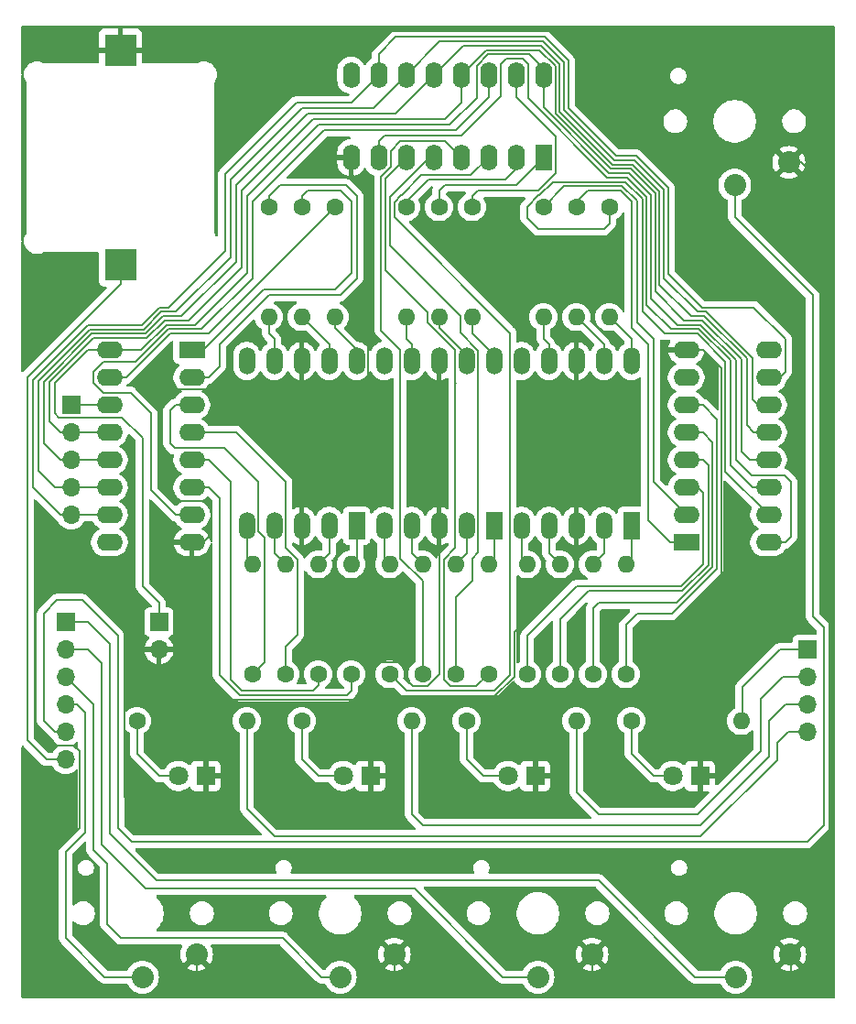
<source format=gbr>
%TF.GenerationSoftware,KiCad,Pcbnew,8.0.7*%
%TF.CreationDate,2024-12-12T20:06:27+02:00*%
%TF.ProjectId,circuit diagram,63697263-7569-4742-9064-69616772616d,rev?*%
%TF.SameCoordinates,Original*%
%TF.FileFunction,Copper,L2,Bot*%
%TF.FilePolarity,Positive*%
%FSLAX46Y46*%
G04 Gerber Fmt 4.6, Leading zero omitted, Abs format (unit mm)*
G04 Created by KiCad (PCBNEW 8.0.7) date 2024-12-12 20:06:27*
%MOMM*%
%LPD*%
G01*
G04 APERTURE LIST*
%TA.AperFunction,ComponentPad*%
%ADD10C,1.600000*%
%TD*%
%TA.AperFunction,ComponentPad*%
%ADD11O,1.600000X1.600000*%
%TD*%
%TA.AperFunction,ComponentPad*%
%ADD12R,1.524000X2.524000*%
%TD*%
%TA.AperFunction,ComponentPad*%
%ADD13O,1.524000X2.524000*%
%TD*%
%TA.AperFunction,ComponentPad*%
%ADD14R,3.000000X3.000000*%
%TD*%
%TA.AperFunction,ComponentPad*%
%ADD15C,2.032000*%
%TD*%
%TA.AperFunction,ComponentPad*%
%ADD16R,1.700000X1.700000*%
%TD*%
%TA.AperFunction,ComponentPad*%
%ADD17O,1.700000X1.700000*%
%TD*%
%TA.AperFunction,ComponentPad*%
%ADD18R,1.800000X1.800000*%
%TD*%
%TA.AperFunction,ComponentPad*%
%ADD19C,1.800000*%
%TD*%
%TA.AperFunction,ComponentPad*%
%ADD20R,2.400000X1.600000*%
%TD*%
%TA.AperFunction,ComponentPad*%
%ADD21O,2.400000X1.600000*%
%TD*%
%TA.AperFunction,ComponentPad*%
%ADD22R,1.600000X2.400000*%
%TD*%
%TA.AperFunction,ComponentPad*%
%ADD23O,1.600000X2.400000*%
%TD*%
%TA.AperFunction,Conductor*%
%ADD24C,0.200000*%
%TD*%
G04 APERTURE END LIST*
D10*
%TO.P,R4,1*%
%TO.N,Net-(D4-A)*%
X39116000Y-94234000D03*
D11*
%TO.P,R4,2*%
%TO.N,/LED_GRN*%
X49276000Y-94234000D03*
%TD*%
D10*
%TO.P,R11,1*%
%TO.N,Net-(U1-QG)*%
X58928000Y-89916000D03*
D11*
%TO.P,R11,2*%
%TO.N,Net-(U4-G)*%
X58928000Y-79756000D03*
%TD*%
D12*
%TO.P,U5,1,G*%
%TO.N,Net-(U5-G)*%
X72136000Y-76200000D03*
D13*
%TO.P,U5,2,F*%
%TO.N,Net-(U5-F)*%
X69596000Y-76200000D03*
%TO.P,U5,3,CC*%
%TO.N,GND*%
X67056000Y-76200000D03*
%TO.P,U5,4,E*%
%TO.N,Net-(U5-E)*%
X64516000Y-76200000D03*
%TO.P,U5,5,D*%
%TO.N,Net-(U5-D)*%
X61976000Y-76200000D03*
%TO.P,U5,6,DP*%
%TO.N,unconnected-(U5-DP-Pad6)*%
X61976000Y-60960000D03*
%TO.P,U5,7,C*%
%TO.N,Net-(U5-C)*%
X64516000Y-60960000D03*
%TO.P,U5,8,CC*%
%TO.N,GND*%
X67056000Y-60960000D03*
%TO.P,U5,9,B*%
%TO.N,Net-(U5-B)*%
X69596000Y-60960000D03*
%TO.P,U5,10,A*%
%TO.N,Net-(U5-A)*%
X72136000Y-60960000D03*
%TD*%
D12*
%TO.P,U6,1,G*%
%TO.N,Net-(U6-G)*%
X84836000Y-76200000D03*
D13*
%TO.P,U6,2,F*%
%TO.N,Net-(U6-F)*%
X82296000Y-76200000D03*
%TO.P,U6,3,CC*%
%TO.N,GND*%
X79756000Y-76200000D03*
%TO.P,U6,4,E*%
%TO.N,Net-(U6-E)*%
X77216000Y-76200000D03*
%TO.P,U6,5,D*%
%TO.N,Net-(U6-D)*%
X74676000Y-76200000D03*
%TO.P,U6,6,DP*%
%TO.N,unconnected-(U6-DP-Pad6)*%
X74676000Y-60960000D03*
%TO.P,U6,7,C*%
%TO.N,Net-(U6-C)*%
X77216000Y-60960000D03*
%TO.P,U6,8,CC*%
%TO.N,GND*%
X79756000Y-60960000D03*
%TO.P,U6,9,B*%
%TO.N,Net-(U6-B)*%
X82296000Y-60960000D03*
%TO.P,U6,10,A*%
%TO.N,Net-(U6-A)*%
X84836000Y-60960000D03*
%TD*%
D10*
%TO.P,R10,1*%
%TO.N,Net-(U1-QF)*%
X55880000Y-89916000D03*
D11*
%TO.P,R10,2*%
%TO.N,Net-(U4-F)*%
X55880000Y-79756000D03*
%TD*%
D14*
%TO.P,KLJ-1,1,+*%
%TO.N,/BUZZER*%
X37592000Y-52079670D03*
%TO.P,KLJ-1,2,-*%
%TO.N,GND*%
X37592000Y-32248330D03*
%TD*%
D15*
%TO.P,SW3,1,A*%
%TO.N,/BTN_START*%
X94400000Y-44704000D03*
%TO.P,SW3,2,B*%
%TO.N,GND*%
X99400000Y-42604000D03*
%TD*%
D16*
%TO.P,J4,1,Pin_1*%
%TO.N,/DATAIN_DISP_1*%
X33020000Y-65029000D03*
D17*
%TO.P,J4,2,Pin_2*%
%TO.N,/n_ENABLE*%
X33020000Y-67569000D03*
%TO.P,J4,3,Pin_3*%
%TO.N,/LATCH_CLK*%
X33020000Y-70109000D03*
%TO.P,J4,4,Pin_4*%
%TO.N,/SHIFT_CLK*%
X33020000Y-72649000D03*
%TO.P,J4,5,Pin_5*%
%TO.N,/n_RESET*%
X33020000Y-75189000D03*
%TD*%
D10*
%TO.P,R23,1*%
%TO.N,Net-(U3-QE)*%
X78232000Y-89916000D03*
D11*
%TO.P,R23,2*%
%TO.N,Net-(U6-E)*%
X78232000Y-79756000D03*
%TD*%
D18*
%TO.P,D4,1,K*%
%TO.N,GND*%
X45471000Y-99314000D03*
D19*
%TO.P,D4,2,A*%
%TO.N,Net-(D4-A)*%
X42931000Y-99314000D03*
%TD*%
D12*
%TO.P,U4,1,G*%
%TO.N,Net-(U4-G)*%
X59436000Y-76200000D03*
D13*
%TO.P,U4,2,F*%
%TO.N,Net-(U4-F)*%
X56896000Y-76200000D03*
%TO.P,U4,3,CC*%
%TO.N,GND*%
X54356000Y-76200000D03*
%TO.P,U4,4,E*%
%TO.N,Net-(U4-E)*%
X51816000Y-76200000D03*
%TO.P,U4,5,D*%
%TO.N,Net-(U4-D)*%
X49276000Y-76200000D03*
%TO.P,U4,6,DP*%
%TO.N,unconnected-(U4-DP-Pad6)*%
X49276000Y-60960000D03*
%TO.P,U4,7,C*%
%TO.N,Net-(U4-C)*%
X51816000Y-60960000D03*
%TO.P,U4,8,CC*%
%TO.N,GND*%
X54356000Y-60960000D03*
%TO.P,U4,9,B*%
%TO.N,Net-(U4-B)*%
X56896000Y-60960000D03*
%TO.P,U4,10,A*%
%TO.N,Net-(U4-A)*%
X59436000Y-60960000D03*
%TD*%
D10*
%TO.P,R2,1*%
%TO.N,Net-(D2-A)*%
X54356000Y-94234000D03*
D11*
%TO.P,R2,2*%
%TO.N,/LED_RED*%
X64516000Y-94234000D03*
%TD*%
D10*
%TO.P,R5,1*%
%TO.N,Net-(U1-QA)*%
X57404000Y-46736000D03*
D11*
%TO.P,R5,2*%
%TO.N,Net-(U4-A)*%
X57404000Y-56896000D03*
%TD*%
D15*
%TO.P,SW2,1,A*%
%TO.N,/BTN_RED*%
X57912000Y-117914000D03*
%TO.P,SW2,2,B*%
%TO.N,GND*%
X62912000Y-115814000D03*
%TD*%
D10*
%TO.P,R6,1*%
%TO.N,Net-(U1-QB)*%
X54356000Y-46736000D03*
D11*
%TO.P,R6,2*%
%TO.N,Net-(U4-B)*%
X54356000Y-56896000D03*
%TD*%
D10*
%TO.P,R21,1*%
%TO.N,Net-(U3-QC)*%
X76708000Y-46736000D03*
D11*
%TO.P,R21,2*%
%TO.N,Net-(U6-C)*%
X76708000Y-56896000D03*
%TD*%
D10*
%TO.P,R18,1*%
%TO.N,Net-(U2-QG)*%
X71628000Y-89916000D03*
D11*
%TO.P,R18,2*%
%TO.N,Net-(U5-G)*%
X71628000Y-79756000D03*
%TD*%
D10*
%TO.P,R8,1*%
%TO.N,Net-(U1-QD)*%
X49784000Y-89916000D03*
D11*
%TO.P,R8,2*%
%TO.N,Net-(U4-D)*%
X49784000Y-79756000D03*
%TD*%
D15*
%TO.P,SW4,1,A*%
%TO.N,/BTN_YLW*%
X76200000Y-117914000D03*
%TO.P,SW4,2,B*%
%TO.N,GND*%
X81200000Y-115814000D03*
%TD*%
D10*
%TO.P,R13,1*%
%TO.N,Net-(U2-QB)*%
X67056000Y-46736000D03*
D11*
%TO.P,R13,2*%
%TO.N,Net-(U5-B)*%
X67056000Y-56896000D03*
%TD*%
D10*
%TO.P,R15,1*%
%TO.N,Net-(U2-QD)*%
X62484000Y-89916000D03*
D11*
%TO.P,R15,2*%
%TO.N,Net-(U5-D)*%
X62484000Y-79756000D03*
%TD*%
D18*
%TO.P,D2,1,K*%
%TO.N,GND*%
X60711000Y-99314000D03*
D19*
%TO.P,D2,2,A*%
%TO.N,Net-(D2-A)*%
X58171000Y-99314000D03*
%TD*%
D18*
%TO.P,D1,1,K*%
%TO.N,GND*%
X91191000Y-99314000D03*
D19*
%TO.P,D1,2,A*%
%TO.N,Net-(D1-A)*%
X88651000Y-99314000D03*
%TD*%
D20*
%TO.P,U3,1,QB*%
%TO.N,Net-(U3-QB)*%
X89916000Y-77724000D03*
D21*
%TO.P,U3,2,QC*%
%TO.N,Net-(U3-QC)*%
X89916000Y-75184000D03*
%TO.P,U3,3,QD*%
%TO.N,Net-(U3-QD)*%
X89916000Y-72644000D03*
%TO.P,U3,4,QE*%
%TO.N,Net-(U3-QE)*%
X89916000Y-70104000D03*
%TO.P,U3,5,QF*%
%TO.N,Net-(U3-QF)*%
X89916000Y-67564000D03*
%TO.P,U3,6,QG*%
%TO.N,Net-(U3-QG)*%
X89916000Y-65024000D03*
%TO.P,U3,7,QH*%
%TO.N,unconnected-(U3-QH-Pad7)*%
X89916000Y-62484000D03*
%TO.P,U3,8,GND*%
%TO.N,GND*%
X89916000Y-59944000D03*
%TO.P,U3,9,QH'*%
%TO.N,unconnected-(U3-QH'-Pad9)*%
X97536000Y-59944000D03*
%TO.P,U3,10,~{SRCLR}*%
%TO.N,/n_RESET*%
X97536000Y-62484000D03*
%TO.P,U3,11,SRCLK*%
%TO.N,/SHIFT_CLK*%
X97536000Y-65024000D03*
%TO.P,U3,12,RCLK*%
%TO.N,/LATCH_CLK*%
X97536000Y-67564000D03*
%TO.P,U3,13,~{OE}*%
%TO.N,/n_ENABLE*%
X97536000Y-70104000D03*
%TO.P,U3,14,SER*%
%TO.N,/DATAIN_DISP100*%
X97536000Y-72644000D03*
%TO.P,U3,15,QA*%
%TO.N,Net-(U3-QA)*%
X97536000Y-75184000D03*
%TO.P,U3,16,VCC*%
%TO.N,VCC*%
X97536000Y-77724000D03*
%TD*%
D10*
%TO.P,R12,1*%
%TO.N,Net-(U2-QA)*%
X70104000Y-46736000D03*
D11*
%TO.P,R12,2*%
%TO.N,Net-(U5-A)*%
X70104000Y-56896000D03*
%TD*%
D10*
%TO.P,R7,1*%
%TO.N,Net-(U1-QC)*%
X51308000Y-46736000D03*
D11*
%TO.P,R7,2*%
%TO.N,Net-(U4-C)*%
X51308000Y-56896000D03*
%TD*%
D20*
%TO.P,U1,1,QB*%
%TO.N,Net-(U1-QB)*%
X44196000Y-59944000D03*
D21*
%TO.P,U1,2,QC*%
%TO.N,Net-(U1-QC)*%
X44196000Y-62484000D03*
%TO.P,U1,3,QD*%
%TO.N,Net-(U1-QD)*%
X44196000Y-65024000D03*
%TO.P,U1,4,QE*%
%TO.N,Net-(U1-QE)*%
X44196000Y-67564000D03*
%TO.P,U1,5,QF*%
%TO.N,Net-(U1-QF)*%
X44196000Y-70104000D03*
%TO.P,U1,6,QG*%
%TO.N,Net-(U1-QG)*%
X44196000Y-72644000D03*
%TO.P,U1,7,QH*%
%TO.N,/DATAIN_DISP_10*%
X44196000Y-75184000D03*
%TO.P,U1,8,GND*%
%TO.N,GND*%
X44196000Y-77724000D03*
%TO.P,U1,9,QH'*%
%TO.N,unconnected-(U1-QH'-Pad9)*%
X36576000Y-77724000D03*
%TO.P,U1,10,~{SRCLR}*%
%TO.N,/n_RESET*%
X36576000Y-75184000D03*
%TO.P,U1,11,SRCLK*%
%TO.N,/SHIFT_CLK*%
X36576000Y-72644000D03*
%TO.P,U1,12,RCLK*%
%TO.N,/LATCH_CLK*%
X36576000Y-70104000D03*
%TO.P,U1,13,~{OE}*%
%TO.N,/n_ENABLE*%
X36576000Y-67564000D03*
%TO.P,U1,14,SER*%
%TO.N,/DATAIN_DISP_1*%
X36576000Y-65024000D03*
%TO.P,U1,15,QA*%
%TO.N,Net-(U1-QA)*%
X36576000Y-62484000D03*
%TO.P,U1,16,VCC*%
%TO.N,VCC*%
X36576000Y-59944000D03*
%TD*%
D15*
%TO.P,SW1,1,A*%
%TO.N,/BTN_TURQ*%
X94488000Y-117914000D03*
%TO.P,SW1,2,B*%
%TO.N,GND*%
X99488000Y-115814000D03*
%TD*%
D10*
%TO.P,R3,1*%
%TO.N,Net-(D3-A)*%
X69596000Y-94234000D03*
D11*
%TO.P,R3,2*%
%TO.N,/LED_YLW*%
X79756000Y-94234000D03*
%TD*%
D10*
%TO.P,R25,1*%
%TO.N,Net-(U3-QG)*%
X84328000Y-89916000D03*
D11*
%TO.P,R25,2*%
%TO.N,Net-(U6-G)*%
X84328000Y-79756000D03*
%TD*%
D22*
%TO.P,U2,1,QB*%
%TO.N,Net-(U2-QB)*%
X76708000Y-42164000D03*
D23*
%TO.P,U2,2,QC*%
%TO.N,Net-(U2-QC)*%
X74168000Y-42164000D03*
%TO.P,U2,3,QD*%
%TO.N,Net-(U2-QD)*%
X71628000Y-42164000D03*
%TO.P,U2,4,QE*%
%TO.N,Net-(U2-QE)*%
X69088000Y-42164000D03*
%TO.P,U2,5,QF*%
%TO.N,Net-(U2-QF)*%
X66548000Y-42164000D03*
%TO.P,U2,6,QG*%
%TO.N,Net-(U2-QG)*%
X64008000Y-42164000D03*
%TO.P,U2,7,QH*%
%TO.N,/DATAIN_DISP100*%
X61468000Y-42164000D03*
%TO.P,U2,8,GND*%
%TO.N,GND*%
X58928000Y-42164000D03*
%TO.P,U2,9,QH'*%
%TO.N,unconnected-(U2-QH'-Pad9)*%
X58928000Y-34544000D03*
%TO.P,U2,10,~{SRCLR}*%
%TO.N,/n_RESET*%
X61468000Y-34544000D03*
%TO.P,U2,11,SRCLK*%
%TO.N,/SHIFT_CLK*%
X64008000Y-34544000D03*
%TO.P,U2,12,RCLK*%
%TO.N,/LATCH_CLK*%
X66548000Y-34544000D03*
%TO.P,U2,13,~{OE}*%
%TO.N,/n_ENABLE*%
X69088000Y-34544000D03*
%TO.P,U2,14,SER*%
%TO.N,/DATAIN_DISP_10*%
X71628000Y-34544000D03*
%TO.P,U2,15,QA*%
%TO.N,Net-(U2-QA)*%
X74168000Y-34544000D03*
%TO.P,U2,16,VCC*%
%TO.N,VCC*%
X76708000Y-34544000D03*
%TD*%
D17*
%TO.P,J3,6,Pin_6*%
%TO.N,/BUZZER*%
X32512000Y-97790000D03*
%TO.P,J3,5,Pin_5*%
%TO.N,/BTN_START*%
X32512000Y-95250000D03*
%TO.P,J3,4,Pin_4*%
%TO.N,/BTN_GRN*%
X32512000Y-92710000D03*
%TO.P,J3,3,Pin_3*%
%TO.N,/BTN_RED*%
X32512000Y-90170000D03*
%TO.P,J3,2,Pin_2*%
%TO.N,/BTN_YLW*%
X32512000Y-87630000D03*
D16*
%TO.P,J3,1,Pin_1*%
%TO.N,/BTN_TURQ*%
X32512000Y-85090000D03*
%TD*%
D10*
%TO.P,R19,1*%
%TO.N,Net-(U3-QA)*%
X82804000Y-46736000D03*
D11*
%TO.P,R19,2*%
%TO.N,Net-(U6-A)*%
X82804000Y-56896000D03*
%TD*%
D16*
%TO.P,J2,1,Pin_1*%
%TO.N,/LED_TURQ*%
X101092000Y-87630000D03*
D17*
%TO.P,J2,2,Pin_2*%
%TO.N,/LED_YLW*%
X101092000Y-90170000D03*
%TO.P,J2,3,Pin_3*%
%TO.N,/LED_RED*%
X101092000Y-92710000D03*
%TO.P,J2,4,Pin_4*%
%TO.N,/LED_GRN*%
X101092000Y-95250000D03*
%TD*%
D10*
%TO.P,R20,1*%
%TO.N,Net-(U3-QB)*%
X79756000Y-46736000D03*
D11*
%TO.P,R20,2*%
%TO.N,Net-(U6-B)*%
X79756000Y-56896000D03*
%TD*%
D15*
%TO.P,SW5,1,A*%
%TO.N,/BTN_GRN*%
X39624000Y-117914000D03*
%TO.P,SW5,2,B*%
%TO.N,GND*%
X44624000Y-115814000D03*
%TD*%
D18*
%TO.P,D3,1,K*%
%TO.N,GND*%
X75951000Y-99314000D03*
D19*
%TO.P,D3,2,A*%
%TO.N,Net-(D3-A)*%
X73411000Y-99314000D03*
%TD*%
D16*
%TO.P,J1,1,Pin_1*%
%TO.N,VCC*%
X41148000Y-85090000D03*
D17*
%TO.P,J1,2,Pin_2*%
%TO.N,GND*%
X41148000Y-87630000D03*
%TD*%
D10*
%TO.P,R14,1*%
%TO.N,Net-(U2-QC)*%
X64008000Y-46736000D03*
D11*
%TO.P,R14,2*%
%TO.N,Net-(U5-C)*%
X64008000Y-56896000D03*
%TD*%
D10*
%TO.P,R16,1*%
%TO.N,Net-(U2-QE)*%
X65532000Y-89916000D03*
D11*
%TO.P,R16,2*%
%TO.N,Net-(U5-E)*%
X65532000Y-79756000D03*
%TD*%
D10*
%TO.P,R9,1*%
%TO.N,Net-(U1-QE)*%
X52832000Y-89916000D03*
D11*
%TO.P,R9,2*%
%TO.N,Net-(U4-E)*%
X52832000Y-79756000D03*
%TD*%
D10*
%TO.P,R17,1*%
%TO.N,Net-(U2-QF)*%
X68580000Y-89916000D03*
D11*
%TO.P,R17,2*%
%TO.N,Net-(U5-F)*%
X68580000Y-79756000D03*
%TD*%
D10*
%TO.P,R22,1*%
%TO.N,Net-(U3-QD)*%
X75184000Y-89916000D03*
D11*
%TO.P,R22,2*%
%TO.N,Net-(U6-D)*%
X75184000Y-79756000D03*
%TD*%
D10*
%TO.P,R24,1*%
%TO.N,Net-(U3-QF)*%
X81280000Y-89916000D03*
D11*
%TO.P,R24,2*%
%TO.N,Net-(U6-F)*%
X81280000Y-79756000D03*
%TD*%
D10*
%TO.P,R1,1*%
%TO.N,Net-(D1-A)*%
X84836000Y-94234000D03*
D11*
%TO.P,R1,2*%
%TO.N,/LED_TURQ*%
X94996000Y-94234000D03*
%TD*%
D24*
%TO.N,GND*%
X45212000Y-77724000D02*
X44196000Y-77724000D01*
X45974000Y-76962000D02*
X45212000Y-77724000D01*
X41148000Y-72136000D02*
X42926000Y-73914000D01*
X45212000Y-73914000D02*
X45974000Y-74676000D01*
X42842000Y-63584000D02*
X41148000Y-65278000D01*
X45974000Y-74676000D02*
X45974000Y-76962000D01*
X54272000Y-63584000D02*
X42842000Y-63584000D01*
X41148000Y-65278000D02*
X41148000Y-72136000D01*
X42926000Y-73914000D02*
X45212000Y-73914000D01*
%TO.N,/DATAIN_DISP_10*%
X71628000Y-36576000D02*
X71628000Y-34544000D01*
X68580000Y-39624000D02*
X71628000Y-36576000D01*
X56388000Y-39624000D02*
X68580000Y-39624000D01*
X49784000Y-46228000D02*
X56388000Y-39624000D01*
X49784000Y-53340000D02*
X49784000Y-46228000D01*
X45104000Y-58020000D02*
X49784000Y-53340000D01*
X41998314Y-58020000D02*
X45104000Y-58020000D01*
X35984000Y-61044000D02*
X38974314Y-61044000D01*
X38524000Y-63924000D02*
X35984000Y-63924000D01*
X38974314Y-61044000D02*
X41998314Y-58020000D01*
X40386000Y-65786000D02*
X38524000Y-63924000D01*
X40386000Y-72898000D02*
X40386000Y-65786000D01*
X35076000Y-63016000D02*
X35076000Y-61952000D01*
X42672000Y-75184000D02*
X40386000Y-72898000D01*
X35984000Y-63924000D02*
X35076000Y-63016000D01*
X44196000Y-75184000D02*
X42672000Y-75184000D01*
X35076000Y-61952000D02*
X35984000Y-61044000D01*
%TO.N,VCC*%
X34544000Y-59944000D02*
X36576000Y-59944000D01*
X31496000Y-65805000D02*
X31496000Y-62992000D01*
X31870000Y-66179000D02*
X31496000Y-65805000D01*
X37731000Y-66179000D02*
X31870000Y-66179000D01*
X39624000Y-68072000D02*
X37731000Y-66179000D01*
X39624000Y-81788000D02*
X39624000Y-68072000D01*
X41148000Y-85090000D02*
X41148000Y-83312000D01*
X31496000Y-62992000D02*
X34544000Y-59944000D01*
X41148000Y-83312000D02*
X39624000Y-81788000D01*
%TO.N,GND*%
X38354000Y-101600000D02*
X44704000Y-101600000D01*
X37992000Y-101238000D02*
X38354000Y-101600000D01*
X45471000Y-100833000D02*
X45471000Y-99314000D01*
X37992000Y-85998000D02*
X37992000Y-101238000D01*
X34290000Y-82296000D02*
X37992000Y-85998000D01*
X44704000Y-101600000D02*
X45471000Y-100833000D01*
X29718000Y-83820000D02*
X31242000Y-82296000D01*
X29718000Y-94548000D02*
X29718000Y-83820000D01*
X33274000Y-96520000D02*
X31690000Y-96520000D01*
X31750000Y-106172000D02*
X33782000Y-104140000D01*
X31750000Y-116078000D02*
X31750000Y-106172000D01*
X33782000Y-104140000D02*
X33782000Y-97028000D01*
X35306000Y-119634000D02*
X31750000Y-116078000D01*
X103124000Y-117602000D02*
X101092000Y-119634000D01*
X31242000Y-82296000D02*
X34290000Y-82296000D01*
X101092000Y-119634000D02*
X35306000Y-119634000D01*
X33782000Y-97028000D02*
X33274000Y-96520000D01*
X103124000Y-45212000D02*
X103124000Y-117602000D01*
X31690000Y-96520000D02*
X29718000Y-94548000D01*
%TO.N,/BTN_START*%
X31496000Y-95250000D02*
X32512000Y-95250000D01*
X30480000Y-94234000D02*
X31496000Y-95250000D01*
X30480000Y-84321000D02*
X30480000Y-94234000D01*
X31743000Y-83058000D02*
X30480000Y-84321000D01*
X37338000Y-86360000D02*
X34036000Y-83058000D01*
X34036000Y-83058000D02*
X31743000Y-83058000D01*
X37338000Y-104140000D02*
X37338000Y-86360000D01*
X38608000Y-105410000D02*
X37338000Y-104140000D01*
X102616000Y-103886000D02*
X101092000Y-105410000D01*
X102616000Y-85598000D02*
X102616000Y-103886000D01*
X94400000Y-47664000D02*
X101600000Y-54864000D01*
X101092000Y-105410000D02*
X38608000Y-105410000D01*
X101600000Y-84582000D02*
X102616000Y-85598000D01*
X94400000Y-44704000D02*
X94400000Y-47664000D01*
X101600000Y-54864000D02*
X101600000Y-84582000D01*
%TO.N,/BTN_GRN*%
X33528000Y-92710000D02*
X32512000Y-92710000D01*
X34290000Y-104521000D02*
X34290000Y-93472000D01*
X34290000Y-93472000D02*
X33528000Y-92710000D01*
X32512000Y-106299000D02*
X34290000Y-104521000D01*
X32512000Y-114300000D02*
X32512000Y-106299000D01*
X39624000Y-117914000D02*
X36126000Y-117914000D01*
X36126000Y-117914000D02*
X32512000Y-114300000D01*
%TO.N,/BTN_RED*%
X35052000Y-106172000D02*
X35052000Y-92710000D01*
X36322000Y-113030000D02*
X36322000Y-107442000D01*
X52578000Y-114300000D02*
X37592000Y-114300000D01*
X37592000Y-114300000D02*
X36322000Y-113030000D01*
X56192000Y-117914000D02*
X52578000Y-114300000D01*
X35052000Y-92710000D02*
X32512000Y-90170000D01*
X57912000Y-117914000D02*
X56192000Y-117914000D01*
X36322000Y-107442000D02*
X35052000Y-106172000D01*
%TO.N,/BTN_TURQ*%
X36576000Y-104648000D02*
X36576000Y-87122000D01*
X34544000Y-85090000D02*
X32512000Y-85090000D01*
X40894000Y-108966000D02*
X36576000Y-104648000D01*
X81788000Y-108966000D02*
X40894000Y-108966000D01*
X90736000Y-117914000D02*
X81788000Y-108966000D01*
X36576000Y-87122000D02*
X34544000Y-85090000D01*
X94488000Y-117914000D02*
X90736000Y-117914000D01*
%TO.N,/BTN_YLW*%
X34544000Y-87630000D02*
X32512000Y-87630000D01*
X35814000Y-105664000D02*
X35814000Y-88900000D01*
X35814000Y-88900000D02*
X34544000Y-87630000D01*
X64770000Y-109728000D02*
X39878000Y-109728000D01*
X72956000Y-117914000D02*
X64770000Y-109728000D01*
X76200000Y-117914000D02*
X72956000Y-117914000D01*
X39878000Y-109728000D02*
X35814000Y-105664000D01*
%TO.N,GND*%
X44624000Y-115814000D02*
X44624000Y-119554000D01*
X62912000Y-115814000D02*
X62912000Y-119554000D01*
X81200000Y-115814000D02*
X81200000Y-119554000D01*
X99568000Y-115894000D02*
X99568000Y-119634000D01*
X99488000Y-115814000D02*
X99568000Y-115894000D01*
%TO.N,/LED_RED*%
X91186000Y-103886000D02*
X65532000Y-103886000D01*
X64516000Y-102870000D02*
X64516000Y-94234000D01*
X97536000Y-97536000D02*
X91186000Y-103886000D01*
X65532000Y-103886000D02*
X64516000Y-102870000D01*
X97536000Y-94234000D02*
X97536000Y-97536000D01*
X99060000Y-92710000D02*
X97536000Y-94234000D01*
X101092000Y-92710000D02*
X99060000Y-92710000D01*
%TO.N,/LED_YLW*%
X81788000Y-102870000D02*
X79756000Y-100838000D01*
X90932000Y-102870000D02*
X81788000Y-102870000D01*
X96774000Y-97028000D02*
X90932000Y-102870000D01*
X96774000Y-92202000D02*
X96774000Y-97028000D01*
X79756000Y-100838000D02*
X79756000Y-94234000D01*
X98806000Y-90170000D02*
X96774000Y-92202000D01*
X101092000Y-90170000D02*
X98806000Y-90170000D01*
%TO.N,/LED_GRN*%
X49276000Y-102362000D02*
X49276000Y-94234000D01*
X91243686Y-104902000D02*
X51816000Y-104902000D01*
X51816000Y-104902000D02*
X49276000Y-102362000D01*
X98298000Y-96266000D02*
X98298000Y-97847686D01*
X99314000Y-95250000D02*
X98298000Y-96266000D01*
X101092000Y-95250000D02*
X99314000Y-95250000D01*
X98298000Y-97847686D02*
X91243686Y-104902000D01*
%TO.N,/LED_TURQ*%
X101092000Y-87630000D02*
X98552000Y-87630000D01*
X98552000Y-87630000D02*
X95084000Y-91098000D01*
X95084000Y-91098000D02*
X95084000Y-94116000D01*
%TO.N,GND*%
X41153000Y-87625000D02*
X42413000Y-87625000D01*
X41148000Y-87630000D02*
X41153000Y-87625000D01*
X42413000Y-87625000D02*
X44196000Y-89408000D01*
%TO.N,/BUZZER*%
X32512000Y-97790000D02*
X30734000Y-97790000D01*
X28956000Y-62484000D02*
X37592000Y-53848000D01*
X28956000Y-96012000D02*
X28956000Y-62484000D01*
X37592000Y-53848000D02*
X37592000Y-52079670D01*
X30734000Y-97790000D02*
X28956000Y-96012000D01*
%TO.N,VCC*%
X91263372Y-57620000D02*
X89116000Y-57620000D01*
X49276000Y-52832000D02*
X49276000Y-45720000D01*
X99568000Y-72136000D02*
X98976000Y-71544000D01*
X68043157Y-39116000D02*
X70528000Y-36631157D01*
X86652000Y-45613785D02*
X84650215Y-43612000D01*
X55880000Y-39116000D02*
X68043157Y-39116000D01*
X97536000Y-77724000D02*
X99060000Y-77724000D01*
X41832628Y-57620000D02*
X44488000Y-57620000D01*
X89116000Y-57620000D02*
X86652000Y-55156000D01*
X76708000Y-37534314D02*
X76708000Y-34544000D01*
X94488000Y-60844628D02*
X91263372Y-57620000D01*
X71596365Y-32620000D02*
X75384000Y-32620000D01*
X39508628Y-59944000D02*
X41832628Y-57620000D01*
X84650215Y-43612000D02*
X82785686Y-43612000D01*
X36576000Y-59944000D02*
X39508628Y-59944000D01*
X94488000Y-70104000D02*
X94488000Y-60844628D01*
X99060000Y-77724000D02*
X99568000Y-77216000D01*
X70528000Y-33688365D02*
X71596365Y-32620000D01*
X75384000Y-32620000D02*
X76708000Y-33944000D01*
X49276000Y-45720000D02*
X55880000Y-39116000D01*
X98976000Y-71544000D02*
X95928000Y-71544000D01*
X70528000Y-36631157D02*
X70528000Y-33688365D01*
X99568000Y-77216000D02*
X99568000Y-72136000D01*
X82785686Y-43612000D02*
X76708000Y-37534314D01*
X76708000Y-33944000D02*
X76708000Y-34544000D01*
X86652000Y-55156000D02*
X86652000Y-45613785D01*
X44488000Y-57620000D02*
X49276000Y-52832000D01*
X95928000Y-71544000D02*
X94488000Y-70104000D01*
%TO.N,GND*%
X102108000Y-30480000D02*
X42672000Y-30480000D01*
X45471000Y-93797000D02*
X47028000Y-92240000D01*
X67056000Y-60960000D02*
X67056000Y-76200000D01*
X63332000Y-88816000D02*
X61536182Y-88816000D01*
X64008000Y-89492000D02*
X63332000Y-88816000D01*
X103124000Y-45212000D02*
X100516000Y-42604000D01*
X85344000Y-91948000D02*
X71628000Y-91948000D01*
X60498000Y-62946000D02*
X59860000Y-63584000D01*
X91440000Y-59944000D02*
X93148000Y-61652000D01*
X47028000Y-92240000D02*
X44196000Y-89408000D01*
X75951000Y-99314000D02*
X75951000Y-95705314D01*
X72193686Y-91948000D02*
X71628000Y-91948000D01*
X64008000Y-90424000D02*
X64008000Y-89492000D01*
X44196000Y-89408000D02*
X44196000Y-77724000D01*
X79756000Y-80264000D02*
X74014000Y-86006000D01*
X89916000Y-59944000D02*
X91440000Y-59944000D01*
X60711000Y-92621000D02*
X61384000Y-91948000D01*
X45471000Y-99314000D02*
X45471000Y-93797000D01*
X60711000Y-99314000D02*
X60711000Y-92621000D01*
X74014000Y-90127686D02*
X72193686Y-91948000D01*
X60452000Y-45212000D02*
X60452000Y-55372000D01*
X58928000Y-42164000D02*
X58928000Y-43688000D01*
X61536182Y-88816000D02*
X60960000Y-89392182D01*
X91191000Y-99314000D02*
X91191000Y-97795000D01*
X100516000Y-42604000D02*
X99400000Y-42604000D01*
X65963635Y-91040000D02*
X64624000Y-91040000D01*
X93148000Y-61652000D02*
X93148000Y-84144000D01*
X60960000Y-91524000D02*
X61384000Y-91948000D01*
X67056000Y-76200000D02*
X67056000Y-89947635D01*
X40903670Y-32248330D02*
X37592000Y-32248330D01*
X64624000Y-91040000D02*
X64008000Y-90424000D01*
X91191000Y-97795000D02*
X85344000Y-91948000D01*
X93148000Y-84144000D02*
X85344000Y-91948000D01*
X42672000Y-30480000D02*
X40903670Y-32248330D01*
X61092000Y-92240000D02*
X47028000Y-92240000D01*
X60452000Y-55372000D02*
X60498000Y-55418000D01*
X79756000Y-60960000D02*
X79756000Y-76200000D01*
X67056000Y-89947635D02*
X65963635Y-91040000D01*
X54356000Y-60960000D02*
X54356000Y-63500000D01*
X103124000Y-31496000D02*
X102108000Y-30480000D01*
X71628000Y-91948000D02*
X61384000Y-91948000D01*
X79756000Y-76200000D02*
X79756000Y-80264000D01*
X75951000Y-95705314D02*
X72193686Y-91948000D01*
X103124000Y-45212000D02*
X103124000Y-31496000D01*
X58928000Y-43688000D02*
X60452000Y-45212000D01*
X74014000Y-86006000D02*
X74014000Y-90127686D01*
X60498000Y-55418000D02*
X60498000Y-62946000D01*
X60960000Y-89392182D02*
X60960000Y-91524000D01*
X59860000Y-63584000D02*
X54440000Y-63584000D01*
X54356000Y-63500000D02*
X54356000Y-76200000D01*
X61384000Y-91948000D02*
X61092000Y-92240000D01*
%TO.N,/n_ENABLE*%
X43872000Y-57220000D02*
X48768000Y-52324000D01*
X87052000Y-45448099D02*
X84815901Y-43212000D01*
X30988000Y-66548000D02*
X30988000Y-62934314D01*
X36576000Y-67564000D02*
X36068000Y-67564000D01*
X69088000Y-37084000D02*
X69088000Y-34544000D01*
X95764000Y-70104000D02*
X94996000Y-69336000D01*
X94996000Y-69336000D02*
X94996000Y-60786942D01*
X91429058Y-57220000D02*
X89732000Y-57220000D01*
X48768000Y-45212000D02*
X55372000Y-38608000D01*
X71412000Y-32220000D02*
X69088000Y-34544000D01*
X55372000Y-38608000D02*
X67564000Y-38608000D01*
X82951372Y-43212000D02*
X77808000Y-38068628D01*
X36063000Y-67569000D02*
X33020000Y-67569000D01*
X94996000Y-60786942D02*
X91429058Y-57220000D01*
X87052000Y-54540000D02*
X87052000Y-45448099D01*
X77808000Y-33688365D02*
X76339635Y-32220000D01*
X36068000Y-67564000D02*
X36063000Y-67569000D01*
X76339635Y-32220000D02*
X71412000Y-32220000D01*
X77808000Y-38068628D02*
X77808000Y-33688365D01*
X84815901Y-43212000D02*
X82951372Y-43212000D01*
X97536000Y-70104000D02*
X95764000Y-70104000D01*
X89732000Y-57220000D02*
X87052000Y-54540000D01*
X30988000Y-62934314D02*
X35078314Y-58844000D01*
X33020000Y-67569000D02*
X32009000Y-67569000D01*
X41666942Y-57220000D02*
X43872000Y-57220000D01*
X32009000Y-67569000D02*
X30988000Y-66548000D01*
X35078314Y-58844000D02*
X40042942Y-58844000D01*
X36576000Y-67564000D02*
X35052000Y-67564000D01*
X48768000Y-52324000D02*
X48768000Y-45212000D01*
X40042942Y-58844000D02*
X41666942Y-57220000D01*
X67564000Y-38608000D02*
X69088000Y-37084000D01*
%TO.N,/DATAIN_DISP_1*%
X33025000Y-65024000D02*
X33020000Y-65029000D01*
X36576000Y-65024000D02*
X33025000Y-65024000D01*
%TO.N,/LATCH_CLK*%
X69272000Y-31820000D02*
X66548000Y-34544000D01*
X83117058Y-42812000D02*
X78208000Y-37902942D01*
X30480000Y-68580000D02*
X30480000Y-62876628D01*
X39877256Y-58444000D02*
X41501256Y-56820000D01*
X95504000Y-66904000D02*
X95504000Y-60729256D01*
X78208000Y-37902942D02*
X78208000Y-33522679D01*
X48260000Y-44704000D02*
X54864000Y-38100000D01*
X34912628Y-58444000D02*
X39877256Y-58444000D01*
X43256000Y-56820000D02*
X48260000Y-51816000D01*
X96164000Y-67564000D02*
X95504000Y-66904000D01*
X36576000Y-70104000D02*
X33025000Y-70104000D01*
X33015000Y-70104000D02*
X32004000Y-70104000D01*
X78208000Y-33522679D02*
X77973685Y-33288365D01*
X33025000Y-70104000D02*
X33020000Y-70109000D01*
X33020000Y-70109000D02*
X33015000Y-70104000D01*
X95504000Y-60729256D02*
X91594744Y-56820000D01*
X32004000Y-70104000D02*
X30480000Y-68580000D01*
X62992000Y-38100000D02*
X66548000Y-34544000D01*
X97536000Y-67564000D02*
X96164000Y-67564000D01*
X90348000Y-56820000D02*
X87452000Y-53924000D01*
X91594744Y-56820000D02*
X90348000Y-56820000D01*
X87452000Y-53924000D02*
X87452000Y-45282413D01*
X76505321Y-31820000D02*
X69272000Y-31820000D01*
X41501256Y-56820000D02*
X43256000Y-56820000D01*
X84981587Y-42812000D02*
X83117058Y-42812000D01*
X87452000Y-45282413D02*
X84981587Y-42812000D01*
X54864000Y-38100000D02*
X62992000Y-38100000D01*
X77973685Y-33288365D02*
X76505321Y-31820000D01*
X30480000Y-62876628D02*
X34912628Y-58444000D01*
X48260000Y-51816000D02*
X48260000Y-44704000D01*
%TO.N,/n_RESET*%
X78773685Y-32956993D02*
X76836693Y-31020000D01*
X63024000Y-31020000D02*
X61468000Y-32576000D01*
X91354843Y-56020000D02*
X88252000Y-52917157D01*
X34544000Y-75184000D02*
X34539000Y-75189000D01*
X79008000Y-37571570D02*
X79008000Y-33191307D01*
X29464000Y-72644000D02*
X29464000Y-62761256D01*
X97536000Y-62484000D02*
X98552000Y-62484000D01*
X41169884Y-56020000D02*
X42024000Y-56020000D01*
X88252000Y-52917157D02*
X88252000Y-44951041D01*
X39545884Y-57644000D02*
X41169884Y-56020000D01*
X79008000Y-33191307D02*
X78773685Y-32956993D01*
X53848000Y-37084000D02*
X58928000Y-37084000D01*
X98552000Y-62484000D02*
X99060000Y-61976000D01*
X32004000Y-75184000D02*
X29464000Y-72644000D01*
X47244000Y-50800000D02*
X47244000Y-43688000D01*
X85312959Y-42012000D02*
X83448430Y-42012000D01*
X34539000Y-75189000D02*
X33020000Y-75189000D01*
X58928000Y-37084000D02*
X61468000Y-34544000D01*
X34544000Y-75184000D02*
X36576000Y-75184000D01*
X88252000Y-44951041D02*
X85312959Y-42012000D01*
X83448430Y-42012000D02*
X79008000Y-37571570D01*
X42024000Y-56020000D02*
X47244000Y-50800000D01*
X96152000Y-56020000D02*
X91354843Y-56020000D01*
X29464000Y-62761256D02*
X34581256Y-57644000D01*
X33015000Y-75184000D02*
X32004000Y-75184000D01*
X99060000Y-58928000D02*
X96152000Y-56020000D01*
X76836693Y-31020000D02*
X63024000Y-31020000D01*
X61468000Y-32576000D02*
X61468000Y-34544000D01*
X99060000Y-61976000D02*
X99060000Y-58928000D01*
X47244000Y-43688000D02*
X53848000Y-37084000D01*
X34581256Y-57644000D02*
X39545884Y-57644000D01*
X33020000Y-75189000D02*
X33015000Y-75184000D01*
%TO.N,/SHIFT_CLK*%
X96520000Y-65024000D02*
X96012000Y-64516000D01*
X78608000Y-37737256D02*
X78608000Y-33356993D01*
X85147273Y-42412000D02*
X83282744Y-42412000D01*
X42697686Y-56420000D02*
X47752000Y-51365686D01*
X76671007Y-31420000D02*
X67132000Y-31420000D01*
X31501000Y-72649000D02*
X29972000Y-71120000D01*
X67132000Y-31420000D02*
X64008000Y-34544000D01*
X78608000Y-33356993D02*
X76671007Y-31420000D01*
X87852000Y-45116727D02*
X85147273Y-42412000D01*
X36576000Y-72644000D02*
X33025000Y-72644000D01*
X54356000Y-37592000D02*
X60960000Y-37592000D01*
X90964000Y-56420000D02*
X87852000Y-53308000D01*
X47752000Y-44196000D02*
X54356000Y-37592000D01*
X87852000Y-53308000D02*
X87852000Y-45116727D01*
X39711570Y-58044000D02*
X41335570Y-56420000D01*
X33020000Y-72649000D02*
X31501000Y-72649000D01*
X34746942Y-58044000D02*
X39711570Y-58044000D01*
X96012000Y-64516000D02*
X96012000Y-60671570D01*
X97536000Y-65024000D02*
X96520000Y-65024000D01*
X29972000Y-62818942D02*
X34746942Y-58044000D01*
X33025000Y-72644000D02*
X33020000Y-72649000D01*
X60960000Y-37592000D02*
X64008000Y-34544000D01*
X91760430Y-56420000D02*
X90964000Y-56420000D01*
X29972000Y-71120000D02*
X29972000Y-62818942D01*
X47752000Y-51365686D02*
X47752000Y-44196000D01*
X83282744Y-42412000D02*
X78608000Y-37737256D01*
X96012000Y-60671570D02*
X91760430Y-56420000D01*
X41335570Y-56420000D02*
X42697686Y-56420000D01*
%TO.N,Net-(D1-A)*%
X84836000Y-97282000D02*
X84836000Y-94234000D01*
X88651000Y-99314000D02*
X86868000Y-99314000D01*
X86868000Y-99314000D02*
X84836000Y-97282000D01*
%TO.N,Net-(D2-A)*%
X54356000Y-97790000D02*
X54356000Y-94234000D01*
X58171000Y-99314000D02*
X55880000Y-99314000D01*
X55880000Y-99314000D02*
X54356000Y-97790000D01*
%TO.N,Net-(D3-A)*%
X71120000Y-99314000D02*
X69596000Y-97790000D01*
X69596000Y-97790000D02*
X69596000Y-94234000D01*
X73411000Y-99314000D02*
X71120000Y-99314000D01*
%TO.N,Net-(D4-A)*%
X42931000Y-99314000D02*
X41148000Y-99314000D01*
X39116000Y-97282000D02*
X39116000Y-94234000D01*
X41148000Y-99314000D02*
X39116000Y-97282000D01*
%TO.N,Net-(U1-QA)*%
X36576000Y-62484000D02*
X38100000Y-62484000D01*
X38100000Y-62484000D02*
X42164000Y-58420000D01*
X42164000Y-58420000D02*
X45720000Y-58420000D01*
X45720000Y-58420000D02*
X57404000Y-46736000D01*
%TO.N,Net-(U4-A)*%
X59436000Y-60960000D02*
X59436000Y-59944000D01*
X59436000Y-59944000D02*
X57404000Y-57912000D01*
X57404000Y-57912000D02*
X57404000Y-56896000D01*
%TO.N,Net-(U1-QB)*%
X57912000Y-45212000D02*
X58928000Y-46228000D01*
X57404000Y-54356000D02*
X50800000Y-54356000D01*
X58928000Y-46228000D02*
X58928000Y-52832000D01*
X50800000Y-54356000D02*
X45212000Y-59944000D01*
X58928000Y-52832000D02*
X57404000Y-54356000D01*
X54356000Y-46736000D02*
X54356000Y-45720000D01*
X54864000Y-45212000D02*
X57912000Y-45212000D01*
X45212000Y-59944000D02*
X44196000Y-59944000D01*
X54356000Y-45720000D02*
X54864000Y-45212000D01*
%TO.N,Net-(U4-B)*%
X56896000Y-60960000D02*
X56896000Y-59436000D01*
X56896000Y-59436000D02*
X54356000Y-56896000D01*
%TO.N,Net-(U1-QC)*%
X46736000Y-59436000D02*
X46736000Y-61468000D01*
X57912000Y-54864000D02*
X59436000Y-53340000D01*
X45720000Y-62484000D02*
X44196000Y-62484000D01*
X51308000Y-45720000D02*
X52324000Y-44704000D01*
X46736000Y-61468000D02*
X45720000Y-62484000D01*
X59436000Y-53340000D02*
X59436000Y-51816000D01*
X59436000Y-45720000D02*
X58420000Y-44704000D01*
X52324000Y-44704000D02*
X58420000Y-44704000D01*
X51308000Y-54864000D02*
X57912000Y-54864000D01*
X59436000Y-51816000D02*
X59436000Y-45720000D01*
X51308000Y-54864000D02*
X46736000Y-59436000D01*
X51308000Y-46736000D02*
X51308000Y-45720000D01*
%TO.N,Net-(U4-C)*%
X51816000Y-58928000D02*
X51308000Y-58420000D01*
X51308000Y-58420000D02*
X51308000Y-56896000D01*
X51816000Y-60960000D02*
X51816000Y-58928000D01*
%TO.N,Net-(U1-QD)*%
X50884000Y-77254000D02*
X50338000Y-76708000D01*
X42588000Y-69004000D02*
X42164000Y-68580000D01*
X42672000Y-65024000D02*
X44196000Y-65024000D01*
X42164000Y-65532000D02*
X42672000Y-65024000D01*
X42164000Y-68580000D02*
X42164000Y-65532000D01*
X50338000Y-72136000D02*
X47206000Y-69004000D01*
X49784000Y-89916000D02*
X50884000Y-88816000D01*
X50884000Y-88816000D02*
X50884000Y-77254000D01*
X50338000Y-76708000D02*
X50338000Y-72136000D01*
X47206000Y-69004000D02*
X42588000Y-69004000D01*
%TO.N,Net-(U4-D)*%
X49276000Y-76200000D02*
X49276000Y-79248000D01*
X49276000Y-79248000D02*
X49784000Y-79756000D01*
%TO.N,Net-(U4-E)*%
X51816000Y-76200000D02*
X51816000Y-78740000D01*
X51816000Y-78740000D02*
X52832000Y-79756000D01*
%TO.N,Net-(U1-QE)*%
X44196000Y-67564000D02*
X48306000Y-67564000D01*
X53932000Y-86276000D02*
X52832000Y-87376000D01*
X52878000Y-78246365D02*
X53932000Y-79300365D01*
X52878000Y-72136000D02*
X52878000Y-78246365D01*
X48306000Y-67564000D02*
X52878000Y-72136000D01*
X52832000Y-87376000D02*
X52832000Y-89916000D01*
X53932000Y-79300365D02*
X53932000Y-86276000D01*
%TO.N,Net-(U1-QF)*%
X45720000Y-70104000D02*
X44196000Y-70104000D01*
X55372000Y-91440000D02*
X48768000Y-91440000D01*
X47752000Y-72136000D02*
X45720000Y-70104000D01*
X55880000Y-90932000D02*
X55372000Y-91440000D01*
X55880000Y-89916000D02*
X55880000Y-90932000D01*
X48768000Y-91440000D02*
X47752000Y-90424000D01*
X47752000Y-90424000D02*
X47752000Y-72136000D01*
%TO.N,Net-(U4-F)*%
X56896000Y-78740000D02*
X55880000Y-79756000D01*
X56896000Y-76200000D02*
X56896000Y-78740000D01*
%TO.N,Net-(U1-QG)*%
X58528000Y-91840000D02*
X58928000Y-91440000D01*
X46736000Y-73660000D02*
X46736000Y-89973686D01*
X48602314Y-91840000D02*
X58528000Y-91840000D01*
X46736000Y-89973686D02*
X48602314Y-91840000D01*
X58928000Y-91440000D02*
X58928000Y-89916000D01*
X44196000Y-72644000D02*
X45720000Y-72644000D01*
X45720000Y-72644000D02*
X46736000Y-73660000D01*
%TO.N,Net-(U4-G)*%
X59436000Y-76200000D02*
X59436000Y-79248000D01*
X59436000Y-79248000D02*
X58928000Y-79756000D01*
%TO.N,Net-(U2-QA)*%
X77808000Y-40216000D02*
X74168000Y-36576000D01*
X70104000Y-45720000D02*
X70612000Y-45212000D01*
X70104000Y-46736000D02*
X70104000Y-45720000D01*
X76200000Y-45212000D02*
X77808000Y-43604000D01*
X70612000Y-45212000D02*
X76200000Y-45212000D01*
X74168000Y-36576000D02*
X74168000Y-34544000D01*
X77808000Y-43604000D02*
X77808000Y-40216000D01*
%TO.N,Net-(U5-A)*%
X72136000Y-60960000D02*
X72136000Y-60452000D01*
X70104000Y-58420000D02*
X70104000Y-56896000D01*
X72136000Y-60452000D02*
X70104000Y-58420000D01*
%TO.N,Net-(U2-QB)*%
X67056000Y-45212000D02*
X67564000Y-44704000D01*
X67564000Y-44704000D02*
X74168000Y-44704000D01*
X67056000Y-46736000D02*
X67056000Y-45212000D01*
X74168000Y-44704000D02*
X76708000Y-42164000D01*
%TO.N,Net-(U5-B)*%
X69596000Y-60452000D02*
X67056000Y-57912000D01*
X69596000Y-60960000D02*
X69596000Y-60452000D01*
X67056000Y-57912000D02*
X67056000Y-56896000D01*
%TO.N,Net-(U5-C)*%
X64516000Y-60960000D02*
X64516000Y-59436000D01*
X64008000Y-58928000D02*
X64008000Y-56896000D01*
X64516000Y-59436000D02*
X64008000Y-58928000D01*
%TO.N,Net-(U2-QC)*%
X74168000Y-43180000D02*
X74168000Y-42164000D01*
X66040000Y-44196000D02*
X73152000Y-44196000D01*
X73152000Y-44196000D02*
X74168000Y-43180000D01*
X64008000Y-46736000D02*
X64008000Y-46228000D01*
X64008000Y-46228000D02*
X66040000Y-44196000D01*
%TO.N,Net-(U2-QD)*%
X63552365Y-45636000D02*
X62908000Y-46280365D01*
X64008000Y-91440000D02*
X62484000Y-89916000D01*
X69996000Y-43796000D02*
X65424000Y-43796000D01*
X62908000Y-46280365D02*
X62908000Y-47668000D01*
X72136000Y-91440000D02*
X64008000Y-91440000D01*
X73614000Y-89962000D02*
X72136000Y-91440000D01*
X71628000Y-42164000D02*
X69996000Y-43796000D01*
X63584000Y-45636000D02*
X63552365Y-45636000D01*
X62908000Y-47668000D02*
X73614000Y-58374000D01*
X65424000Y-43796000D02*
X63584000Y-45636000D01*
X73614000Y-58374000D02*
X73614000Y-89962000D01*
%TO.N,Net-(U5-D)*%
X61976000Y-76200000D02*
X61976000Y-79248000D01*
X61976000Y-79248000D02*
X62484000Y-79756000D01*
%TO.N,Net-(U5-E)*%
X64516000Y-78740000D02*
X65532000Y-79756000D01*
X64516000Y-76200000D02*
X64516000Y-78740000D01*
%TO.N,Net-(U2-QE)*%
X62568000Y-43038314D02*
X61708000Y-43898314D01*
X67588000Y-40664000D02*
X63476000Y-40664000D01*
X65532000Y-81311635D02*
X65532000Y-89916000D01*
X62568000Y-41572000D02*
X62568000Y-43038314D01*
X63454000Y-59898000D02*
X63454000Y-79233635D01*
X63476000Y-40664000D02*
X62568000Y-41572000D01*
X69088000Y-42164000D02*
X67588000Y-40664000D01*
X63454000Y-79233635D02*
X65532000Y-81311635D01*
X61708000Y-58152000D02*
X63454000Y-59898000D01*
X61708000Y-43898314D02*
X61708000Y-58152000D01*
%TO.N,Net-(U2-QF)*%
X69004000Y-56812000D02*
X69004000Y-58366105D01*
X62508000Y-45804000D02*
X62508000Y-50316000D01*
X70658000Y-60020105D02*
X70658000Y-78678182D01*
X70658000Y-78678182D02*
X70104000Y-79232182D01*
X62508000Y-50316000D02*
X69004000Y-56812000D01*
X66148000Y-42164000D02*
X62508000Y-45804000D01*
X66548000Y-42164000D02*
X66148000Y-42164000D01*
X70104000Y-79232182D02*
X70104000Y-81280000D01*
X69004000Y-58366105D02*
X70658000Y-60020105D01*
X70104000Y-81280000D02*
X68580000Y-82804000D01*
X68580000Y-82804000D02*
X68580000Y-89916000D01*
%TO.N,Net-(U5-F)*%
X69596000Y-78740000D02*
X68580000Y-79756000D01*
X69596000Y-76200000D02*
X69596000Y-78740000D01*
%TO.N,Net-(U2-QG)*%
X65956000Y-56440365D02*
X65956000Y-57377686D01*
X62108000Y-44064000D02*
X62108000Y-52592365D01*
X67480000Y-79300365D02*
X67480000Y-90448000D01*
X68580000Y-62992000D02*
X68534000Y-63038000D01*
X65956000Y-57377686D02*
X68534000Y-59955686D01*
X68534000Y-59955686D02*
X68534000Y-62946000D01*
X70504000Y-91040000D02*
X71628000Y-89916000D01*
X68534000Y-62946000D02*
X68580000Y-62992000D01*
X68072000Y-91040000D02*
X70504000Y-91040000D01*
X68534000Y-63038000D02*
X68534000Y-78246365D01*
X64008000Y-42164000D02*
X62108000Y-44064000D01*
X67480000Y-90448000D02*
X68072000Y-91040000D01*
X62108000Y-52592365D02*
X65956000Y-56440365D01*
X68534000Y-78246365D02*
X67480000Y-79300365D01*
%TO.N,Net-(U5-G)*%
X72136000Y-76200000D02*
X72136000Y-79248000D01*
X72136000Y-79248000D02*
X71628000Y-79756000D01*
%TO.N,Net-(U3-QA)*%
X84318843Y-44412000D02*
X85852000Y-45945157D01*
X76200000Y-48768000D02*
X75184000Y-47752000D01*
X76252365Y-45636000D02*
X76341686Y-45636000D01*
X90932000Y-58420000D02*
X93548000Y-61036000D01*
X82296000Y-48768000D02*
X76200000Y-48768000D01*
X77565686Y-44412000D02*
X84318843Y-44412000D01*
X82804000Y-46736000D02*
X82804000Y-48260000D01*
X93548000Y-61036000D02*
X93548000Y-71196000D01*
X75184000Y-47752000D02*
X75184000Y-46704365D01*
X75184000Y-46704365D02*
X76252365Y-45636000D01*
X85852000Y-56388000D02*
X87884000Y-58420000D01*
X76341686Y-45636000D02*
X77565686Y-44412000D01*
X85852000Y-45945157D02*
X85852000Y-56388000D01*
X82804000Y-48260000D02*
X82296000Y-48768000D01*
X93548000Y-71196000D02*
X97536000Y-75184000D01*
X87884000Y-58420000D02*
X90932000Y-58420000D01*
%TO.N,Net-(U6-A)*%
X84836000Y-58928000D02*
X82804000Y-56896000D01*
X84836000Y-60960000D02*
X84836000Y-58928000D01*
%TO.N,Net-(U3-QB)*%
X84836000Y-46228000D02*
X83820000Y-45212000D01*
X86360000Y-75692000D02*
X86360000Y-59407157D01*
X84836000Y-57883157D02*
X84836000Y-46228000D01*
X83820000Y-45212000D02*
X80772000Y-45212000D01*
X89916000Y-77724000D02*
X88392000Y-77724000D01*
X79756000Y-46228000D02*
X79756000Y-46736000D01*
X88392000Y-77724000D02*
X86360000Y-75692000D01*
X86360000Y-59407157D02*
X84836000Y-57883157D01*
X80772000Y-45212000D02*
X79756000Y-46228000D01*
%TO.N,Net-(U6-B)*%
X82296000Y-59436000D02*
X79756000Y-56896000D01*
X82296000Y-59436000D02*
X82296000Y-60960000D01*
%TO.N,Net-(U6-C)*%
X76708000Y-58928000D02*
X76708000Y-56896000D01*
X77216000Y-59436000D02*
X76708000Y-58928000D01*
X77216000Y-60960000D02*
X77216000Y-59436000D01*
%TO.N,Net-(U3-QC)*%
X76708000Y-46736000D02*
X78632000Y-44812000D01*
X86868000Y-72136000D02*
X89916000Y-75184000D01*
X86868000Y-58928000D02*
X86868000Y-72136000D01*
X83985686Y-44812000D02*
X85344000Y-46170314D01*
X78632000Y-44812000D02*
X83985686Y-44812000D01*
X85344000Y-46170314D02*
X85344000Y-57404000D01*
X85344000Y-57404000D02*
X86868000Y-58928000D01*
%TO.N,Net-(U3-QD)*%
X91440000Y-73152000D02*
X91440000Y-79756000D01*
X79756000Y-81788000D02*
X75184000Y-86360000D01*
X91440000Y-79756000D02*
X89408000Y-81788000D01*
X89408000Y-81788000D02*
X79756000Y-81788000D01*
X90932000Y-72644000D02*
X91440000Y-73152000D01*
X89916000Y-72644000D02*
X90932000Y-72644000D01*
X75184000Y-86360000D02*
X75184000Y-89916000D01*
%TO.N,Net-(U6-D)*%
X74676000Y-79248000D02*
X75184000Y-79756000D01*
X74676000Y-76200000D02*
X74676000Y-79248000D01*
%TO.N,Net-(U3-QE)*%
X78232000Y-84836000D02*
X80880000Y-82188000D01*
X91948000Y-70612000D02*
X91440000Y-70104000D01*
X91440000Y-70104000D02*
X89916000Y-70104000D01*
X78232000Y-89916000D02*
X78232000Y-84836000D01*
X91948000Y-79813686D02*
X91948000Y-70612000D01*
X80880000Y-82188000D02*
X89573686Y-82188000D01*
X89573686Y-82188000D02*
X91948000Y-79813686D01*
%TO.N,Net-(U6-E)*%
X77216000Y-78740000D02*
X78232000Y-79756000D01*
X77216000Y-76200000D02*
X77216000Y-78740000D01*
%TO.N,Net-(U3-QF)*%
X89015372Y-83312000D02*
X92348000Y-79979372D01*
X92348000Y-79979372D02*
X92348000Y-68472000D01*
X92348000Y-68472000D02*
X91440000Y-67564000D01*
X81788000Y-83312000D02*
X89015372Y-83312000D01*
X91440000Y-67564000D02*
X89916000Y-67564000D01*
X81280000Y-83820000D02*
X81788000Y-83312000D01*
X81280000Y-89916000D02*
X81280000Y-83820000D01*
%TO.N,Net-(U6-F)*%
X82296000Y-78740000D02*
X81280000Y-79756000D01*
X82296000Y-76200000D02*
X82296000Y-78740000D01*
%TO.N,Net-(U3-QG)*%
X92748000Y-66332000D02*
X91440000Y-65024000D01*
X85344000Y-84328000D02*
X88565058Y-84328000D01*
X91440000Y-65024000D02*
X89916000Y-65024000D01*
X84328000Y-89916000D02*
X84328000Y-85344000D01*
X88565058Y-84328000D02*
X92748000Y-80145058D01*
X92748000Y-80145058D02*
X92748000Y-66332000D01*
X84328000Y-85344000D02*
X85344000Y-84328000D01*
%TO.N,Net-(U6-G)*%
X84836000Y-76200000D02*
X84836000Y-79248000D01*
X84836000Y-79248000D02*
X84328000Y-79756000D01*
%TO.N,/DATAIN_DISP100*%
X93980000Y-60902314D02*
X91097686Y-58020000D01*
X97536000Y-72644000D02*
X96012000Y-72644000D01*
X84484529Y-44012000D02*
X82620000Y-44012000D01*
X69088000Y-40132000D02*
X61976000Y-40132000D01*
X73236000Y-33020000D02*
X72728000Y-33528000D01*
X75268000Y-36660000D02*
X75268000Y-33528000D01*
X86252000Y-45779471D02*
X84484529Y-44012000D01*
X61976000Y-40132000D02*
X61468000Y-40640000D01*
X74760000Y-33020000D02*
X73236000Y-33020000D01*
X88500000Y-58020000D02*
X86252000Y-55772000D01*
X93980000Y-70612000D02*
X93980000Y-60902314D01*
X75268000Y-33528000D02*
X74760000Y-33020000D01*
X72728000Y-36492000D02*
X69088000Y-40132000D01*
X72728000Y-33528000D02*
X72728000Y-36492000D01*
X61468000Y-40640000D02*
X61468000Y-42164000D01*
X96012000Y-72644000D02*
X93980000Y-70612000D01*
X91097686Y-58020000D02*
X88500000Y-58020000D01*
X86252000Y-55772000D02*
X86252000Y-45779471D01*
X82620000Y-44012000D02*
X75268000Y-36660000D01*
%TD*%
%TA.AperFunction,Conductor*%
%TO.N,GND*%
G36*
X103582539Y-29984185D02*
G01*
X103628294Y-30036989D01*
X103639500Y-30088500D01*
X103639500Y-119771500D01*
X103619815Y-119838539D01*
X103567011Y-119884294D01*
X103515500Y-119895500D01*
X28564500Y-119895500D01*
X28497461Y-119875815D01*
X28451706Y-119823011D01*
X28440500Y-119771500D01*
X28440500Y-96645097D01*
X28460185Y-96578058D01*
X28512989Y-96532303D01*
X28582147Y-96522359D01*
X28645703Y-96551384D01*
X28652180Y-96557415D01*
X30365284Y-98270520D01*
X30365286Y-98270521D01*
X30365290Y-98270524D01*
X30441318Y-98314418D01*
X30502216Y-98349577D01*
X30654943Y-98390501D01*
X30654945Y-98390501D01*
X30820654Y-98390501D01*
X30820670Y-98390500D01*
X31222909Y-98390500D01*
X31289948Y-98410185D01*
X31335292Y-98462097D01*
X31337965Y-98467830D01*
X31473505Y-98661401D01*
X31640599Y-98828495D01*
X31735102Y-98894667D01*
X31834165Y-98964032D01*
X31834167Y-98964033D01*
X31834170Y-98964035D01*
X32048337Y-99063903D01*
X32276592Y-99125063D01*
X32464918Y-99141539D01*
X32511999Y-99145659D01*
X32512000Y-99145659D01*
X32512001Y-99145659D01*
X32551234Y-99142226D01*
X32747408Y-99125063D01*
X32975663Y-99063903D01*
X33189830Y-98964035D01*
X33383401Y-98828495D01*
X33477819Y-98734077D01*
X33539142Y-98700592D01*
X33608834Y-98705576D01*
X33664767Y-98747448D01*
X33689184Y-98812912D01*
X33689500Y-98821758D01*
X33689500Y-104220902D01*
X33669815Y-104287941D01*
X33653181Y-104308583D01*
X32031481Y-105930282D01*
X32031475Y-105930290D01*
X31985168Y-106010498D01*
X31985168Y-106010499D01*
X31952423Y-106067214D01*
X31952423Y-106067215D01*
X31911499Y-106219943D01*
X31911499Y-106219945D01*
X31911499Y-106388046D01*
X31911500Y-106388059D01*
X31911500Y-114213330D01*
X31911499Y-114213348D01*
X31911499Y-114379054D01*
X31911498Y-114379054D01*
X31952423Y-114531785D01*
X31981358Y-114581900D01*
X31981359Y-114581904D01*
X31981360Y-114581904D01*
X32031479Y-114668714D01*
X32031481Y-114668717D01*
X32150349Y-114787585D01*
X32150355Y-114787590D01*
X35641139Y-118278374D01*
X35641149Y-118278385D01*
X35645479Y-118282715D01*
X35645480Y-118282716D01*
X35757284Y-118394520D01*
X35844095Y-118444639D01*
X35844097Y-118444641D01*
X35882151Y-118466611D01*
X35894215Y-118473577D01*
X36046943Y-118514501D01*
X36046946Y-118514501D01*
X36212653Y-118514501D01*
X36212669Y-118514500D01*
X38148434Y-118514500D01*
X38215473Y-118534185D01*
X38261228Y-118586989D01*
X38262993Y-118591043D01*
X38268611Y-118604605D01*
X38393332Y-118808132D01*
X38548357Y-118989643D01*
X38729868Y-119144668D01*
X38933395Y-119269389D01*
X38933397Y-119269389D01*
X38933399Y-119269391D01*
X39009071Y-119300735D01*
X39153927Y-119360737D01*
X39386034Y-119416461D01*
X39624000Y-119435189D01*
X39861966Y-119416461D01*
X40094073Y-119360737D01*
X40314605Y-119269389D01*
X40518132Y-119144668D01*
X40699643Y-118989643D01*
X40854668Y-118808132D01*
X40979389Y-118604605D01*
X41070737Y-118384073D01*
X41126461Y-118151966D01*
X41145189Y-117914000D01*
X41126461Y-117676034D01*
X41070737Y-117443927D01*
X40979389Y-117223395D01*
X40854668Y-117019868D01*
X40699643Y-116838357D01*
X40518132Y-116683332D01*
X40314605Y-116558611D01*
X40314604Y-116558610D01*
X40314600Y-116558608D01*
X40094068Y-116467261D01*
X39861962Y-116411538D01*
X39861963Y-116411538D01*
X39624000Y-116392811D01*
X39386036Y-116411538D01*
X39153931Y-116467261D01*
X38933399Y-116558608D01*
X38729867Y-116683332D01*
X38548357Y-116838357D01*
X38393332Y-117019867D01*
X38268609Y-117223398D01*
X38262996Y-117236951D01*
X38219155Y-117291355D01*
X38152862Y-117313421D01*
X38148434Y-117313500D01*
X36426097Y-117313500D01*
X36359058Y-117293815D01*
X36338416Y-117277181D01*
X33148819Y-114087584D01*
X33115334Y-114026261D01*
X33112500Y-113999903D01*
X33112500Y-112859477D01*
X33132185Y-112792438D01*
X33184989Y-112746683D01*
X33254147Y-112736739D01*
X33317703Y-112765764D01*
X33324181Y-112771796D01*
X33406486Y-112854101D01*
X33546740Y-112956002D01*
X33622502Y-112994604D01*
X33701208Y-113034708D01*
X33701211Y-113034709D01*
X33783648Y-113061494D01*
X33866088Y-113088280D01*
X33945391Y-113100840D01*
X34037313Y-113115400D01*
X34037318Y-113115400D01*
X34210687Y-113115400D01*
X34293695Y-113102252D01*
X34381912Y-113088280D01*
X34546791Y-113034708D01*
X34701260Y-112956002D01*
X34841514Y-112854101D01*
X34964101Y-112731514D01*
X35066002Y-112591260D01*
X35144708Y-112436791D01*
X35198280Y-112271912D01*
X35212252Y-112183695D01*
X35225400Y-112100687D01*
X35225400Y-111927312D01*
X35209622Y-111827702D01*
X35198280Y-111756088D01*
X35144708Y-111591209D01*
X35144708Y-111591208D01*
X35066001Y-111436739D01*
X34964101Y-111296486D01*
X34841514Y-111173899D01*
X34701260Y-111071998D01*
X34546791Y-110993291D01*
X34546788Y-110993290D01*
X34381913Y-110939720D01*
X34210687Y-110912600D01*
X34210682Y-110912600D01*
X34037318Y-110912600D01*
X34037313Y-110912600D01*
X33866086Y-110939720D01*
X33701211Y-110993290D01*
X33701208Y-110993291D01*
X33546739Y-111071998D01*
X33466719Y-111130136D01*
X33406486Y-111173899D01*
X33406484Y-111173901D01*
X33406483Y-111173901D01*
X33324181Y-111256204D01*
X33262858Y-111289689D01*
X33193166Y-111284705D01*
X33137233Y-111242833D01*
X33112816Y-111177369D01*
X33112500Y-111168523D01*
X33112500Y-107740540D01*
X33658200Y-107740540D01*
X33658200Y-107887459D01*
X33686858Y-108031534D01*
X33686861Y-108031544D01*
X33743078Y-108167266D01*
X33743083Y-108167275D01*
X33824698Y-108289419D01*
X33824701Y-108289423D01*
X33928576Y-108393298D01*
X33928580Y-108393301D01*
X34050724Y-108474916D01*
X34050730Y-108474919D01*
X34050731Y-108474920D01*
X34186458Y-108531140D01*
X34330540Y-108559799D01*
X34330544Y-108559800D01*
X34330545Y-108559800D01*
X34477456Y-108559800D01*
X34477457Y-108559799D01*
X34621542Y-108531140D01*
X34757269Y-108474920D01*
X34879420Y-108393301D01*
X34983301Y-108289420D01*
X35064920Y-108167269D01*
X35121140Y-108031542D01*
X35149800Y-107887455D01*
X35149800Y-107740545D01*
X35121140Y-107596458D01*
X35064920Y-107460731D01*
X35064919Y-107460730D01*
X35064916Y-107460724D01*
X34983301Y-107338580D01*
X34983298Y-107338576D01*
X34879423Y-107234701D01*
X34879419Y-107234698D01*
X34757275Y-107153083D01*
X34757266Y-107153078D01*
X34621544Y-107096861D01*
X34621545Y-107096861D01*
X34621542Y-107096860D01*
X34621538Y-107096859D01*
X34621534Y-107096858D01*
X34477459Y-107068200D01*
X34477455Y-107068200D01*
X34330545Y-107068200D01*
X34330540Y-107068200D01*
X34186465Y-107096858D01*
X34186455Y-107096861D01*
X34050733Y-107153078D01*
X34050724Y-107153083D01*
X33928580Y-107234698D01*
X33928576Y-107234701D01*
X33824701Y-107338576D01*
X33824698Y-107338580D01*
X33743083Y-107460724D01*
X33743078Y-107460733D01*
X33686861Y-107596455D01*
X33686858Y-107596465D01*
X33658200Y-107740540D01*
X33112500Y-107740540D01*
X33112500Y-106599097D01*
X33132185Y-106532058D01*
X33148819Y-106511416D01*
X34239819Y-105420416D01*
X34301142Y-105386931D01*
X34370834Y-105391915D01*
X34426767Y-105433787D01*
X34451184Y-105499251D01*
X34451500Y-105508097D01*
X34451500Y-106085330D01*
X34451499Y-106085348D01*
X34451499Y-106251054D01*
X34451498Y-106251054D01*
X34492423Y-106403785D01*
X34521358Y-106453900D01*
X34521359Y-106453904D01*
X34521360Y-106453904D01*
X34566481Y-106532058D01*
X34571479Y-106540714D01*
X34571481Y-106540717D01*
X34690349Y-106659585D01*
X34690355Y-106659590D01*
X35685181Y-107654416D01*
X35718666Y-107715739D01*
X35721500Y-107742097D01*
X35721500Y-112943330D01*
X35721499Y-112943348D01*
X35721499Y-113109054D01*
X35721498Y-113109054D01*
X35762423Y-113261785D01*
X35791358Y-113311900D01*
X35791359Y-113311904D01*
X35791360Y-113311904D01*
X35841479Y-113398714D01*
X35841481Y-113398717D01*
X35960349Y-113517585D01*
X35960355Y-113517590D01*
X37107139Y-114664374D01*
X37107149Y-114664385D01*
X37111479Y-114668715D01*
X37111480Y-114668716D01*
X37223284Y-114780520D01*
X37310095Y-114830639D01*
X37310097Y-114830641D01*
X37360213Y-114859576D01*
X37360215Y-114859577D01*
X37512942Y-114900500D01*
X37512943Y-114900500D01*
X43184368Y-114900500D01*
X43251407Y-114920185D01*
X43297162Y-114972989D01*
X43307106Y-115042147D01*
X43290096Y-115089289D01*
X43269055Y-115123623D01*
X43177742Y-115344074D01*
X43122033Y-115576116D01*
X43103312Y-115814000D01*
X43122033Y-116051883D01*
X43177742Y-116283925D01*
X43269056Y-116504378D01*
X43387229Y-116697217D01*
X44034438Y-116050007D01*
X44061271Y-116114785D01*
X44130764Y-116218789D01*
X44219211Y-116307236D01*
X44323215Y-116376729D01*
X44387991Y-116403560D01*
X43740781Y-117050769D01*
X43933621Y-117168943D01*
X44154075Y-117260257D01*
X44154072Y-117260257D01*
X44386116Y-117315966D01*
X44624000Y-117334687D01*
X44861883Y-117315966D01*
X45093925Y-117260257D01*
X45314378Y-117168943D01*
X45507217Y-117050770D01*
X45507217Y-117050769D01*
X44860008Y-116403560D01*
X44924785Y-116376729D01*
X45028789Y-116307236D01*
X45117236Y-116218789D01*
X45186729Y-116114785D01*
X45213560Y-116050008D01*
X45860769Y-116697217D01*
X45860770Y-116697217D01*
X45978943Y-116504378D01*
X46070257Y-116283925D01*
X46125966Y-116051883D01*
X46144687Y-115814000D01*
X46125966Y-115576116D01*
X46070257Y-115344074D01*
X45978944Y-115123623D01*
X45957904Y-115089289D01*
X45939660Y-115021844D01*
X45960777Y-114955241D01*
X46014549Y-114910628D01*
X46063632Y-114900500D01*
X52277903Y-114900500D01*
X52344942Y-114920185D01*
X52365584Y-114936819D01*
X55707139Y-118278374D01*
X55707149Y-118278385D01*
X55711479Y-118282715D01*
X55711480Y-118282716D01*
X55823284Y-118394520D01*
X55910095Y-118444639D01*
X55910097Y-118444641D01*
X55948151Y-118466611D01*
X55960215Y-118473577D01*
X56112943Y-118514501D01*
X56112946Y-118514501D01*
X56278653Y-118514501D01*
X56278669Y-118514500D01*
X56436434Y-118514500D01*
X56503473Y-118534185D01*
X56549228Y-118586989D01*
X56550993Y-118591043D01*
X56556611Y-118604605D01*
X56681332Y-118808132D01*
X56836357Y-118989643D01*
X57017868Y-119144668D01*
X57221395Y-119269389D01*
X57221397Y-119269389D01*
X57221399Y-119269391D01*
X57297071Y-119300735D01*
X57441927Y-119360737D01*
X57674034Y-119416461D01*
X57912000Y-119435189D01*
X58149966Y-119416461D01*
X58382073Y-119360737D01*
X58602605Y-119269389D01*
X58806132Y-119144668D01*
X58987643Y-118989643D01*
X59142668Y-118808132D01*
X59267389Y-118604605D01*
X59358737Y-118384073D01*
X59414461Y-118151966D01*
X59433189Y-117914000D01*
X59414461Y-117676034D01*
X59358737Y-117443927D01*
X59267389Y-117223395D01*
X59142668Y-117019868D01*
X58987643Y-116838357D01*
X58806132Y-116683332D01*
X58602605Y-116558611D01*
X58602604Y-116558610D01*
X58602600Y-116558608D01*
X58382068Y-116467261D01*
X58149962Y-116411538D01*
X58149963Y-116411538D01*
X57912000Y-116392811D01*
X57674036Y-116411538D01*
X57441931Y-116467261D01*
X57221399Y-116558608D01*
X57017867Y-116683332D01*
X56836357Y-116838357D01*
X56681329Y-117019870D01*
X56681328Y-117019872D01*
X56560531Y-117216997D01*
X56508720Y-117263872D01*
X56439790Y-117275295D01*
X56375627Y-117247638D01*
X56367123Y-117239888D01*
X54941235Y-115814000D01*
X61391312Y-115814000D01*
X61410033Y-116051883D01*
X61465742Y-116283925D01*
X61557056Y-116504378D01*
X61675229Y-116697217D01*
X62322438Y-116050007D01*
X62349271Y-116114785D01*
X62418764Y-116218789D01*
X62507211Y-116307236D01*
X62611215Y-116376729D01*
X62675991Y-116403560D01*
X62028781Y-117050769D01*
X62221621Y-117168943D01*
X62442075Y-117260257D01*
X62442072Y-117260257D01*
X62674116Y-117315966D01*
X62912000Y-117334687D01*
X63149883Y-117315966D01*
X63381925Y-117260257D01*
X63602378Y-117168943D01*
X63795217Y-117050770D01*
X63795217Y-117050769D01*
X63148008Y-116403560D01*
X63212785Y-116376729D01*
X63316789Y-116307236D01*
X63405236Y-116218789D01*
X63474729Y-116114785D01*
X63501560Y-116050008D01*
X64148769Y-116697217D01*
X64148770Y-116697217D01*
X64266943Y-116504378D01*
X64358257Y-116283925D01*
X64413966Y-116051883D01*
X64432687Y-115814000D01*
X64413966Y-115576116D01*
X64358257Y-115344074D01*
X64266943Y-115123621D01*
X64148769Y-114930781D01*
X63501560Y-115577991D01*
X63474729Y-115513215D01*
X63405236Y-115409211D01*
X63316789Y-115320764D01*
X63212785Y-115251271D01*
X63148006Y-115224438D01*
X63795217Y-114577229D01*
X63602378Y-114459056D01*
X63381924Y-114367742D01*
X63381927Y-114367742D01*
X63149883Y-114312033D01*
X62912000Y-114293312D01*
X62674116Y-114312033D01*
X62442074Y-114367742D01*
X62221621Y-114459056D01*
X62028781Y-114577229D01*
X62675991Y-115224439D01*
X62611215Y-115251271D01*
X62507211Y-115320764D01*
X62418764Y-115409211D01*
X62349271Y-115513215D01*
X62322439Y-115577991D01*
X61675229Y-114930781D01*
X61557056Y-115123621D01*
X61465742Y-115344074D01*
X61410033Y-115576116D01*
X61391312Y-115814000D01*
X54941235Y-115814000D01*
X53065590Y-113938355D01*
X53065588Y-113938352D01*
X52946717Y-113819481D01*
X52946716Y-113819480D01*
X52859904Y-113769360D01*
X52859904Y-113769359D01*
X52859900Y-113769358D01*
X52809785Y-113740423D01*
X52657057Y-113699499D01*
X52498943Y-113699499D01*
X52491347Y-113699499D01*
X52491331Y-113699500D01*
X41016792Y-113699500D01*
X40949753Y-113679815D01*
X40903998Y-113627011D01*
X40894054Y-113557853D01*
X40923079Y-113494297D01*
X40929111Y-113487819D01*
X41104530Y-113312399D01*
X41104535Y-113312394D01*
X41261343Y-113108038D01*
X41390136Y-112884962D01*
X41488710Y-112646984D01*
X41555378Y-112398175D01*
X41589000Y-112142793D01*
X41589000Y-111927312D01*
X44022600Y-111927312D01*
X44022600Y-112100687D01*
X44049720Y-112271913D01*
X44103290Y-112436788D01*
X44103291Y-112436791D01*
X44181998Y-112591260D01*
X44283899Y-112731514D01*
X44406486Y-112854101D01*
X44546740Y-112956002D01*
X44622502Y-112994604D01*
X44701208Y-113034708D01*
X44701211Y-113034709D01*
X44783648Y-113061494D01*
X44866088Y-113088280D01*
X44945391Y-113100840D01*
X45037313Y-113115400D01*
X45037318Y-113115400D01*
X45210687Y-113115400D01*
X45293695Y-113102252D01*
X45381912Y-113088280D01*
X45546791Y-113034708D01*
X45701260Y-112956002D01*
X45841514Y-112854101D01*
X45964101Y-112731514D01*
X46066002Y-112591260D01*
X46144708Y-112436791D01*
X46198280Y-112271912D01*
X46212252Y-112183695D01*
X46225400Y-112100687D01*
X46225400Y-111927312D01*
X51310600Y-111927312D01*
X51310600Y-112100687D01*
X51337720Y-112271913D01*
X51391290Y-112436788D01*
X51391291Y-112436791D01*
X51469998Y-112591260D01*
X51571899Y-112731514D01*
X51694486Y-112854101D01*
X51834740Y-112956002D01*
X51910502Y-112994604D01*
X51989208Y-113034708D01*
X51989211Y-113034709D01*
X52071648Y-113061494D01*
X52154088Y-113088280D01*
X52233391Y-113100840D01*
X52325313Y-113115400D01*
X52325318Y-113115400D01*
X52498687Y-113115400D01*
X52581695Y-113102252D01*
X52669912Y-113088280D01*
X52834791Y-113034708D01*
X52989260Y-112956002D01*
X53129514Y-112854101D01*
X53252101Y-112731514D01*
X53354002Y-112591260D01*
X53432708Y-112436791D01*
X53486280Y-112271912D01*
X53500252Y-112183695D01*
X53513400Y-112100687D01*
X53513400Y-111927312D01*
X53497622Y-111827702D01*
X53486280Y-111756088D01*
X53432708Y-111591209D01*
X53432708Y-111591208D01*
X53354001Y-111436739D01*
X53252101Y-111296486D01*
X53129514Y-111173899D01*
X52989260Y-111071998D01*
X52834791Y-110993291D01*
X52834788Y-110993290D01*
X52669913Y-110939720D01*
X52498687Y-110912600D01*
X52498682Y-110912600D01*
X52325318Y-110912600D01*
X52325313Y-110912600D01*
X52154086Y-110939720D01*
X51989211Y-110993290D01*
X51989208Y-110993291D01*
X51834739Y-111071998D01*
X51754719Y-111130136D01*
X51694486Y-111173899D01*
X51694484Y-111173901D01*
X51694483Y-111173901D01*
X51571901Y-111296483D01*
X51571901Y-111296484D01*
X51571899Y-111296486D01*
X51528136Y-111356719D01*
X51469998Y-111436739D01*
X51391291Y-111591208D01*
X51391290Y-111591211D01*
X51337720Y-111756086D01*
X51310600Y-111927312D01*
X46225400Y-111927312D01*
X46209622Y-111827702D01*
X46198280Y-111756088D01*
X46144708Y-111591209D01*
X46144708Y-111591208D01*
X46066001Y-111436739D01*
X45964101Y-111296486D01*
X45841514Y-111173899D01*
X45701260Y-111071998D01*
X45546791Y-110993291D01*
X45546788Y-110993290D01*
X45381913Y-110939720D01*
X45210687Y-110912600D01*
X45210682Y-110912600D01*
X45037318Y-110912600D01*
X45037313Y-110912600D01*
X44866086Y-110939720D01*
X44701211Y-110993290D01*
X44701208Y-110993291D01*
X44546739Y-111071998D01*
X44466719Y-111130136D01*
X44406486Y-111173899D01*
X44406484Y-111173901D01*
X44406483Y-111173901D01*
X44283901Y-111296483D01*
X44283901Y-111296484D01*
X44283899Y-111296486D01*
X44240136Y-111356719D01*
X44181998Y-111436739D01*
X44103291Y-111591208D01*
X44103290Y-111591211D01*
X44049720Y-111756086D01*
X44022600Y-111927312D01*
X41589000Y-111927312D01*
X41589000Y-111885207D01*
X41555378Y-111629825D01*
X41488710Y-111381016D01*
X41429216Y-111237386D01*
X41390140Y-111143047D01*
X41390132Y-111143030D01*
X41261347Y-110919969D01*
X41261343Y-110919962D01*
X41104535Y-110715606D01*
X41104530Y-110715600D01*
X40929111Y-110540181D01*
X40895626Y-110478858D01*
X40900610Y-110409166D01*
X40942482Y-110353233D01*
X41007946Y-110328816D01*
X41016792Y-110328500D01*
X56519208Y-110328500D01*
X56586247Y-110348185D01*
X56632002Y-110400989D01*
X56641946Y-110470147D01*
X56612921Y-110533703D01*
X56606889Y-110540181D01*
X56431469Y-110715600D01*
X56431463Y-110715607D01*
X56274663Y-110919953D01*
X56274652Y-110919969D01*
X56145867Y-111143030D01*
X56145859Y-111143047D01*
X56047289Y-111381017D01*
X55980622Y-111629825D01*
X55947000Y-111885199D01*
X55947000Y-112142800D01*
X55980622Y-112398174D01*
X56047289Y-112646982D01*
X56145859Y-112884952D01*
X56145867Y-112884969D01*
X56274652Y-113108030D01*
X56274663Y-113108046D01*
X56431463Y-113312392D01*
X56431469Y-113312399D01*
X56613600Y-113494530D01*
X56613607Y-113494536D01*
X56759129Y-113606199D01*
X56817962Y-113651343D01*
X56817969Y-113651347D01*
X57041030Y-113780132D01*
X57041035Y-113780134D01*
X57041038Y-113780136D01*
X57041042Y-113780137D01*
X57041047Y-113780140D01*
X57135386Y-113819216D01*
X57279016Y-113878710D01*
X57527825Y-113945378D01*
X57783207Y-113979000D01*
X57783214Y-113979000D01*
X58040786Y-113979000D01*
X58040793Y-113979000D01*
X58296175Y-113945378D01*
X58544984Y-113878710D01*
X58782962Y-113780136D01*
X59006038Y-113651343D01*
X59210394Y-113494535D01*
X59392535Y-113312394D01*
X59549343Y-113108038D01*
X59678136Y-112884962D01*
X59776710Y-112646984D01*
X59843378Y-112398175D01*
X59877000Y-112142793D01*
X59877000Y-111927312D01*
X62310600Y-111927312D01*
X62310600Y-112100687D01*
X62337720Y-112271913D01*
X62391290Y-112436788D01*
X62391291Y-112436791D01*
X62469998Y-112591260D01*
X62571899Y-112731514D01*
X62694486Y-112854101D01*
X62834740Y-112956002D01*
X62910502Y-112994604D01*
X62989208Y-113034708D01*
X62989211Y-113034709D01*
X63071648Y-113061494D01*
X63154088Y-113088280D01*
X63233391Y-113100840D01*
X63325313Y-113115400D01*
X63325318Y-113115400D01*
X63498687Y-113115400D01*
X63581695Y-113102252D01*
X63669912Y-113088280D01*
X63834791Y-113034708D01*
X63989260Y-112956002D01*
X64129514Y-112854101D01*
X64252101Y-112731514D01*
X64354002Y-112591260D01*
X64432708Y-112436791D01*
X64486280Y-112271912D01*
X64500252Y-112183695D01*
X64513400Y-112100687D01*
X64513400Y-111927312D01*
X64497622Y-111827702D01*
X64486280Y-111756088D01*
X64432708Y-111591209D01*
X64432708Y-111591208D01*
X64354001Y-111436739D01*
X64252101Y-111296486D01*
X64129514Y-111173899D01*
X63989260Y-111071998D01*
X63834791Y-110993291D01*
X63834788Y-110993290D01*
X63669913Y-110939720D01*
X63498687Y-110912600D01*
X63498682Y-110912600D01*
X63325318Y-110912600D01*
X63325313Y-110912600D01*
X63154086Y-110939720D01*
X62989211Y-110993290D01*
X62989208Y-110993291D01*
X62834739Y-111071998D01*
X62754719Y-111130136D01*
X62694486Y-111173899D01*
X62694484Y-111173901D01*
X62694483Y-111173901D01*
X62571901Y-111296483D01*
X62571901Y-111296484D01*
X62571899Y-111296486D01*
X62528136Y-111356719D01*
X62469998Y-111436739D01*
X62391291Y-111591208D01*
X62391290Y-111591211D01*
X62337720Y-111756086D01*
X62310600Y-111927312D01*
X59877000Y-111927312D01*
X59877000Y-111885207D01*
X59843378Y-111629825D01*
X59776710Y-111381016D01*
X59717216Y-111237386D01*
X59678140Y-111143047D01*
X59678132Y-111143030D01*
X59549347Y-110919969D01*
X59549343Y-110919962D01*
X59392535Y-110715606D01*
X59392530Y-110715600D01*
X59217111Y-110540181D01*
X59183626Y-110478858D01*
X59188610Y-110409166D01*
X59230482Y-110353233D01*
X59295946Y-110328816D01*
X59304792Y-110328500D01*
X64469903Y-110328500D01*
X64536942Y-110348185D01*
X64557584Y-110364819D01*
X72471139Y-118278374D01*
X72471149Y-118278385D01*
X72475479Y-118282715D01*
X72475480Y-118282716D01*
X72587284Y-118394520D01*
X72674095Y-118444639D01*
X72674097Y-118444641D01*
X72724213Y-118473576D01*
X72724215Y-118473577D01*
X72876942Y-118514500D01*
X72876943Y-118514500D01*
X74724434Y-118514500D01*
X74791473Y-118534185D01*
X74837228Y-118586989D01*
X74838993Y-118591043D01*
X74844611Y-118604605D01*
X74969332Y-118808132D01*
X75124357Y-118989643D01*
X75305868Y-119144668D01*
X75509395Y-119269389D01*
X75509397Y-119269389D01*
X75509399Y-119269391D01*
X75585071Y-119300735D01*
X75729927Y-119360737D01*
X75962034Y-119416461D01*
X76200000Y-119435189D01*
X76437966Y-119416461D01*
X76670073Y-119360737D01*
X76890605Y-119269389D01*
X77094132Y-119144668D01*
X77275643Y-118989643D01*
X77430668Y-118808132D01*
X77555389Y-118604605D01*
X77646737Y-118384073D01*
X77702461Y-118151966D01*
X77721189Y-117914000D01*
X77702461Y-117676034D01*
X77646737Y-117443927D01*
X77555389Y-117223395D01*
X77430668Y-117019868D01*
X77275643Y-116838357D01*
X77094132Y-116683332D01*
X76890605Y-116558611D01*
X76890604Y-116558610D01*
X76890600Y-116558608D01*
X76670068Y-116467261D01*
X76437962Y-116411538D01*
X76437963Y-116411538D01*
X76200000Y-116392811D01*
X75962036Y-116411538D01*
X75729931Y-116467261D01*
X75509399Y-116558608D01*
X75305867Y-116683332D01*
X75124357Y-116838357D01*
X74969332Y-117019867D01*
X74844609Y-117223398D01*
X74838996Y-117236951D01*
X74795155Y-117291355D01*
X74728862Y-117313421D01*
X74724434Y-117313500D01*
X73256097Y-117313500D01*
X73189058Y-117293815D01*
X73168416Y-117277181D01*
X71705235Y-115814000D01*
X79679312Y-115814000D01*
X79698033Y-116051883D01*
X79753742Y-116283925D01*
X79845056Y-116504378D01*
X79963229Y-116697217D01*
X80610439Y-116050007D01*
X80637271Y-116114785D01*
X80706764Y-116218789D01*
X80795211Y-116307236D01*
X80899215Y-116376729D01*
X80963991Y-116403560D01*
X80316781Y-117050769D01*
X80509621Y-117168943D01*
X80730075Y-117260257D01*
X80730072Y-117260257D01*
X80962116Y-117315966D01*
X81200000Y-117334687D01*
X81437883Y-117315966D01*
X81669925Y-117260257D01*
X81890378Y-117168943D01*
X82083217Y-117050770D01*
X82083217Y-117050769D01*
X81436008Y-116403560D01*
X81500785Y-116376729D01*
X81604789Y-116307236D01*
X81693236Y-116218789D01*
X81762729Y-116114785D01*
X81789560Y-116050008D01*
X82436769Y-116697217D01*
X82436770Y-116697217D01*
X82554943Y-116504378D01*
X82646257Y-116283925D01*
X82701966Y-116051883D01*
X82720687Y-115814000D01*
X82701966Y-115576116D01*
X82646257Y-115344074D01*
X82554943Y-115123621D01*
X82436769Y-114930781D01*
X81789560Y-115577991D01*
X81762729Y-115513215D01*
X81693236Y-115409211D01*
X81604789Y-115320764D01*
X81500785Y-115251271D01*
X81436006Y-115224438D01*
X82083217Y-114577229D01*
X81890378Y-114459056D01*
X81669924Y-114367742D01*
X81669927Y-114367742D01*
X81437883Y-114312033D01*
X81200000Y-114293312D01*
X80962116Y-114312033D01*
X80730074Y-114367742D01*
X80509621Y-114459056D01*
X80316781Y-114577229D01*
X80963991Y-115224439D01*
X80899215Y-115251271D01*
X80795211Y-115320764D01*
X80706764Y-115409211D01*
X80637271Y-115513215D01*
X80610439Y-115577991D01*
X79963229Y-114930781D01*
X79845056Y-115123621D01*
X79753742Y-115344074D01*
X79698033Y-115576116D01*
X79679312Y-115814000D01*
X71705235Y-115814000D01*
X67818547Y-111927312D01*
X69598600Y-111927312D01*
X69598600Y-112100687D01*
X69625720Y-112271913D01*
X69679290Y-112436788D01*
X69679291Y-112436791D01*
X69757998Y-112591260D01*
X69859899Y-112731514D01*
X69982486Y-112854101D01*
X70122740Y-112956002D01*
X70198502Y-112994604D01*
X70277208Y-113034708D01*
X70277211Y-113034709D01*
X70359648Y-113061494D01*
X70442088Y-113088280D01*
X70521391Y-113100840D01*
X70613313Y-113115400D01*
X70613318Y-113115400D01*
X70786687Y-113115400D01*
X70869695Y-113102252D01*
X70957912Y-113088280D01*
X71122791Y-113034708D01*
X71277260Y-112956002D01*
X71417514Y-112854101D01*
X71540101Y-112731514D01*
X71642002Y-112591260D01*
X71720708Y-112436791D01*
X71774280Y-112271912D01*
X71788252Y-112183695D01*
X71801400Y-112100687D01*
X71801400Y-111927312D01*
X71794729Y-111885199D01*
X74235000Y-111885199D01*
X74235000Y-112142800D01*
X74268622Y-112398174D01*
X74335289Y-112646982D01*
X74433859Y-112884952D01*
X74433867Y-112884969D01*
X74562652Y-113108030D01*
X74562663Y-113108046D01*
X74719463Y-113312392D01*
X74719469Y-113312399D01*
X74901600Y-113494530D01*
X74901607Y-113494536D01*
X75047129Y-113606199D01*
X75105962Y-113651343D01*
X75105969Y-113651347D01*
X75329030Y-113780132D01*
X75329035Y-113780134D01*
X75329038Y-113780136D01*
X75329042Y-113780137D01*
X75329047Y-113780140D01*
X75423386Y-113819216D01*
X75567016Y-113878710D01*
X75815825Y-113945378D01*
X76071207Y-113979000D01*
X76071214Y-113979000D01*
X76328786Y-113979000D01*
X76328793Y-113979000D01*
X76584175Y-113945378D01*
X76832984Y-113878710D01*
X77070962Y-113780136D01*
X77294038Y-113651343D01*
X77498394Y-113494535D01*
X77680535Y-113312394D01*
X77837343Y-113108038D01*
X77966136Y-112884962D01*
X78064710Y-112646984D01*
X78131378Y-112398175D01*
X78165000Y-112142793D01*
X78165000Y-111927312D01*
X80598600Y-111927312D01*
X80598600Y-112100687D01*
X80625720Y-112271913D01*
X80679290Y-112436788D01*
X80679291Y-112436791D01*
X80757998Y-112591260D01*
X80859899Y-112731514D01*
X80982486Y-112854101D01*
X81122740Y-112956002D01*
X81198502Y-112994604D01*
X81277208Y-113034708D01*
X81277211Y-113034709D01*
X81359648Y-113061494D01*
X81442088Y-113088280D01*
X81521391Y-113100840D01*
X81613313Y-113115400D01*
X81613318Y-113115400D01*
X81786687Y-113115400D01*
X81869695Y-113102252D01*
X81957912Y-113088280D01*
X82122791Y-113034708D01*
X82277260Y-112956002D01*
X82417514Y-112854101D01*
X82540101Y-112731514D01*
X82642002Y-112591260D01*
X82720708Y-112436791D01*
X82774280Y-112271912D01*
X82788252Y-112183695D01*
X82801400Y-112100687D01*
X82801400Y-111927312D01*
X82785622Y-111827702D01*
X82774280Y-111756088D01*
X82720708Y-111591209D01*
X82720708Y-111591208D01*
X82642001Y-111436739D01*
X82540101Y-111296486D01*
X82417514Y-111173899D01*
X82277260Y-111071998D01*
X82122791Y-110993291D01*
X82122788Y-110993290D01*
X81957913Y-110939720D01*
X81786687Y-110912600D01*
X81786682Y-110912600D01*
X81613318Y-110912600D01*
X81613313Y-110912600D01*
X81442086Y-110939720D01*
X81277211Y-110993290D01*
X81277208Y-110993291D01*
X81122739Y-111071998D01*
X81042719Y-111130136D01*
X80982486Y-111173899D01*
X80982484Y-111173901D01*
X80982483Y-111173901D01*
X80859901Y-111296483D01*
X80859901Y-111296484D01*
X80859899Y-111296486D01*
X80816136Y-111356719D01*
X80757998Y-111436739D01*
X80679291Y-111591208D01*
X80679290Y-111591211D01*
X80625720Y-111756086D01*
X80598600Y-111927312D01*
X78165000Y-111927312D01*
X78165000Y-111885207D01*
X78131378Y-111629825D01*
X78064710Y-111381016D01*
X78005216Y-111237386D01*
X77966140Y-111143047D01*
X77966132Y-111143030D01*
X77837347Y-110919969D01*
X77837343Y-110919962D01*
X77680535Y-110715606D01*
X77680530Y-110715600D01*
X77498399Y-110533469D01*
X77498392Y-110533463D01*
X77294046Y-110376663D01*
X77294044Y-110376661D01*
X77294038Y-110376657D01*
X77294033Y-110376654D01*
X77294030Y-110376652D01*
X77070969Y-110247867D01*
X77070952Y-110247859D01*
X76832982Y-110149289D01*
X76675243Y-110107023D01*
X76584175Y-110082622D01*
X76552252Y-110078419D01*
X76328800Y-110049000D01*
X76328793Y-110049000D01*
X76071207Y-110049000D01*
X76071199Y-110049000D01*
X75815825Y-110082622D01*
X75567017Y-110149289D01*
X75329047Y-110247859D01*
X75329030Y-110247867D01*
X75105969Y-110376652D01*
X75105953Y-110376663D01*
X74901607Y-110533463D01*
X74901600Y-110533469D01*
X74719469Y-110715600D01*
X74719463Y-110715607D01*
X74562663Y-110919953D01*
X74562652Y-110919969D01*
X74433867Y-111143030D01*
X74433859Y-111143047D01*
X74335289Y-111381017D01*
X74268622Y-111629825D01*
X74235000Y-111885199D01*
X71794729Y-111885199D01*
X71785622Y-111827702D01*
X71774280Y-111756088D01*
X71720708Y-111591209D01*
X71720708Y-111591208D01*
X71642001Y-111436739D01*
X71540101Y-111296486D01*
X71417514Y-111173899D01*
X71277260Y-111071998D01*
X71122791Y-110993291D01*
X71122788Y-110993290D01*
X70957913Y-110939720D01*
X70786687Y-110912600D01*
X70786682Y-110912600D01*
X70613318Y-110912600D01*
X70613313Y-110912600D01*
X70442086Y-110939720D01*
X70277211Y-110993290D01*
X70277208Y-110993291D01*
X70122739Y-111071998D01*
X70042719Y-111130136D01*
X69982486Y-111173899D01*
X69982484Y-111173901D01*
X69982483Y-111173901D01*
X69859901Y-111296483D01*
X69859901Y-111296484D01*
X69859899Y-111296486D01*
X69816136Y-111356719D01*
X69757998Y-111436739D01*
X69679291Y-111591208D01*
X69679290Y-111591211D01*
X69625720Y-111756086D01*
X69598600Y-111927312D01*
X67818547Y-111927312D01*
X65669416Y-109778181D01*
X65635931Y-109716858D01*
X65640915Y-109647166D01*
X65682787Y-109591233D01*
X65748251Y-109566816D01*
X65757097Y-109566500D01*
X81487903Y-109566500D01*
X81554942Y-109586185D01*
X81575584Y-109602819D01*
X90251139Y-118278374D01*
X90251149Y-118278385D01*
X90255479Y-118282715D01*
X90255480Y-118282716D01*
X90367284Y-118394520D01*
X90454095Y-118444639D01*
X90454097Y-118444641D01*
X90492151Y-118466611D01*
X90504215Y-118473577D01*
X90656943Y-118514501D01*
X90656946Y-118514501D01*
X90822653Y-118514501D01*
X90822669Y-118514500D01*
X93012434Y-118514500D01*
X93079473Y-118534185D01*
X93125228Y-118586989D01*
X93126993Y-118591043D01*
X93132611Y-118604605D01*
X93257332Y-118808132D01*
X93412357Y-118989643D01*
X93593868Y-119144668D01*
X93797395Y-119269389D01*
X93797397Y-119269389D01*
X93797399Y-119269391D01*
X93873071Y-119300735D01*
X94017927Y-119360737D01*
X94250034Y-119416461D01*
X94488000Y-119435189D01*
X94725966Y-119416461D01*
X94958073Y-119360737D01*
X95178605Y-119269389D01*
X95382132Y-119144668D01*
X95563643Y-118989643D01*
X95718668Y-118808132D01*
X95843389Y-118604605D01*
X95934737Y-118384073D01*
X95990461Y-118151966D01*
X96009189Y-117914000D01*
X95990461Y-117676034D01*
X95934737Y-117443927D01*
X95843389Y-117223395D01*
X95718668Y-117019868D01*
X95563643Y-116838357D01*
X95382132Y-116683332D01*
X95178605Y-116558611D01*
X95178604Y-116558610D01*
X95178600Y-116558608D01*
X94958068Y-116467261D01*
X94725962Y-116411538D01*
X94725963Y-116411538D01*
X94488000Y-116392811D01*
X94250036Y-116411538D01*
X94017931Y-116467261D01*
X93797399Y-116558608D01*
X93593867Y-116683332D01*
X93412357Y-116838357D01*
X93257332Y-117019867D01*
X93132609Y-117223398D01*
X93126996Y-117236951D01*
X93083155Y-117291355D01*
X93016862Y-117313421D01*
X93012434Y-117313500D01*
X91036097Y-117313500D01*
X90969058Y-117293815D01*
X90948416Y-117277181D01*
X89485235Y-115814000D01*
X97967312Y-115814000D01*
X97986033Y-116051883D01*
X98041742Y-116283925D01*
X98133056Y-116504378D01*
X98251229Y-116697217D01*
X98898439Y-116050007D01*
X98925271Y-116114785D01*
X98994764Y-116218789D01*
X99083211Y-116307236D01*
X99187215Y-116376729D01*
X99251991Y-116403560D01*
X98604781Y-117050769D01*
X98797621Y-117168943D01*
X99018075Y-117260257D01*
X99018072Y-117260257D01*
X99250116Y-117315966D01*
X99488000Y-117334687D01*
X99725883Y-117315966D01*
X99957925Y-117260257D01*
X100178378Y-117168943D01*
X100371217Y-117050770D01*
X100371217Y-117050769D01*
X99724008Y-116403560D01*
X99788785Y-116376729D01*
X99892789Y-116307236D01*
X99981236Y-116218789D01*
X100050729Y-116114785D01*
X100077560Y-116050008D01*
X100724769Y-116697217D01*
X100724770Y-116697217D01*
X100842943Y-116504378D01*
X100934257Y-116283925D01*
X100989966Y-116051883D01*
X101008687Y-115814000D01*
X100989966Y-115576116D01*
X100934257Y-115344074D01*
X100842943Y-115123621D01*
X100724769Y-114930781D01*
X100077560Y-115577991D01*
X100050729Y-115513215D01*
X99981236Y-115409211D01*
X99892789Y-115320764D01*
X99788785Y-115251271D01*
X99724006Y-115224438D01*
X100371217Y-114577229D01*
X100178378Y-114459056D01*
X99957924Y-114367742D01*
X99957927Y-114367742D01*
X99725883Y-114312033D01*
X99488000Y-114293312D01*
X99250116Y-114312033D01*
X99018074Y-114367742D01*
X98797621Y-114459056D01*
X98604781Y-114577229D01*
X99251991Y-115224439D01*
X99187215Y-115251271D01*
X99083211Y-115320764D01*
X98994764Y-115409211D01*
X98925271Y-115513215D01*
X98898439Y-115577991D01*
X98251229Y-114930781D01*
X98133056Y-115123621D01*
X98041742Y-115344074D01*
X97986033Y-115576116D01*
X97967312Y-115814000D01*
X89485235Y-115814000D01*
X85598547Y-111927312D01*
X87886600Y-111927312D01*
X87886600Y-112100687D01*
X87913720Y-112271913D01*
X87967290Y-112436788D01*
X87967291Y-112436791D01*
X88045998Y-112591260D01*
X88147899Y-112731514D01*
X88270486Y-112854101D01*
X88410740Y-112956002D01*
X88486502Y-112994604D01*
X88565208Y-113034708D01*
X88565211Y-113034709D01*
X88647648Y-113061494D01*
X88730088Y-113088280D01*
X88809391Y-113100840D01*
X88901313Y-113115400D01*
X88901318Y-113115400D01*
X89074687Y-113115400D01*
X89157695Y-113102252D01*
X89245912Y-113088280D01*
X89410791Y-113034708D01*
X89565260Y-112956002D01*
X89705514Y-112854101D01*
X89828101Y-112731514D01*
X89930002Y-112591260D01*
X90008708Y-112436791D01*
X90062280Y-112271912D01*
X90076252Y-112183695D01*
X90089400Y-112100687D01*
X90089400Y-111927312D01*
X90082729Y-111885199D01*
X92523000Y-111885199D01*
X92523000Y-112142800D01*
X92556622Y-112398174D01*
X92623289Y-112646982D01*
X92721859Y-112884952D01*
X92721867Y-112884969D01*
X92850652Y-113108030D01*
X92850663Y-113108046D01*
X93007463Y-113312392D01*
X93007469Y-113312399D01*
X93189600Y-113494530D01*
X93189607Y-113494536D01*
X93335129Y-113606199D01*
X93393962Y-113651343D01*
X93393969Y-113651347D01*
X93617030Y-113780132D01*
X93617035Y-113780134D01*
X93617038Y-113780136D01*
X93617042Y-113780137D01*
X93617047Y-113780140D01*
X93711386Y-113819216D01*
X93855016Y-113878710D01*
X94103825Y-113945378D01*
X94359207Y-113979000D01*
X94359214Y-113979000D01*
X94616786Y-113979000D01*
X94616793Y-113979000D01*
X94872175Y-113945378D01*
X95120984Y-113878710D01*
X95358962Y-113780136D01*
X95582038Y-113651343D01*
X95786394Y-113494535D01*
X95968535Y-113312394D01*
X96125343Y-113108038D01*
X96254136Y-112884962D01*
X96352710Y-112646984D01*
X96419378Y-112398175D01*
X96453000Y-112142793D01*
X96453000Y-111927312D01*
X98886600Y-111927312D01*
X98886600Y-112100687D01*
X98913720Y-112271913D01*
X98967290Y-112436788D01*
X98967291Y-112436791D01*
X99045998Y-112591260D01*
X99147899Y-112731514D01*
X99270486Y-112854101D01*
X99410740Y-112956002D01*
X99486502Y-112994604D01*
X99565208Y-113034708D01*
X99565211Y-113034709D01*
X99647648Y-113061494D01*
X99730088Y-113088280D01*
X99809391Y-113100840D01*
X99901313Y-113115400D01*
X99901318Y-113115400D01*
X100074687Y-113115400D01*
X100157695Y-113102252D01*
X100245912Y-113088280D01*
X100410791Y-113034708D01*
X100565260Y-112956002D01*
X100705514Y-112854101D01*
X100828101Y-112731514D01*
X100930002Y-112591260D01*
X101008708Y-112436791D01*
X101062280Y-112271912D01*
X101076252Y-112183695D01*
X101089400Y-112100687D01*
X101089400Y-111927312D01*
X101073622Y-111827702D01*
X101062280Y-111756088D01*
X101008708Y-111591209D01*
X101008708Y-111591208D01*
X100930001Y-111436739D01*
X100828101Y-111296486D01*
X100705514Y-111173899D01*
X100565260Y-111071998D01*
X100410791Y-110993291D01*
X100410788Y-110993290D01*
X100245913Y-110939720D01*
X100074687Y-110912600D01*
X100074682Y-110912600D01*
X99901318Y-110912600D01*
X99901313Y-110912600D01*
X99730086Y-110939720D01*
X99565211Y-110993290D01*
X99565208Y-110993291D01*
X99410739Y-111071998D01*
X99330719Y-111130136D01*
X99270486Y-111173899D01*
X99270484Y-111173901D01*
X99270483Y-111173901D01*
X99147901Y-111296483D01*
X99147901Y-111296484D01*
X99147899Y-111296486D01*
X99104136Y-111356719D01*
X99045998Y-111436739D01*
X98967291Y-111591208D01*
X98967290Y-111591211D01*
X98913720Y-111756086D01*
X98886600Y-111927312D01*
X96453000Y-111927312D01*
X96453000Y-111885207D01*
X96419378Y-111629825D01*
X96352710Y-111381016D01*
X96293216Y-111237386D01*
X96254140Y-111143047D01*
X96254132Y-111143030D01*
X96125347Y-110919969D01*
X96125343Y-110919962D01*
X95968535Y-110715606D01*
X95968530Y-110715600D01*
X95786399Y-110533469D01*
X95786392Y-110533463D01*
X95582046Y-110376663D01*
X95582044Y-110376661D01*
X95582038Y-110376657D01*
X95582033Y-110376654D01*
X95582030Y-110376652D01*
X95358969Y-110247867D01*
X95358952Y-110247859D01*
X95120982Y-110149289D01*
X94963243Y-110107023D01*
X94872175Y-110082622D01*
X94840252Y-110078419D01*
X94616800Y-110049000D01*
X94616793Y-110049000D01*
X94359207Y-110049000D01*
X94359199Y-110049000D01*
X94103825Y-110082622D01*
X93855017Y-110149289D01*
X93617047Y-110247859D01*
X93617030Y-110247867D01*
X93393969Y-110376652D01*
X93393953Y-110376663D01*
X93189607Y-110533463D01*
X93189600Y-110533469D01*
X93007469Y-110715600D01*
X93007463Y-110715607D01*
X92850663Y-110919953D01*
X92850652Y-110919969D01*
X92721867Y-111143030D01*
X92721859Y-111143047D01*
X92623289Y-111381017D01*
X92556622Y-111629825D01*
X92523000Y-111885199D01*
X90082729Y-111885199D01*
X90073622Y-111827702D01*
X90062280Y-111756088D01*
X90008708Y-111591209D01*
X90008708Y-111591208D01*
X89930001Y-111436739D01*
X89828101Y-111296486D01*
X89705514Y-111173899D01*
X89565260Y-111071998D01*
X89410791Y-110993291D01*
X89410788Y-110993290D01*
X89245913Y-110939720D01*
X89074687Y-110912600D01*
X89074682Y-110912600D01*
X88901318Y-110912600D01*
X88901313Y-110912600D01*
X88730086Y-110939720D01*
X88565211Y-110993290D01*
X88565208Y-110993291D01*
X88410739Y-111071998D01*
X88330719Y-111130136D01*
X88270486Y-111173899D01*
X88270484Y-111173901D01*
X88270483Y-111173901D01*
X88147901Y-111296483D01*
X88147901Y-111296484D01*
X88147899Y-111296486D01*
X88104136Y-111356719D01*
X88045998Y-111436739D01*
X87967291Y-111591208D01*
X87967290Y-111591211D01*
X87913720Y-111756086D01*
X87886600Y-111927312D01*
X85598547Y-111927312D01*
X82275590Y-108604355D01*
X82275588Y-108604352D01*
X82156717Y-108485481D01*
X82156716Y-108485480D01*
X82069904Y-108435360D01*
X82069904Y-108435359D01*
X82069900Y-108435358D01*
X82019785Y-108406423D01*
X81867057Y-108365499D01*
X81708943Y-108365499D01*
X81701347Y-108365499D01*
X81701331Y-108365500D01*
X71740455Y-108365500D01*
X71673416Y-108345815D01*
X71627661Y-108293011D01*
X71617717Y-108223853D01*
X71637351Y-108172612D01*
X71640915Y-108167276D01*
X71640916Y-108167275D01*
X71640920Y-108167269D01*
X71697140Y-108031542D01*
X71725800Y-107887455D01*
X71725800Y-107740545D01*
X71725799Y-107740540D01*
X88522200Y-107740540D01*
X88522200Y-107887459D01*
X88550858Y-108031534D01*
X88550861Y-108031544D01*
X88607078Y-108167266D01*
X88607083Y-108167275D01*
X88688698Y-108289419D01*
X88688701Y-108289423D01*
X88792576Y-108393298D01*
X88792580Y-108393301D01*
X88914724Y-108474916D01*
X88914730Y-108474919D01*
X88914731Y-108474920D01*
X89050458Y-108531140D01*
X89194540Y-108559799D01*
X89194544Y-108559800D01*
X89194545Y-108559800D01*
X89341456Y-108559800D01*
X89341457Y-108559799D01*
X89485542Y-108531140D01*
X89621269Y-108474920D01*
X89743420Y-108393301D01*
X89847301Y-108289420D01*
X89928920Y-108167269D01*
X89985140Y-108031542D01*
X90013800Y-107887455D01*
X90013800Y-107740545D01*
X89985140Y-107596458D01*
X89928920Y-107460731D01*
X89928919Y-107460730D01*
X89928916Y-107460724D01*
X89847301Y-107338580D01*
X89847298Y-107338576D01*
X89743423Y-107234701D01*
X89743419Y-107234698D01*
X89621275Y-107153083D01*
X89621266Y-107153078D01*
X89485544Y-107096861D01*
X89485545Y-107096861D01*
X89485542Y-107096860D01*
X89485538Y-107096859D01*
X89485534Y-107096858D01*
X89341459Y-107068200D01*
X89341455Y-107068200D01*
X89194545Y-107068200D01*
X89194540Y-107068200D01*
X89050465Y-107096858D01*
X89050455Y-107096861D01*
X88914733Y-107153078D01*
X88914724Y-107153083D01*
X88792580Y-107234698D01*
X88792576Y-107234701D01*
X88688701Y-107338576D01*
X88688698Y-107338580D01*
X88607083Y-107460724D01*
X88607078Y-107460733D01*
X88550861Y-107596455D01*
X88550858Y-107596465D01*
X88522200Y-107740540D01*
X71725799Y-107740540D01*
X71697140Y-107596458D01*
X71640920Y-107460731D01*
X71640919Y-107460730D01*
X71640916Y-107460724D01*
X71559301Y-107338580D01*
X71559298Y-107338576D01*
X71455423Y-107234701D01*
X71455419Y-107234698D01*
X71333275Y-107153083D01*
X71333266Y-107153078D01*
X71197544Y-107096861D01*
X71197545Y-107096861D01*
X71197542Y-107096860D01*
X71197538Y-107096859D01*
X71197534Y-107096858D01*
X71053459Y-107068200D01*
X71053455Y-107068200D01*
X70906545Y-107068200D01*
X70906540Y-107068200D01*
X70762465Y-107096858D01*
X70762455Y-107096861D01*
X70626733Y-107153078D01*
X70626724Y-107153083D01*
X70504580Y-107234698D01*
X70504576Y-107234701D01*
X70400701Y-107338576D01*
X70400698Y-107338580D01*
X70319083Y-107460724D01*
X70319078Y-107460733D01*
X70262861Y-107596455D01*
X70262858Y-107596465D01*
X70234200Y-107740540D01*
X70234200Y-107887459D01*
X70262858Y-108031534D01*
X70262861Y-108031544D01*
X70319078Y-108167266D01*
X70319084Y-108167276D01*
X70322649Y-108172612D01*
X70343525Y-108239290D01*
X70325039Y-108306670D01*
X70273059Y-108353358D01*
X70219545Y-108365500D01*
X53452455Y-108365500D01*
X53385416Y-108345815D01*
X53339661Y-108293011D01*
X53329717Y-108223853D01*
X53349351Y-108172612D01*
X53352915Y-108167276D01*
X53352916Y-108167275D01*
X53352920Y-108167269D01*
X53409140Y-108031542D01*
X53437800Y-107887455D01*
X53437800Y-107740545D01*
X53409140Y-107596458D01*
X53352920Y-107460731D01*
X53352919Y-107460730D01*
X53352916Y-107460724D01*
X53271301Y-107338580D01*
X53271298Y-107338576D01*
X53167423Y-107234701D01*
X53167419Y-107234698D01*
X53045275Y-107153083D01*
X53045266Y-107153078D01*
X52909544Y-107096861D01*
X52909545Y-107096861D01*
X52909542Y-107096860D01*
X52909538Y-107096859D01*
X52909534Y-107096858D01*
X52765459Y-107068200D01*
X52765455Y-107068200D01*
X52618545Y-107068200D01*
X52618540Y-107068200D01*
X52474465Y-107096858D01*
X52474455Y-107096861D01*
X52338733Y-107153078D01*
X52338724Y-107153083D01*
X52216580Y-107234698D01*
X52216576Y-107234701D01*
X52112701Y-107338576D01*
X52112698Y-107338580D01*
X52031083Y-107460724D01*
X52031078Y-107460733D01*
X51974861Y-107596455D01*
X51974858Y-107596465D01*
X51946200Y-107740540D01*
X51946200Y-107887459D01*
X51974858Y-108031534D01*
X51974861Y-108031544D01*
X52031078Y-108167266D01*
X52031084Y-108167276D01*
X52034649Y-108172612D01*
X52055525Y-108239290D01*
X52037039Y-108306670D01*
X51985059Y-108353358D01*
X51931545Y-108365500D01*
X41194097Y-108365500D01*
X41127058Y-108345815D01*
X41106416Y-108329181D01*
X38999416Y-106222181D01*
X38965931Y-106160858D01*
X38970915Y-106091166D01*
X39012787Y-106035233D01*
X39078251Y-106010816D01*
X39087097Y-106010500D01*
X101005331Y-106010500D01*
X101005347Y-106010501D01*
X101012943Y-106010501D01*
X101171054Y-106010501D01*
X101171057Y-106010501D01*
X101323785Y-105969577D01*
X101391842Y-105930284D01*
X101460716Y-105890520D01*
X101572520Y-105778716D01*
X101572520Y-105778714D01*
X101582724Y-105768511D01*
X101582728Y-105768506D01*
X102974506Y-104376728D01*
X102974511Y-104376724D01*
X102984714Y-104366520D01*
X102984716Y-104366520D01*
X103096520Y-104254716D01*
X103175577Y-104117784D01*
X103216500Y-103965057D01*
X103216500Y-85687059D01*
X103216501Y-85687046D01*
X103216501Y-85518945D01*
X103216501Y-85518943D01*
X103175577Y-85366215D01*
X103146639Y-85316095D01*
X103096520Y-85229284D01*
X102984716Y-85117480D01*
X102984715Y-85117479D01*
X102980385Y-85113149D01*
X102980374Y-85113139D01*
X102236819Y-84369584D01*
X102203334Y-84308261D01*
X102200500Y-84281903D01*
X102200500Y-54953060D01*
X102200501Y-54953047D01*
X102200501Y-54784944D01*
X102159576Y-54632214D01*
X102159573Y-54632209D01*
X102080524Y-54495290D01*
X102080518Y-54495282D01*
X95036819Y-47451583D01*
X95003334Y-47390260D01*
X95000500Y-47363902D01*
X95000500Y-46179565D01*
X95020185Y-46112526D01*
X95072989Y-46066771D01*
X95077017Y-46065016D01*
X95090605Y-46059389D01*
X95294132Y-45934668D01*
X95475643Y-45779643D01*
X95630668Y-45598132D01*
X95755389Y-45394605D01*
X95846737Y-45174073D01*
X95902461Y-44941966D01*
X95921189Y-44704000D01*
X95902461Y-44466034D01*
X95846737Y-44233927D01*
X95755389Y-44013395D01*
X95630668Y-43809868D01*
X95475643Y-43628357D01*
X95294132Y-43473332D01*
X95090605Y-43348611D01*
X95090604Y-43348610D01*
X95090600Y-43348608D01*
X94870068Y-43257261D01*
X94637962Y-43201538D01*
X94637963Y-43201538D01*
X94400000Y-43182811D01*
X94162036Y-43201538D01*
X93929931Y-43257261D01*
X93709399Y-43348608D01*
X93505867Y-43473332D01*
X93324357Y-43628357D01*
X93169332Y-43809867D01*
X93044608Y-44013399D01*
X92953261Y-44233931D01*
X92897538Y-44466036D01*
X92878811Y-44704000D01*
X92897538Y-44941963D01*
X92953261Y-45174068D01*
X93044608Y-45394600D01*
X93044610Y-45394604D01*
X93044611Y-45394605D01*
X93169332Y-45598132D01*
X93324357Y-45779643D01*
X93505868Y-45934668D01*
X93709395Y-46059389D01*
X93722949Y-46065003D01*
X93777353Y-46108841D01*
X93799421Y-46175134D01*
X93799500Y-46179565D01*
X93799500Y-47577330D01*
X93799499Y-47577348D01*
X93799499Y-47743054D01*
X93799498Y-47743054D01*
X93840423Y-47895785D01*
X93869358Y-47945900D01*
X93869359Y-47945904D01*
X93869360Y-47945904D01*
X93918833Y-48031596D01*
X93919479Y-48032714D01*
X93919481Y-48032717D01*
X94038349Y-48151585D01*
X94038355Y-48151590D01*
X100963181Y-55076416D01*
X100996666Y-55137739D01*
X100999500Y-55164097D01*
X100999500Y-84495330D01*
X100999499Y-84495348D01*
X100999499Y-84661054D01*
X100999498Y-84661054D01*
X100999499Y-84661057D01*
X101040423Y-84813785D01*
X101066075Y-84858215D01*
X101116131Y-84944915D01*
X101119479Y-84950714D01*
X101119481Y-84950717D01*
X101238349Y-85069585D01*
X101238355Y-85069590D01*
X101979181Y-85810416D01*
X102012666Y-85871739D01*
X102015500Y-85898097D01*
X102015500Y-86155500D01*
X101995815Y-86222539D01*
X101943011Y-86268294D01*
X101891500Y-86279500D01*
X100194129Y-86279500D01*
X100194123Y-86279501D01*
X100134516Y-86285908D01*
X99999671Y-86336202D01*
X99999664Y-86336206D01*
X99884455Y-86422452D01*
X99884452Y-86422455D01*
X99798206Y-86537664D01*
X99798203Y-86537670D01*
X99747908Y-86672517D01*
X99741501Y-86732116D01*
X99741500Y-86732135D01*
X99741500Y-86905500D01*
X99721815Y-86972539D01*
X99669011Y-87018294D01*
X99617500Y-87029500D01*
X98638670Y-87029500D01*
X98638654Y-87029499D01*
X98631058Y-87029499D01*
X98472943Y-87029499D01*
X98401069Y-87048758D01*
X98320214Y-87070423D01*
X98320209Y-87070426D01*
X98183290Y-87149475D01*
X98183282Y-87149481D01*
X94603479Y-90729284D01*
X94584991Y-90761308D01*
X94573106Y-90781894D01*
X94524423Y-90866215D01*
X94483499Y-91018943D01*
X94483499Y-91018945D01*
X94483499Y-91187046D01*
X94483500Y-91187059D01*
X94483500Y-92959042D01*
X94463815Y-93026081D01*
X94411906Y-93071424D01*
X94343266Y-93103431D01*
X94156858Y-93233954D01*
X93995954Y-93394858D01*
X93865432Y-93581265D01*
X93865431Y-93581267D01*
X93769261Y-93787502D01*
X93769258Y-93787511D01*
X93710366Y-94007302D01*
X93710364Y-94007313D01*
X93690532Y-94233998D01*
X93690532Y-94234001D01*
X93710364Y-94460686D01*
X93710366Y-94460697D01*
X93769258Y-94680488D01*
X93769261Y-94680497D01*
X93865431Y-94886732D01*
X93865432Y-94886734D01*
X93995954Y-95073141D01*
X94156858Y-95234045D01*
X94156861Y-95234047D01*
X94343266Y-95364568D01*
X94549504Y-95460739D01*
X94769308Y-95519635D01*
X94931230Y-95533801D01*
X94995998Y-95539468D01*
X94996000Y-95539468D01*
X94996002Y-95539468D01*
X95052673Y-95534509D01*
X95222692Y-95519635D01*
X95442496Y-95460739D01*
X95648734Y-95364568D01*
X95835139Y-95234047D01*
X95882983Y-95186203D01*
X95961819Y-95107368D01*
X96023142Y-95073883D01*
X96092834Y-95078867D01*
X96148767Y-95120739D01*
X96173184Y-95186203D01*
X96173500Y-95195049D01*
X96173500Y-96727902D01*
X96153815Y-96794941D01*
X96137181Y-96815583D01*
X92802681Y-100150083D01*
X92741358Y-100183568D01*
X92671666Y-100178584D01*
X92615733Y-100136712D01*
X92591316Y-100071248D01*
X92591000Y-100062402D01*
X92591000Y-99564000D01*
X91566278Y-99564000D01*
X91610333Y-99487694D01*
X91641000Y-99373244D01*
X91641000Y-99254756D01*
X91610333Y-99140306D01*
X91566278Y-99064000D01*
X92591000Y-99064000D01*
X92591000Y-98366172D01*
X92590999Y-98366155D01*
X92584598Y-98306627D01*
X92584596Y-98306620D01*
X92534354Y-98171913D01*
X92534350Y-98171906D01*
X92448190Y-98056812D01*
X92448187Y-98056809D01*
X92333093Y-97970649D01*
X92333086Y-97970645D01*
X92198379Y-97920403D01*
X92198372Y-97920401D01*
X92138844Y-97914000D01*
X91441000Y-97914000D01*
X91441000Y-98938722D01*
X91364694Y-98894667D01*
X91250244Y-98864000D01*
X91131756Y-98864000D01*
X91017306Y-98894667D01*
X90941000Y-98938722D01*
X90941000Y-97914000D01*
X90243155Y-97914000D01*
X90183627Y-97920401D01*
X90183620Y-97920403D01*
X90048913Y-97970645D01*
X90048906Y-97970649D01*
X89933812Y-98056809D01*
X89933809Y-98056812D01*
X89847649Y-98171906D01*
X89847646Y-98171911D01*
X89818924Y-98248920D01*
X89777052Y-98304853D01*
X89711588Y-98329270D01*
X89643315Y-98314418D01*
X89611514Y-98289571D01*
X89602784Y-98280087D01*
X89602779Y-98280083D01*
X89602777Y-98280081D01*
X89419634Y-98137535D01*
X89419628Y-98137531D01*
X89215504Y-98027064D01*
X89215495Y-98027061D01*
X88995984Y-97951702D01*
X88808404Y-97920401D01*
X88767049Y-97913500D01*
X88534951Y-97913500D01*
X88493596Y-97920401D01*
X88306015Y-97951702D01*
X88086504Y-98027061D01*
X88086495Y-98027064D01*
X87882371Y-98137531D01*
X87882365Y-98137535D01*
X87699222Y-98280081D01*
X87699219Y-98280084D01*
X87699216Y-98280086D01*
X87699216Y-98280087D01*
X87674791Y-98306620D01*
X87542016Y-98450852D01*
X87415075Y-98645151D01*
X87413253Y-98648519D01*
X87364033Y-98698109D01*
X87304199Y-98713500D01*
X87168097Y-98713500D01*
X87101058Y-98693815D01*
X87080416Y-98677181D01*
X85472819Y-97069584D01*
X85439334Y-97008261D01*
X85436500Y-96981903D01*
X85436500Y-95465692D01*
X85456185Y-95398653D01*
X85489374Y-95364119D01*
X85675139Y-95234047D01*
X85836047Y-95073139D01*
X85966568Y-94886734D01*
X86062739Y-94680496D01*
X86121635Y-94460692D01*
X86141468Y-94234000D01*
X86121635Y-94007308D01*
X86062739Y-93787504D01*
X85966568Y-93581266D01*
X85836047Y-93394861D01*
X85836045Y-93394858D01*
X85675141Y-93233954D01*
X85488734Y-93103432D01*
X85488732Y-93103431D01*
X85282497Y-93007261D01*
X85282488Y-93007258D01*
X85062697Y-92948366D01*
X85062693Y-92948365D01*
X85062692Y-92948365D01*
X85062691Y-92948364D01*
X85062686Y-92948364D01*
X84836002Y-92928532D01*
X84835998Y-92928532D01*
X84609313Y-92948364D01*
X84609302Y-92948366D01*
X84389511Y-93007258D01*
X84389502Y-93007261D01*
X84183267Y-93103431D01*
X84183265Y-93103432D01*
X83996858Y-93233954D01*
X83835954Y-93394858D01*
X83705432Y-93581265D01*
X83705431Y-93581267D01*
X83609261Y-93787502D01*
X83609258Y-93787511D01*
X83550366Y-94007302D01*
X83550364Y-94007313D01*
X83530532Y-94233998D01*
X83530532Y-94234001D01*
X83550364Y-94460686D01*
X83550366Y-94460697D01*
X83609258Y-94680488D01*
X83609261Y-94680497D01*
X83705431Y-94886732D01*
X83705432Y-94886734D01*
X83835954Y-95073141D01*
X83996858Y-95234045D01*
X83996861Y-95234047D01*
X84182624Y-95364118D01*
X84226248Y-95418693D01*
X84235500Y-95465692D01*
X84235500Y-97195330D01*
X84235499Y-97195348D01*
X84235499Y-97361054D01*
X84235498Y-97361054D01*
X84276424Y-97513789D01*
X84276425Y-97513790D01*
X84299982Y-97554591D01*
X84299983Y-97554592D01*
X84355477Y-97650712D01*
X84355481Y-97650717D01*
X84474349Y-97769585D01*
X84474355Y-97769590D01*
X86383139Y-99678374D01*
X86383149Y-99678385D01*
X86387479Y-99682715D01*
X86387480Y-99682716D01*
X86499284Y-99794520D01*
X86586095Y-99844639D01*
X86586097Y-99844641D01*
X86624151Y-99866611D01*
X86636215Y-99873577D01*
X86788943Y-99914501D01*
X86788946Y-99914501D01*
X86954653Y-99914501D01*
X86954669Y-99914500D01*
X87304199Y-99914500D01*
X87371238Y-99934185D01*
X87413253Y-99979481D01*
X87415075Y-99982848D01*
X87542016Y-100177147D01*
X87542019Y-100177151D01*
X87542021Y-100177153D01*
X87699216Y-100347913D01*
X87699219Y-100347915D01*
X87699222Y-100347918D01*
X87882365Y-100490464D01*
X87882371Y-100490468D01*
X87882374Y-100490470D01*
X88086497Y-100600936D01*
X88200487Y-100640068D01*
X88306015Y-100676297D01*
X88306017Y-100676297D01*
X88306019Y-100676298D01*
X88534951Y-100714500D01*
X88534952Y-100714500D01*
X88767048Y-100714500D01*
X88767049Y-100714500D01*
X88995981Y-100676298D01*
X89215503Y-100600936D01*
X89419626Y-100490470D01*
X89602784Y-100347913D01*
X89611511Y-100338432D01*
X89671394Y-100302441D01*
X89741232Y-100304538D01*
X89798850Y-100344060D01*
X89818924Y-100379080D01*
X89847645Y-100456086D01*
X89847649Y-100456093D01*
X89933809Y-100571187D01*
X89933812Y-100571190D01*
X90048906Y-100657350D01*
X90048913Y-100657354D01*
X90183620Y-100707596D01*
X90183627Y-100707598D01*
X90243155Y-100713999D01*
X90243172Y-100714000D01*
X90941000Y-100714000D01*
X90941000Y-99689277D01*
X91017306Y-99733333D01*
X91131756Y-99764000D01*
X91250244Y-99764000D01*
X91364694Y-99733333D01*
X91441000Y-99689277D01*
X91441000Y-100714000D01*
X91939401Y-100714000D01*
X92006440Y-100733685D01*
X92052195Y-100786489D01*
X92062139Y-100855647D01*
X92033114Y-100919203D01*
X92027082Y-100925681D01*
X90719584Y-102233181D01*
X90658261Y-102266666D01*
X90631903Y-102269500D01*
X82088097Y-102269500D01*
X82021058Y-102249815D01*
X82000416Y-102233181D01*
X80392819Y-100625584D01*
X80359334Y-100564261D01*
X80356500Y-100537903D01*
X80356500Y-95465692D01*
X80376185Y-95398653D01*
X80409374Y-95364119D01*
X80595139Y-95234047D01*
X80756047Y-95073139D01*
X80886568Y-94886734D01*
X80982739Y-94680496D01*
X81041635Y-94460692D01*
X81061468Y-94234000D01*
X81041635Y-94007308D01*
X80982739Y-93787504D01*
X80886568Y-93581266D01*
X80756047Y-93394861D01*
X80756045Y-93394858D01*
X80595141Y-93233954D01*
X80408734Y-93103432D01*
X80408732Y-93103431D01*
X80202497Y-93007261D01*
X80202488Y-93007258D01*
X79982697Y-92948366D01*
X79982693Y-92948365D01*
X79982692Y-92948365D01*
X79982691Y-92948364D01*
X79982686Y-92948364D01*
X79756002Y-92928532D01*
X79755998Y-92928532D01*
X79529313Y-92948364D01*
X79529302Y-92948366D01*
X79309511Y-93007258D01*
X79309502Y-93007261D01*
X79103267Y-93103431D01*
X79103265Y-93103432D01*
X78916858Y-93233954D01*
X78755954Y-93394858D01*
X78625432Y-93581265D01*
X78625431Y-93581267D01*
X78529261Y-93787502D01*
X78529258Y-93787511D01*
X78470366Y-94007302D01*
X78470364Y-94007313D01*
X78450532Y-94233998D01*
X78450532Y-94234001D01*
X78470364Y-94460686D01*
X78470366Y-94460697D01*
X78529258Y-94680488D01*
X78529261Y-94680497D01*
X78625431Y-94886732D01*
X78625432Y-94886734D01*
X78755954Y-95073141D01*
X78916858Y-95234045D01*
X78916861Y-95234047D01*
X79102624Y-95364118D01*
X79146248Y-95418693D01*
X79155500Y-95465692D01*
X79155500Y-100751330D01*
X79155499Y-100751348D01*
X79155499Y-100917054D01*
X79155498Y-100917054D01*
X79196423Y-101069785D01*
X79225358Y-101119900D01*
X79225359Y-101119904D01*
X79225360Y-101119904D01*
X79275479Y-101206714D01*
X79275481Y-101206717D01*
X79394349Y-101325585D01*
X79394355Y-101325590D01*
X81142584Y-103073819D01*
X81176069Y-103135142D01*
X81171085Y-103204834D01*
X81129213Y-103260767D01*
X81063749Y-103285184D01*
X81054903Y-103285500D01*
X65832097Y-103285500D01*
X65765058Y-103265815D01*
X65744416Y-103249181D01*
X65152819Y-102657584D01*
X65119334Y-102596261D01*
X65116500Y-102569903D01*
X65116500Y-95465692D01*
X65136185Y-95398653D01*
X65169374Y-95364119D01*
X65355139Y-95234047D01*
X65516047Y-95073139D01*
X65646568Y-94886734D01*
X65742739Y-94680496D01*
X65801635Y-94460692D01*
X65821468Y-94234000D01*
X65821468Y-94233998D01*
X68290532Y-94233998D01*
X68290532Y-94234001D01*
X68310364Y-94460686D01*
X68310366Y-94460697D01*
X68369258Y-94680488D01*
X68369261Y-94680497D01*
X68465431Y-94886732D01*
X68465432Y-94886734D01*
X68595954Y-95073141D01*
X68756858Y-95234045D01*
X68756861Y-95234047D01*
X68942624Y-95364118D01*
X68986248Y-95418693D01*
X68995500Y-95465692D01*
X68995500Y-97703330D01*
X68995499Y-97703348D01*
X68995499Y-97869054D01*
X68995498Y-97869054D01*
X69036423Y-98021785D01*
X69036424Y-98021788D01*
X69038515Y-98025409D01*
X69038518Y-98025414D01*
X69115477Y-98158712D01*
X69115481Y-98158717D01*
X69234349Y-98277585D01*
X69234355Y-98277590D01*
X70635139Y-99678374D01*
X70635149Y-99678385D01*
X70639479Y-99682715D01*
X70639480Y-99682716D01*
X70751284Y-99794520D01*
X70751286Y-99794521D01*
X70751290Y-99794524D01*
X70838093Y-99844639D01*
X70888216Y-99873577D01*
X71000019Y-99903534D01*
X71040942Y-99914500D01*
X71040943Y-99914500D01*
X72064199Y-99914500D01*
X72131238Y-99934185D01*
X72173253Y-99979481D01*
X72175075Y-99982848D01*
X72302016Y-100177147D01*
X72302019Y-100177151D01*
X72302021Y-100177153D01*
X72459216Y-100347913D01*
X72459219Y-100347915D01*
X72459222Y-100347918D01*
X72642365Y-100490464D01*
X72642371Y-100490468D01*
X72642374Y-100490470D01*
X72846497Y-100600936D01*
X72960487Y-100640068D01*
X73066015Y-100676297D01*
X73066017Y-100676297D01*
X73066019Y-100676298D01*
X73294951Y-100714500D01*
X73294952Y-100714500D01*
X73527048Y-100714500D01*
X73527049Y-100714500D01*
X73755981Y-100676298D01*
X73975503Y-100600936D01*
X74179626Y-100490470D01*
X74362784Y-100347913D01*
X74371511Y-100338432D01*
X74431394Y-100302441D01*
X74501232Y-100304538D01*
X74558850Y-100344060D01*
X74578924Y-100379080D01*
X74607645Y-100456086D01*
X74607649Y-100456093D01*
X74693809Y-100571187D01*
X74693812Y-100571190D01*
X74808906Y-100657350D01*
X74808913Y-100657354D01*
X74943620Y-100707596D01*
X74943627Y-100707598D01*
X75003155Y-100713999D01*
X75003172Y-100714000D01*
X75701000Y-100714000D01*
X75701000Y-99689277D01*
X75777306Y-99733333D01*
X75891756Y-99764000D01*
X76010244Y-99764000D01*
X76124694Y-99733333D01*
X76201000Y-99689277D01*
X76201000Y-100714000D01*
X76898828Y-100714000D01*
X76898844Y-100713999D01*
X76958372Y-100707598D01*
X76958379Y-100707596D01*
X77093086Y-100657354D01*
X77093093Y-100657350D01*
X77208187Y-100571190D01*
X77208190Y-100571187D01*
X77294350Y-100456093D01*
X77294354Y-100456086D01*
X77344596Y-100321379D01*
X77344598Y-100321372D01*
X77350999Y-100261844D01*
X77351000Y-100261827D01*
X77351000Y-99564000D01*
X76326278Y-99564000D01*
X76370333Y-99487694D01*
X76401000Y-99373244D01*
X76401000Y-99254756D01*
X76370333Y-99140306D01*
X76326278Y-99064000D01*
X77351000Y-99064000D01*
X77351000Y-98366172D01*
X77350999Y-98366155D01*
X77344598Y-98306627D01*
X77344596Y-98306620D01*
X77294354Y-98171913D01*
X77294350Y-98171906D01*
X77208190Y-98056812D01*
X77208187Y-98056809D01*
X77093093Y-97970649D01*
X77093086Y-97970645D01*
X76958379Y-97920403D01*
X76958372Y-97920401D01*
X76898844Y-97914000D01*
X76201000Y-97914000D01*
X76201000Y-98938722D01*
X76124694Y-98894667D01*
X76010244Y-98864000D01*
X75891756Y-98864000D01*
X75777306Y-98894667D01*
X75701000Y-98938722D01*
X75701000Y-97914000D01*
X75003155Y-97914000D01*
X74943627Y-97920401D01*
X74943620Y-97920403D01*
X74808913Y-97970645D01*
X74808906Y-97970649D01*
X74693812Y-98056809D01*
X74693809Y-98056812D01*
X74607649Y-98171906D01*
X74607646Y-98171911D01*
X74578924Y-98248920D01*
X74537052Y-98304853D01*
X74471588Y-98329270D01*
X74403315Y-98314418D01*
X74371514Y-98289571D01*
X74362784Y-98280087D01*
X74362779Y-98280083D01*
X74362777Y-98280081D01*
X74179634Y-98137535D01*
X74179628Y-98137531D01*
X73975504Y-98027064D01*
X73975495Y-98027061D01*
X73755984Y-97951702D01*
X73568404Y-97920401D01*
X73527049Y-97913500D01*
X73294951Y-97913500D01*
X73253596Y-97920401D01*
X73066015Y-97951702D01*
X72846504Y-98027061D01*
X72846495Y-98027064D01*
X72642371Y-98137531D01*
X72642365Y-98137535D01*
X72459222Y-98280081D01*
X72459219Y-98280084D01*
X72459216Y-98280086D01*
X72459216Y-98280087D01*
X72434791Y-98306620D01*
X72302016Y-98450852D01*
X72175075Y-98645151D01*
X72173253Y-98648519D01*
X72124033Y-98698109D01*
X72064199Y-98713500D01*
X71420097Y-98713500D01*
X71353058Y-98693815D01*
X71332416Y-98677181D01*
X70232819Y-97577584D01*
X70199334Y-97516261D01*
X70196500Y-97489903D01*
X70196500Y-95465692D01*
X70216185Y-95398653D01*
X70249374Y-95364119D01*
X70435139Y-95234047D01*
X70596047Y-95073139D01*
X70726568Y-94886734D01*
X70822739Y-94680496D01*
X70881635Y-94460692D01*
X70901468Y-94234000D01*
X70881635Y-94007308D01*
X70822739Y-93787504D01*
X70726568Y-93581266D01*
X70596047Y-93394861D01*
X70596045Y-93394858D01*
X70435141Y-93233954D01*
X70248734Y-93103432D01*
X70248732Y-93103431D01*
X70042497Y-93007261D01*
X70042488Y-93007258D01*
X69822697Y-92948366D01*
X69822693Y-92948365D01*
X69822692Y-92948365D01*
X69822691Y-92948364D01*
X69822686Y-92948364D01*
X69596002Y-92928532D01*
X69595998Y-92928532D01*
X69369313Y-92948364D01*
X69369302Y-92948366D01*
X69149511Y-93007258D01*
X69149502Y-93007261D01*
X68943267Y-93103431D01*
X68943265Y-93103432D01*
X68756858Y-93233954D01*
X68595954Y-93394858D01*
X68465432Y-93581265D01*
X68465431Y-93581267D01*
X68369261Y-93787502D01*
X68369258Y-93787511D01*
X68310366Y-94007302D01*
X68310364Y-94007313D01*
X68290532Y-94233998D01*
X65821468Y-94233998D01*
X65801635Y-94007308D01*
X65742739Y-93787504D01*
X65646568Y-93581266D01*
X65516047Y-93394861D01*
X65516045Y-93394858D01*
X65355141Y-93233954D01*
X65168734Y-93103432D01*
X65168732Y-93103431D01*
X64962497Y-93007261D01*
X64962488Y-93007258D01*
X64742697Y-92948366D01*
X64742693Y-92948365D01*
X64742692Y-92948365D01*
X64742691Y-92948364D01*
X64742686Y-92948364D01*
X64516002Y-92928532D01*
X64515998Y-92928532D01*
X64289313Y-92948364D01*
X64289302Y-92948366D01*
X64069511Y-93007258D01*
X64069502Y-93007261D01*
X63863267Y-93103431D01*
X63863265Y-93103432D01*
X63676858Y-93233954D01*
X63515954Y-93394858D01*
X63385432Y-93581265D01*
X63385431Y-93581267D01*
X63289261Y-93787502D01*
X63289258Y-93787511D01*
X63230366Y-94007302D01*
X63230364Y-94007313D01*
X63210532Y-94233998D01*
X63210532Y-94234001D01*
X63230364Y-94460686D01*
X63230366Y-94460697D01*
X63289258Y-94680488D01*
X63289261Y-94680497D01*
X63385431Y-94886732D01*
X63385432Y-94886734D01*
X63515954Y-95073141D01*
X63676858Y-95234045D01*
X63676861Y-95234047D01*
X63862624Y-95364118D01*
X63906248Y-95418693D01*
X63915500Y-95465692D01*
X63915500Y-102783330D01*
X63915499Y-102783348D01*
X63915499Y-102949054D01*
X63915498Y-102949054D01*
X63956423Y-103101785D01*
X63985358Y-103151900D01*
X63985359Y-103151904D01*
X63985360Y-103151904D01*
X64035479Y-103238714D01*
X64035481Y-103238717D01*
X64154349Y-103357585D01*
X64154355Y-103357590D01*
X64886584Y-104089819D01*
X64920069Y-104151142D01*
X64915085Y-104220834D01*
X64873213Y-104276767D01*
X64807749Y-104301184D01*
X64798903Y-104301500D01*
X52116097Y-104301500D01*
X52049058Y-104281815D01*
X52028416Y-104265181D01*
X49912819Y-102149584D01*
X49879334Y-102088261D01*
X49876500Y-102061903D01*
X49876500Y-95465692D01*
X49896185Y-95398653D01*
X49929374Y-95364119D01*
X50115139Y-95234047D01*
X50276047Y-95073139D01*
X50406568Y-94886734D01*
X50502739Y-94680496D01*
X50561635Y-94460692D01*
X50581468Y-94234000D01*
X50581468Y-94233998D01*
X53050532Y-94233998D01*
X53050532Y-94234001D01*
X53070364Y-94460686D01*
X53070366Y-94460697D01*
X53129258Y-94680488D01*
X53129261Y-94680497D01*
X53225431Y-94886732D01*
X53225432Y-94886734D01*
X53355954Y-95073141D01*
X53516858Y-95234045D01*
X53516861Y-95234047D01*
X53702624Y-95364118D01*
X53746248Y-95418693D01*
X53755500Y-95465692D01*
X53755500Y-97703330D01*
X53755499Y-97703348D01*
X53755499Y-97869054D01*
X53755498Y-97869054D01*
X53796423Y-98021785D01*
X53796424Y-98021788D01*
X53798515Y-98025409D01*
X53798518Y-98025414D01*
X53875477Y-98158712D01*
X53875481Y-98158717D01*
X53994349Y-98277585D01*
X53994355Y-98277590D01*
X55395139Y-99678374D01*
X55395149Y-99678385D01*
X55399479Y-99682715D01*
X55399480Y-99682716D01*
X55511284Y-99794520D01*
X55511286Y-99794521D01*
X55511290Y-99794524D01*
X55598093Y-99844639D01*
X55648216Y-99873577D01*
X55760019Y-99903534D01*
X55800942Y-99914500D01*
X55800943Y-99914500D01*
X56824199Y-99914500D01*
X56891238Y-99934185D01*
X56933253Y-99979481D01*
X56935075Y-99982848D01*
X57062016Y-100177147D01*
X57062019Y-100177151D01*
X57062021Y-100177153D01*
X57219216Y-100347913D01*
X57219219Y-100347915D01*
X57219222Y-100347918D01*
X57402365Y-100490464D01*
X57402371Y-100490468D01*
X57402374Y-100490470D01*
X57606497Y-100600936D01*
X57720487Y-100640068D01*
X57826015Y-100676297D01*
X57826017Y-100676297D01*
X57826019Y-100676298D01*
X58054951Y-100714500D01*
X58054952Y-100714500D01*
X58287048Y-100714500D01*
X58287049Y-100714500D01*
X58515981Y-100676298D01*
X58735503Y-100600936D01*
X58939626Y-100490470D01*
X59122784Y-100347913D01*
X59131511Y-100338432D01*
X59191394Y-100302441D01*
X59261232Y-100304538D01*
X59318850Y-100344060D01*
X59338924Y-100379080D01*
X59367645Y-100456086D01*
X59367649Y-100456093D01*
X59453809Y-100571187D01*
X59453812Y-100571190D01*
X59568906Y-100657350D01*
X59568913Y-100657354D01*
X59703620Y-100707596D01*
X59703627Y-100707598D01*
X59763155Y-100713999D01*
X59763172Y-100714000D01*
X60461000Y-100714000D01*
X60461000Y-99689277D01*
X60537306Y-99733333D01*
X60651756Y-99764000D01*
X60770244Y-99764000D01*
X60884694Y-99733333D01*
X60961000Y-99689277D01*
X60961000Y-100714000D01*
X61658828Y-100714000D01*
X61658844Y-100713999D01*
X61718372Y-100707598D01*
X61718379Y-100707596D01*
X61853086Y-100657354D01*
X61853093Y-100657350D01*
X61968187Y-100571190D01*
X61968190Y-100571187D01*
X62054350Y-100456093D01*
X62054354Y-100456086D01*
X62104596Y-100321379D01*
X62104598Y-100321372D01*
X62110999Y-100261844D01*
X62111000Y-100261827D01*
X62111000Y-99564000D01*
X61086278Y-99564000D01*
X61130333Y-99487694D01*
X61161000Y-99373244D01*
X61161000Y-99254756D01*
X61130333Y-99140306D01*
X61086278Y-99064000D01*
X62111000Y-99064000D01*
X62111000Y-98366172D01*
X62110999Y-98366155D01*
X62104598Y-98306627D01*
X62104596Y-98306620D01*
X62054354Y-98171913D01*
X62054350Y-98171906D01*
X61968190Y-98056812D01*
X61968187Y-98056809D01*
X61853093Y-97970649D01*
X61853086Y-97970645D01*
X61718379Y-97920403D01*
X61718372Y-97920401D01*
X61658844Y-97914000D01*
X60961000Y-97914000D01*
X60961000Y-98938722D01*
X60884694Y-98894667D01*
X60770244Y-98864000D01*
X60651756Y-98864000D01*
X60537306Y-98894667D01*
X60461000Y-98938722D01*
X60461000Y-97914000D01*
X59763155Y-97914000D01*
X59703627Y-97920401D01*
X59703620Y-97920403D01*
X59568913Y-97970645D01*
X59568906Y-97970649D01*
X59453812Y-98056809D01*
X59453809Y-98056812D01*
X59367649Y-98171906D01*
X59367646Y-98171911D01*
X59338924Y-98248920D01*
X59297052Y-98304853D01*
X59231588Y-98329270D01*
X59163315Y-98314418D01*
X59131514Y-98289571D01*
X59122784Y-98280087D01*
X59122779Y-98280083D01*
X59122777Y-98280081D01*
X58939634Y-98137535D01*
X58939628Y-98137531D01*
X58735504Y-98027064D01*
X58735495Y-98027061D01*
X58515984Y-97951702D01*
X58328404Y-97920401D01*
X58287049Y-97913500D01*
X58054951Y-97913500D01*
X58013596Y-97920401D01*
X57826015Y-97951702D01*
X57606504Y-98027061D01*
X57606495Y-98027064D01*
X57402371Y-98137531D01*
X57402365Y-98137535D01*
X57219222Y-98280081D01*
X57219219Y-98280084D01*
X57219216Y-98280086D01*
X57219216Y-98280087D01*
X57194791Y-98306620D01*
X57062016Y-98450852D01*
X56935075Y-98645151D01*
X56933253Y-98648519D01*
X56884033Y-98698109D01*
X56824199Y-98713500D01*
X56180097Y-98713500D01*
X56113058Y-98693815D01*
X56092416Y-98677181D01*
X54992819Y-97577584D01*
X54959334Y-97516261D01*
X54956500Y-97489903D01*
X54956500Y-95465692D01*
X54976185Y-95398653D01*
X55009374Y-95364119D01*
X55195139Y-95234047D01*
X55356047Y-95073139D01*
X55486568Y-94886734D01*
X55582739Y-94680496D01*
X55641635Y-94460692D01*
X55661468Y-94234000D01*
X55641635Y-94007308D01*
X55582739Y-93787504D01*
X55486568Y-93581266D01*
X55356047Y-93394861D01*
X55356045Y-93394858D01*
X55195141Y-93233954D01*
X55008734Y-93103432D01*
X55008732Y-93103431D01*
X54802497Y-93007261D01*
X54802488Y-93007258D01*
X54582697Y-92948366D01*
X54582693Y-92948365D01*
X54582692Y-92948365D01*
X54582691Y-92948364D01*
X54582686Y-92948364D01*
X54356002Y-92928532D01*
X54355998Y-92928532D01*
X54129313Y-92948364D01*
X54129302Y-92948366D01*
X53909511Y-93007258D01*
X53909502Y-93007261D01*
X53703267Y-93103431D01*
X53703265Y-93103432D01*
X53516858Y-93233954D01*
X53355954Y-93394858D01*
X53225432Y-93581265D01*
X53225431Y-93581267D01*
X53129261Y-93787502D01*
X53129258Y-93787511D01*
X53070366Y-94007302D01*
X53070364Y-94007313D01*
X53050532Y-94233998D01*
X50581468Y-94233998D01*
X50561635Y-94007308D01*
X50502739Y-93787504D01*
X50406568Y-93581266D01*
X50276047Y-93394861D01*
X50276045Y-93394858D01*
X50115141Y-93233954D01*
X49928734Y-93103432D01*
X49928732Y-93103431D01*
X49722497Y-93007261D01*
X49722488Y-93007258D01*
X49502697Y-92948366D01*
X49502693Y-92948365D01*
X49502692Y-92948365D01*
X49502691Y-92948364D01*
X49502686Y-92948364D01*
X49276002Y-92928532D01*
X49275998Y-92928532D01*
X49049313Y-92948364D01*
X49049302Y-92948366D01*
X48829511Y-93007258D01*
X48829502Y-93007261D01*
X48623267Y-93103431D01*
X48623265Y-93103432D01*
X48436858Y-93233954D01*
X48275954Y-93394858D01*
X48145432Y-93581265D01*
X48145431Y-93581267D01*
X48049261Y-93787502D01*
X48049258Y-93787511D01*
X47990366Y-94007302D01*
X47990364Y-94007313D01*
X47970532Y-94233998D01*
X47970532Y-94234001D01*
X47990364Y-94460686D01*
X47990366Y-94460697D01*
X48049258Y-94680488D01*
X48049261Y-94680497D01*
X48145431Y-94886732D01*
X48145432Y-94886734D01*
X48275954Y-95073141D01*
X48436858Y-95234045D01*
X48436861Y-95234047D01*
X48622624Y-95364118D01*
X48666248Y-95418693D01*
X48675500Y-95465692D01*
X48675500Y-102275330D01*
X48675499Y-102275348D01*
X48675499Y-102441054D01*
X48675498Y-102441054D01*
X48716423Y-102593785D01*
X48742074Y-102638214D01*
X48742076Y-102638216D01*
X48795479Y-102730714D01*
X48795481Y-102730717D01*
X48914349Y-102849585D01*
X48914355Y-102849590D01*
X50662584Y-104597819D01*
X50696069Y-104659142D01*
X50691085Y-104728834D01*
X50649213Y-104784767D01*
X50583749Y-104809184D01*
X50574903Y-104809500D01*
X38908097Y-104809500D01*
X38841058Y-104789815D01*
X38820416Y-104773181D01*
X37974819Y-103927584D01*
X37941334Y-103866261D01*
X37938500Y-103839903D01*
X37938500Y-95195049D01*
X37958185Y-95128010D01*
X38010989Y-95082255D01*
X38080147Y-95072311D01*
X38143703Y-95101336D01*
X38150181Y-95107368D01*
X38276858Y-95234045D01*
X38276861Y-95234047D01*
X38462624Y-95364118D01*
X38506248Y-95418693D01*
X38515500Y-95465692D01*
X38515500Y-97195330D01*
X38515499Y-97195348D01*
X38515499Y-97361054D01*
X38515498Y-97361054D01*
X38556424Y-97513789D01*
X38556425Y-97513790D01*
X38579982Y-97554591D01*
X38579983Y-97554592D01*
X38635477Y-97650712D01*
X38635481Y-97650717D01*
X38754349Y-97769585D01*
X38754355Y-97769590D01*
X40663139Y-99678374D01*
X40663149Y-99678385D01*
X40667479Y-99682715D01*
X40667480Y-99682716D01*
X40779284Y-99794520D01*
X40866095Y-99844639D01*
X40866097Y-99844641D01*
X40904151Y-99866611D01*
X40916215Y-99873577D01*
X41068943Y-99914501D01*
X41068946Y-99914501D01*
X41234653Y-99914501D01*
X41234669Y-99914500D01*
X41584199Y-99914500D01*
X41651238Y-99934185D01*
X41693253Y-99979481D01*
X41695075Y-99982848D01*
X41822016Y-100177147D01*
X41822019Y-100177151D01*
X41822021Y-100177153D01*
X41979216Y-100347913D01*
X41979219Y-100347915D01*
X41979222Y-100347918D01*
X42162365Y-100490464D01*
X42162371Y-100490468D01*
X42162374Y-100490470D01*
X42366497Y-100600936D01*
X42480487Y-100640068D01*
X42586015Y-100676297D01*
X42586017Y-100676297D01*
X42586019Y-100676298D01*
X42814951Y-100714500D01*
X42814952Y-100714500D01*
X43047048Y-100714500D01*
X43047049Y-100714500D01*
X43275981Y-100676298D01*
X43495503Y-100600936D01*
X43699626Y-100490470D01*
X43882784Y-100347913D01*
X43891511Y-100338432D01*
X43951394Y-100302441D01*
X44021232Y-100304538D01*
X44078850Y-100344060D01*
X44098924Y-100379080D01*
X44127645Y-100456086D01*
X44127649Y-100456093D01*
X44213809Y-100571187D01*
X44213812Y-100571190D01*
X44328906Y-100657350D01*
X44328913Y-100657354D01*
X44463620Y-100707596D01*
X44463627Y-100707598D01*
X44523155Y-100713999D01*
X44523172Y-100714000D01*
X45221000Y-100714000D01*
X45221000Y-99689277D01*
X45297306Y-99733333D01*
X45411756Y-99764000D01*
X45530244Y-99764000D01*
X45644694Y-99733333D01*
X45721000Y-99689277D01*
X45721000Y-100714000D01*
X46418828Y-100714000D01*
X46418844Y-100713999D01*
X46478372Y-100707598D01*
X46478379Y-100707596D01*
X46613086Y-100657354D01*
X46613093Y-100657350D01*
X46728187Y-100571190D01*
X46728190Y-100571187D01*
X46814350Y-100456093D01*
X46814354Y-100456086D01*
X46864596Y-100321379D01*
X46864598Y-100321372D01*
X46870999Y-100261844D01*
X46871000Y-100261827D01*
X46871000Y-99564000D01*
X45846278Y-99564000D01*
X45890333Y-99487694D01*
X45921000Y-99373244D01*
X45921000Y-99254756D01*
X45890333Y-99140306D01*
X45846278Y-99064000D01*
X46871000Y-99064000D01*
X46871000Y-98366172D01*
X46870999Y-98366155D01*
X46864598Y-98306627D01*
X46864596Y-98306620D01*
X46814354Y-98171913D01*
X46814350Y-98171906D01*
X46728190Y-98056812D01*
X46728187Y-98056809D01*
X46613093Y-97970649D01*
X46613086Y-97970645D01*
X46478379Y-97920403D01*
X46478372Y-97920401D01*
X46418844Y-97914000D01*
X45721000Y-97914000D01*
X45721000Y-98938722D01*
X45644694Y-98894667D01*
X45530244Y-98864000D01*
X45411756Y-98864000D01*
X45297306Y-98894667D01*
X45221000Y-98938722D01*
X45221000Y-97914000D01*
X44523155Y-97914000D01*
X44463627Y-97920401D01*
X44463620Y-97920403D01*
X44328913Y-97970645D01*
X44328906Y-97970649D01*
X44213812Y-98056809D01*
X44213809Y-98056812D01*
X44127649Y-98171906D01*
X44127646Y-98171911D01*
X44098924Y-98248920D01*
X44057052Y-98304853D01*
X43991588Y-98329270D01*
X43923315Y-98314418D01*
X43891514Y-98289571D01*
X43882784Y-98280087D01*
X43882779Y-98280083D01*
X43882777Y-98280081D01*
X43699634Y-98137535D01*
X43699628Y-98137531D01*
X43495504Y-98027064D01*
X43495495Y-98027061D01*
X43275984Y-97951702D01*
X43088404Y-97920401D01*
X43047049Y-97913500D01*
X42814951Y-97913500D01*
X42773596Y-97920401D01*
X42586015Y-97951702D01*
X42366504Y-98027061D01*
X42366495Y-98027064D01*
X42162371Y-98137531D01*
X42162365Y-98137535D01*
X41979222Y-98280081D01*
X41979219Y-98280084D01*
X41979216Y-98280086D01*
X41979216Y-98280087D01*
X41954791Y-98306620D01*
X41822016Y-98450852D01*
X41695075Y-98645151D01*
X41693253Y-98648519D01*
X41644033Y-98698109D01*
X41584199Y-98713500D01*
X41448097Y-98713500D01*
X41381058Y-98693815D01*
X41360416Y-98677181D01*
X39752819Y-97069584D01*
X39719334Y-97008261D01*
X39716500Y-96981903D01*
X39716500Y-95465692D01*
X39736185Y-95398653D01*
X39769374Y-95364119D01*
X39955139Y-95234047D01*
X40116047Y-95073139D01*
X40246568Y-94886734D01*
X40342739Y-94680496D01*
X40401635Y-94460692D01*
X40421468Y-94234000D01*
X40401635Y-94007308D01*
X40342739Y-93787504D01*
X40246568Y-93581266D01*
X40116047Y-93394861D01*
X40116045Y-93394858D01*
X39955141Y-93233954D01*
X39768734Y-93103432D01*
X39768732Y-93103431D01*
X39562497Y-93007261D01*
X39562488Y-93007258D01*
X39342697Y-92948366D01*
X39342693Y-92948365D01*
X39342692Y-92948365D01*
X39342691Y-92948364D01*
X39342686Y-92948364D01*
X39116002Y-92928532D01*
X39115998Y-92928532D01*
X38889313Y-92948364D01*
X38889302Y-92948366D01*
X38669511Y-93007258D01*
X38669502Y-93007261D01*
X38463267Y-93103431D01*
X38463265Y-93103432D01*
X38276858Y-93233954D01*
X38150181Y-93360632D01*
X38088858Y-93394117D01*
X38019166Y-93389133D01*
X37963233Y-93347261D01*
X37938816Y-93281797D01*
X37938500Y-93272951D01*
X37938500Y-86280945D01*
X37938500Y-86280943D01*
X37897577Y-86128216D01*
X37897577Y-86128215D01*
X37897577Y-86128214D01*
X37868639Y-86078095D01*
X37868637Y-86078092D01*
X37818520Y-85991284D01*
X37706716Y-85879480D01*
X37706715Y-85879479D01*
X37702385Y-85875149D01*
X37702374Y-85875139D01*
X34523590Y-82696355D01*
X34523588Y-82696352D01*
X34404717Y-82577481D01*
X34404716Y-82577480D01*
X34317904Y-82527360D01*
X34317904Y-82527359D01*
X34317900Y-82527358D01*
X34267785Y-82498423D01*
X34115057Y-82457499D01*
X33956943Y-82457499D01*
X33949347Y-82457499D01*
X33949331Y-82457500D01*
X31829670Y-82457500D01*
X31829654Y-82457499D01*
X31822058Y-82457499D01*
X31663943Y-82457499D01*
X31587579Y-82477961D01*
X31511214Y-82498423D01*
X31511209Y-82498426D01*
X31374290Y-82577475D01*
X31374282Y-82577481D01*
X29999481Y-83952282D01*
X29999479Y-83952285D01*
X29958987Y-84022421D01*
X29958986Y-84022423D01*
X29920423Y-84089214D01*
X29912148Y-84120097D01*
X29879499Y-84241943D01*
X29879499Y-84241945D01*
X29879499Y-84410046D01*
X29879500Y-84410059D01*
X29879500Y-94147330D01*
X29879499Y-94147348D01*
X29879499Y-94313054D01*
X29879498Y-94313054D01*
X29920423Y-94465785D01*
X29949358Y-94515900D01*
X29949359Y-94515904D01*
X29949360Y-94515904D01*
X29981847Y-94572175D01*
X29999479Y-94602714D01*
X29999481Y-94602717D01*
X30118349Y-94721585D01*
X30118355Y-94721590D01*
X31011139Y-95614374D01*
X31011149Y-95614385D01*
X31015479Y-95618715D01*
X31015480Y-95618716D01*
X31127284Y-95730520D01*
X31213359Y-95780215D01*
X31255820Y-95804730D01*
X31304034Y-95855296D01*
X31306200Y-95859711D01*
X31337964Y-95927829D01*
X31337965Y-95927831D01*
X31473501Y-96121395D01*
X31473506Y-96121402D01*
X31640597Y-96288493D01*
X31640603Y-96288498D01*
X31826158Y-96418425D01*
X31869783Y-96473002D01*
X31876977Y-96542500D01*
X31845454Y-96604855D01*
X31826158Y-96621575D01*
X31640597Y-96751505D01*
X31473506Y-96918596D01*
X31337965Y-97112170D01*
X31337962Y-97112175D01*
X31335289Y-97117909D01*
X31289115Y-97170346D01*
X31222909Y-97189500D01*
X31034098Y-97189500D01*
X30967059Y-97169815D01*
X30946417Y-97153181D01*
X29592819Y-95799583D01*
X29559334Y-95738260D01*
X29556500Y-95711902D01*
X29556500Y-73885097D01*
X29576185Y-73818058D01*
X29628989Y-73772303D01*
X29698147Y-73762359D01*
X29761703Y-73791384D01*
X29768181Y-73797416D01*
X31519139Y-75548374D01*
X31519149Y-75548385D01*
X31523479Y-75552715D01*
X31523480Y-75552716D01*
X31635284Y-75664520D01*
X31760627Y-75736886D01*
X31808842Y-75787452D01*
X31811009Y-75791868D01*
X31845964Y-75866829D01*
X31845965Y-75866831D01*
X31907278Y-75954394D01*
X31981505Y-76060401D01*
X32148599Y-76227495D01*
X32148715Y-76227576D01*
X32342165Y-76363032D01*
X32342167Y-76363033D01*
X32342170Y-76363035D01*
X32556337Y-76462903D01*
X32784592Y-76524063D01*
X32972918Y-76540539D01*
X33019999Y-76544659D01*
X33020000Y-76544659D01*
X33020001Y-76544659D01*
X33059234Y-76541226D01*
X33255408Y-76524063D01*
X33483663Y-76462903D01*
X33697830Y-76363035D01*
X33891401Y-76227495D01*
X34058495Y-76060401D01*
X34194035Y-75866830D01*
X34196707Y-75861097D01*
X34242878Y-75808658D01*
X34309091Y-75789500D01*
X34452331Y-75789500D01*
X34452347Y-75789501D01*
X34459943Y-75789501D01*
X34618055Y-75789501D01*
X34618057Y-75789501D01*
X34620957Y-75788723D01*
X34653046Y-75784500D01*
X34946398Y-75784500D01*
X35013437Y-75804185D01*
X35056883Y-75852205D01*
X35063715Y-75865614D01*
X35184028Y-76031213D01*
X35328786Y-76175971D01*
X35479463Y-76285442D01*
X35494390Y-76296287D01*
X35585840Y-76342883D01*
X35587080Y-76343515D01*
X35637876Y-76391490D01*
X35654671Y-76459311D01*
X35632134Y-76525446D01*
X35587080Y-76564485D01*
X35494386Y-76611715D01*
X35328786Y-76732028D01*
X35184028Y-76876786D01*
X35063715Y-77042386D01*
X34970781Y-77224776D01*
X34907522Y-77419465D01*
X34875500Y-77621648D01*
X34875500Y-77826351D01*
X34907522Y-78028534D01*
X34970781Y-78223223D01*
X35009082Y-78298391D01*
X35051613Y-78381863D01*
X35063715Y-78405613D01*
X35184028Y-78571213D01*
X35328786Y-78715971D01*
X35471759Y-78819845D01*
X35494390Y-78836287D01*
X35583212Y-78881544D01*
X35676776Y-78929218D01*
X35676778Y-78929218D01*
X35676781Y-78929220D01*
X35781137Y-78963127D01*
X35871465Y-78992477D01*
X35972557Y-79008488D01*
X36073648Y-79024500D01*
X36073649Y-79024500D01*
X37078351Y-79024500D01*
X37078352Y-79024500D01*
X37280534Y-78992477D01*
X37475219Y-78929220D01*
X37657610Y-78836287D01*
X37768181Y-78755953D01*
X37823213Y-78715971D01*
X37823215Y-78715968D01*
X37823219Y-78715966D01*
X37967966Y-78571219D01*
X37967968Y-78571215D01*
X37967971Y-78571213D01*
X38023591Y-78494657D01*
X38088287Y-78405610D01*
X38181220Y-78223219D01*
X38244477Y-78028534D01*
X38276500Y-77826352D01*
X38276500Y-77621648D01*
X38254897Y-77485252D01*
X38244477Y-77419465D01*
X38181281Y-77224970D01*
X38181220Y-77224781D01*
X38181218Y-77224778D01*
X38181218Y-77224776D01*
X38136813Y-77137628D01*
X38088287Y-77042390D01*
X38054319Y-76995636D01*
X37967971Y-76876786D01*
X37823213Y-76732028D01*
X37657614Y-76611715D01*
X37634622Y-76600000D01*
X37564917Y-76564483D01*
X37514123Y-76516511D01*
X37497328Y-76448690D01*
X37519865Y-76382555D01*
X37564917Y-76343516D01*
X37657610Y-76296287D01*
X37680393Y-76279734D01*
X37823213Y-76175971D01*
X37823215Y-76175968D01*
X37823219Y-76175966D01*
X37967966Y-76031219D01*
X37967968Y-76031215D01*
X37967971Y-76031213D01*
X38077890Y-75879920D01*
X38088287Y-75865610D01*
X38181220Y-75683219D01*
X38244477Y-75488534D01*
X38276500Y-75286352D01*
X38276500Y-75081648D01*
X38262909Y-74995840D01*
X38244477Y-74879465D01*
X38184758Y-74695671D01*
X38181220Y-74684781D01*
X38181218Y-74684778D01*
X38181218Y-74684776D01*
X38130010Y-74584276D01*
X38088287Y-74502390D01*
X38068057Y-74474545D01*
X37967971Y-74336786D01*
X37823213Y-74192028D01*
X37657614Y-74071715D01*
X37651006Y-74068348D01*
X37564917Y-74024483D01*
X37514123Y-73976511D01*
X37497328Y-73908690D01*
X37519865Y-73842555D01*
X37564917Y-73803516D01*
X37657610Y-73756287D01*
X37678770Y-73740913D01*
X37823213Y-73635971D01*
X37823215Y-73635968D01*
X37823219Y-73635966D01*
X37967966Y-73491219D01*
X37967968Y-73491215D01*
X37967971Y-73491213D01*
X38022679Y-73415913D01*
X38088287Y-73325610D01*
X38178872Y-73147827D01*
X38181218Y-73143223D01*
X38181218Y-73143222D01*
X38181220Y-73143219D01*
X38244477Y-72948534D01*
X38276500Y-72746352D01*
X38276500Y-72541648D01*
X38261908Y-72449518D01*
X38244477Y-72339465D01*
X38187296Y-72163481D01*
X38181220Y-72144781D01*
X38181218Y-72144778D01*
X38181218Y-72144776D01*
X38132162Y-72048500D01*
X38088287Y-71962390D01*
X38060093Y-71923584D01*
X37967971Y-71796786D01*
X37823213Y-71652028D01*
X37657614Y-71531715D01*
X37651006Y-71528348D01*
X37564917Y-71484483D01*
X37514123Y-71436511D01*
X37497328Y-71368690D01*
X37519865Y-71302555D01*
X37564917Y-71263516D01*
X37657610Y-71216287D01*
X37704318Y-71182352D01*
X37823213Y-71095971D01*
X37823215Y-71095968D01*
X37823219Y-71095966D01*
X37967966Y-70951219D01*
X37967968Y-70951215D01*
X37967971Y-70951213D01*
X38031801Y-70863357D01*
X38088287Y-70785610D01*
X38181220Y-70603219D01*
X38244477Y-70408534D01*
X38276500Y-70206352D01*
X38276500Y-70001648D01*
X38247903Y-69821097D01*
X38244477Y-69799465D01*
X38189165Y-69629233D01*
X38181220Y-69604781D01*
X38181218Y-69604778D01*
X38181218Y-69604776D01*
X38147503Y-69538607D01*
X38088287Y-69422390D01*
X38074279Y-69403110D01*
X37967971Y-69256786D01*
X37823213Y-69112028D01*
X37657614Y-68991715D01*
X37651006Y-68988348D01*
X37564917Y-68944483D01*
X37514123Y-68896511D01*
X37497328Y-68828690D01*
X37519865Y-68762555D01*
X37564917Y-68723516D01*
X37657610Y-68676287D01*
X37704318Y-68642352D01*
X37823213Y-68555971D01*
X37823215Y-68555968D01*
X37823219Y-68555966D01*
X37967966Y-68411219D01*
X37967968Y-68411215D01*
X37967971Y-68411213D01*
X38022679Y-68335913D01*
X38088287Y-68245610D01*
X38181220Y-68063219D01*
X38244477Y-67868534D01*
X38251093Y-67826761D01*
X38281020Y-67763631D01*
X38340330Y-67726699D01*
X38410193Y-67727695D01*
X38461246Y-67758481D01*
X38987181Y-68284416D01*
X39020666Y-68345739D01*
X39023500Y-68372097D01*
X39023500Y-81701330D01*
X39023499Y-81701348D01*
X39023499Y-81867054D01*
X39023498Y-81867054D01*
X39064423Y-82019785D01*
X39093358Y-82069900D01*
X39093359Y-82069904D01*
X39093360Y-82069904D01*
X39143479Y-82156714D01*
X39143481Y-82156717D01*
X39262349Y-82275585D01*
X39262355Y-82275590D01*
X40511181Y-83524416D01*
X40544666Y-83585739D01*
X40547500Y-83612097D01*
X40547500Y-83615500D01*
X40527815Y-83682539D01*
X40475011Y-83728294D01*
X40423501Y-83739500D01*
X40250130Y-83739500D01*
X40250123Y-83739501D01*
X40190516Y-83745908D01*
X40055671Y-83796202D01*
X40055664Y-83796206D01*
X39940455Y-83882452D01*
X39940452Y-83882455D01*
X39854206Y-83997664D01*
X39854202Y-83997671D01*
X39803908Y-84132517D01*
X39797501Y-84192116D01*
X39797501Y-84192123D01*
X39797500Y-84192135D01*
X39797500Y-85987870D01*
X39797501Y-85987876D01*
X39803908Y-86047483D01*
X39854202Y-86182328D01*
X39854206Y-86182335D01*
X39940452Y-86297544D01*
X39940455Y-86297547D01*
X40055664Y-86383793D01*
X40055671Y-86383797D01*
X40055674Y-86383798D01*
X40187598Y-86433002D01*
X40243531Y-86474873D01*
X40267949Y-86540337D01*
X40253098Y-86608610D01*
X40231947Y-86636865D01*
X40109886Y-86758926D01*
X39974400Y-86952420D01*
X39974399Y-86952422D01*
X39874570Y-87166507D01*
X39874567Y-87166513D01*
X39817364Y-87379999D01*
X39817364Y-87380000D01*
X40714988Y-87380000D01*
X40682075Y-87437007D01*
X40648000Y-87564174D01*
X40648000Y-87695826D01*
X40682075Y-87822993D01*
X40714988Y-87880000D01*
X39817364Y-87880000D01*
X39874567Y-88093486D01*
X39874570Y-88093492D01*
X39974399Y-88307578D01*
X40109894Y-88501082D01*
X40276917Y-88668105D01*
X40470421Y-88803600D01*
X40684507Y-88903429D01*
X40684516Y-88903433D01*
X40898000Y-88960634D01*
X40898000Y-88063012D01*
X40955007Y-88095925D01*
X41082174Y-88130000D01*
X41213826Y-88130000D01*
X41340993Y-88095925D01*
X41398000Y-88063012D01*
X41398000Y-88960633D01*
X41611483Y-88903433D01*
X41611492Y-88903429D01*
X41825578Y-88803600D01*
X42019082Y-88668105D01*
X42186105Y-88501082D01*
X42321600Y-88307578D01*
X42421429Y-88093492D01*
X42421432Y-88093486D01*
X42478636Y-87880000D01*
X41581012Y-87880000D01*
X41613925Y-87822993D01*
X41648000Y-87695826D01*
X41648000Y-87564174D01*
X41613925Y-87437007D01*
X41581012Y-87380000D01*
X42478636Y-87380000D01*
X42478635Y-87379999D01*
X42421432Y-87166513D01*
X42421429Y-87166507D01*
X42321600Y-86952422D01*
X42321599Y-86952420D01*
X42186113Y-86758926D01*
X42186108Y-86758920D01*
X42064053Y-86636865D01*
X42030568Y-86575542D01*
X42035552Y-86505850D01*
X42077424Y-86449917D01*
X42108400Y-86433002D01*
X42240331Y-86383796D01*
X42355546Y-86297546D01*
X42441796Y-86182331D01*
X42492091Y-86047483D01*
X42498500Y-85987873D01*
X42498499Y-84192128D01*
X42492091Y-84132517D01*
X42475940Y-84089215D01*
X42441797Y-83997671D01*
X42441793Y-83997664D01*
X42355547Y-83882455D01*
X42355544Y-83882452D01*
X42240335Y-83796206D01*
X42240328Y-83796202D01*
X42105482Y-83745908D01*
X42105483Y-83745908D01*
X42045883Y-83739501D01*
X42045881Y-83739500D01*
X42045873Y-83739500D01*
X42045865Y-83739500D01*
X41872500Y-83739500D01*
X41805461Y-83719815D01*
X41759706Y-83667011D01*
X41748500Y-83615500D01*
X41748500Y-83232945D01*
X41748500Y-83232943D01*
X41707577Y-83080216D01*
X41691711Y-83052735D01*
X41628524Y-82943290D01*
X41628521Y-82943286D01*
X41628520Y-82943284D01*
X41516716Y-82831480D01*
X41516715Y-82831479D01*
X41512385Y-82827149D01*
X41512374Y-82827139D01*
X40260819Y-81575584D01*
X40227334Y-81514261D01*
X40224500Y-81487903D01*
X40224500Y-73885097D01*
X40244185Y-73818058D01*
X40296989Y-73772303D01*
X40366147Y-73762359D01*
X40429703Y-73791384D01*
X40436181Y-73797416D01*
X42187139Y-75548374D01*
X42187149Y-75548385D01*
X42191479Y-75552715D01*
X42191480Y-75552716D01*
X42303284Y-75664520D01*
X42390095Y-75714639D01*
X42390097Y-75714641D01*
X42440213Y-75743576D01*
X42440215Y-75743577D01*
X42592942Y-75784500D01*
X42592943Y-75784500D01*
X42592944Y-75784500D01*
X42596874Y-75785553D01*
X42656535Y-75821918D01*
X42675264Y-75849030D01*
X42683713Y-75865611D01*
X42804028Y-76031213D01*
X42948786Y-76175971D01*
X43099463Y-76285442D01*
X43114390Y-76296287D01*
X43186424Y-76332990D01*
X43207629Y-76343795D01*
X43258425Y-76391770D01*
X43275220Y-76459591D01*
X43252682Y-76525726D01*
X43207629Y-76564765D01*
X43114650Y-76612140D01*
X42949105Y-76732417D01*
X42949104Y-76732417D01*
X42804417Y-76877104D01*
X42804417Y-76877105D01*
X42684140Y-77042650D01*
X42591244Y-77224970D01*
X42528009Y-77419586D01*
X42519391Y-77474000D01*
X43880314Y-77474000D01*
X43875920Y-77478394D01*
X43823259Y-77569606D01*
X43796000Y-77671339D01*
X43796000Y-77776661D01*
X43823259Y-77878394D01*
X43875920Y-77969606D01*
X43880314Y-77974000D01*
X42519391Y-77974000D01*
X42528009Y-78028413D01*
X42591244Y-78223029D01*
X42684140Y-78405349D01*
X42804417Y-78570894D01*
X42804417Y-78570895D01*
X42949104Y-78715582D01*
X43114650Y-78835859D01*
X43296968Y-78928755D01*
X43491582Y-78991990D01*
X43693683Y-79024000D01*
X43946000Y-79024000D01*
X43946000Y-78039686D01*
X43950394Y-78044080D01*
X44041606Y-78096741D01*
X44143339Y-78124000D01*
X44248661Y-78124000D01*
X44350394Y-78096741D01*
X44441606Y-78044080D01*
X44446000Y-78039686D01*
X44446000Y-79024000D01*
X44698317Y-79024000D01*
X44900417Y-78991990D01*
X45095031Y-78928755D01*
X45277349Y-78835859D01*
X45442894Y-78715582D01*
X45442895Y-78715582D01*
X45587582Y-78570895D01*
X45587582Y-78570894D01*
X45707859Y-78405349D01*
X45800755Y-78223031D01*
X45863990Y-78028417D01*
X45889027Y-77870342D01*
X45918956Y-77807207D01*
X45978268Y-77770276D01*
X46048130Y-77771274D01*
X46106363Y-77809884D01*
X46134477Y-77873848D01*
X46135500Y-77889740D01*
X46135500Y-89887016D01*
X46135499Y-89887034D01*
X46135499Y-90052740D01*
X46135498Y-90052740D01*
X46159600Y-90142686D01*
X46176423Y-90205471D01*
X46201587Y-90249055D01*
X46201588Y-90249059D01*
X46255475Y-90342395D01*
X46255481Y-90342403D01*
X46374349Y-90461271D01*
X46374354Y-90461275D01*
X48233598Y-92320520D01*
X48233600Y-92320521D01*
X48233604Y-92320524D01*
X48370523Y-92399573D01*
X48370530Y-92399577D01*
X48523257Y-92440501D01*
X48523259Y-92440501D01*
X48688968Y-92440501D01*
X48688984Y-92440500D01*
X58441331Y-92440500D01*
X58441347Y-92440501D01*
X58448943Y-92440501D01*
X58607054Y-92440501D01*
X58607057Y-92440501D01*
X58759785Y-92399577D01*
X58809904Y-92370639D01*
X58896716Y-92320520D01*
X59008520Y-92208716D01*
X59008520Y-92208714D01*
X59018728Y-92198507D01*
X59018730Y-92198504D01*
X59286506Y-91930728D01*
X59286511Y-91930724D01*
X59296714Y-91920520D01*
X59296716Y-91920520D01*
X59408520Y-91808716D01*
X59487577Y-91671784D01*
X59523970Y-91535965D01*
X59528103Y-91520539D01*
X59528108Y-91520521D01*
X59528500Y-91519058D01*
X59528500Y-91147692D01*
X59548185Y-91080653D01*
X59581374Y-91046119D01*
X59767139Y-90916047D01*
X59928047Y-90755139D01*
X60058568Y-90568734D01*
X60154739Y-90362496D01*
X60213635Y-90142692D01*
X60233468Y-89916000D01*
X60213635Y-89689308D01*
X60154739Y-89469504D01*
X60058568Y-89263266D01*
X59952943Y-89112416D01*
X59928045Y-89076858D01*
X59767141Y-88915954D01*
X59580734Y-88785432D01*
X59580732Y-88785431D01*
X59374497Y-88689261D01*
X59374488Y-88689258D01*
X59154697Y-88630366D01*
X59154693Y-88630365D01*
X59154692Y-88630365D01*
X59154691Y-88630364D01*
X59154686Y-88630364D01*
X58928002Y-88610532D01*
X58927998Y-88610532D01*
X58701313Y-88630364D01*
X58701302Y-88630366D01*
X58481511Y-88689258D01*
X58481502Y-88689261D01*
X58275267Y-88785431D01*
X58275265Y-88785432D01*
X58088858Y-88915954D01*
X57927954Y-89076858D01*
X57797432Y-89263265D01*
X57797431Y-89263267D01*
X57701261Y-89469502D01*
X57701258Y-89469511D01*
X57642366Y-89689302D01*
X57642364Y-89689313D01*
X57622532Y-89915998D01*
X57622532Y-89916001D01*
X57642364Y-90142686D01*
X57642366Y-90142697D01*
X57701258Y-90362488D01*
X57701261Y-90362497D01*
X57797431Y-90568732D01*
X57797432Y-90568734D01*
X57927954Y-90755141D01*
X58088858Y-90916045D01*
X58228647Y-91013925D01*
X58272272Y-91068501D01*
X58279466Y-91138000D01*
X58247944Y-91200354D01*
X58187714Y-91235769D01*
X58157524Y-91239500D01*
X56650477Y-91239500D01*
X56583438Y-91219815D01*
X56537683Y-91167011D01*
X56527739Y-91097853D01*
X56556764Y-91034297D01*
X56579354Y-91013925D01*
X56633471Y-90976031D01*
X56719139Y-90916047D01*
X56880047Y-90755139D01*
X57010568Y-90568734D01*
X57106739Y-90362496D01*
X57165635Y-90142692D01*
X57185468Y-89916000D01*
X57165635Y-89689308D01*
X57106739Y-89469504D01*
X57010568Y-89263266D01*
X56904943Y-89112416D01*
X56880045Y-89076858D01*
X56719141Y-88915954D01*
X56532734Y-88785432D01*
X56532732Y-88785431D01*
X56326497Y-88689261D01*
X56326488Y-88689258D01*
X56106697Y-88630366D01*
X56106693Y-88630365D01*
X56106692Y-88630365D01*
X56106691Y-88630364D01*
X56106686Y-88630364D01*
X55880002Y-88610532D01*
X55879998Y-88610532D01*
X55653313Y-88630364D01*
X55653302Y-88630366D01*
X55433511Y-88689258D01*
X55433502Y-88689261D01*
X55227267Y-88785431D01*
X55227265Y-88785432D01*
X55040858Y-88915954D01*
X54879954Y-89076858D01*
X54749432Y-89263265D01*
X54749431Y-89263267D01*
X54653261Y-89469502D01*
X54653258Y-89469511D01*
X54594366Y-89689302D01*
X54594364Y-89689313D01*
X54574532Y-89915998D01*
X54574532Y-89916001D01*
X54594364Y-90142686D01*
X54594366Y-90142697D01*
X54653258Y-90362488D01*
X54653261Y-90362497D01*
X54733122Y-90533757D01*
X54749432Y-90568734D01*
X54753090Y-90573958D01*
X54802398Y-90644378D01*
X54824725Y-90710584D01*
X54807713Y-90778351D01*
X54756765Y-90826163D01*
X54700822Y-90839500D01*
X54011178Y-90839500D01*
X53944139Y-90819815D01*
X53898384Y-90767011D01*
X53888440Y-90697853D01*
X53909602Y-90644378D01*
X53910262Y-90643435D01*
X53962568Y-90568734D01*
X54058739Y-90362496D01*
X54117635Y-90142692D01*
X54137468Y-89916000D01*
X54117635Y-89689308D01*
X54058739Y-89469504D01*
X53962568Y-89263266D01*
X53856943Y-89112416D01*
X53832045Y-89076858D01*
X53671140Y-88915953D01*
X53485377Y-88785881D01*
X53441752Y-88731304D01*
X53432500Y-88684306D01*
X53432500Y-87676096D01*
X53452185Y-87609057D01*
X53468815Y-87588419D01*
X54290506Y-86766727D01*
X54290511Y-86766724D01*
X54300714Y-86756520D01*
X54300716Y-86756520D01*
X54412520Y-86644716D01*
X54474323Y-86537669D01*
X54491577Y-86507785D01*
X54532501Y-86355057D01*
X54532501Y-86196943D01*
X54532501Y-86189348D01*
X54532500Y-86189330D01*
X54532500Y-80492200D01*
X54552185Y-80425161D01*
X54604989Y-80379406D01*
X54674147Y-80369462D01*
X54737703Y-80398487D01*
X54758073Y-80421074D01*
X54786736Y-80462010D01*
X54879954Y-80595141D01*
X55040858Y-80756045D01*
X55040861Y-80756047D01*
X55227266Y-80886568D01*
X55433504Y-80982739D01*
X55653308Y-81041635D01*
X55815230Y-81055801D01*
X55879998Y-81061468D01*
X55880000Y-81061468D01*
X55880002Y-81061468D01*
X55936673Y-81056509D01*
X56106692Y-81041635D01*
X56326496Y-80982739D01*
X56532734Y-80886568D01*
X56719139Y-80756047D01*
X56880047Y-80595139D01*
X57010568Y-80408734D01*
X57106739Y-80202496D01*
X57165635Y-79982692D01*
X57185468Y-79756000D01*
X57165635Y-79529308D01*
X57139847Y-79433066D01*
X57141510Y-79363217D01*
X57171939Y-79313294D01*
X57254506Y-79230728D01*
X57254511Y-79230724D01*
X57264714Y-79220520D01*
X57264716Y-79220520D01*
X57376520Y-79108716D01*
X57439057Y-79000398D01*
X57455577Y-78971785D01*
X57496501Y-78819057D01*
X57496501Y-78660943D01*
X57496501Y-78653348D01*
X57496500Y-78653330D01*
X57496500Y-77886730D01*
X57516185Y-77819691D01*
X57553866Y-77782808D01*
X57553752Y-77782651D01*
X57554823Y-77781872D01*
X57555715Y-77781000D01*
X57557690Y-77779789D01*
X57557689Y-77779789D01*
X57557694Y-77779787D01*
X57718464Y-77662981D01*
X57858981Y-77522464D01*
X57949183Y-77398311D01*
X58004511Y-77355646D01*
X58074125Y-77349667D01*
X58135920Y-77382272D01*
X58170277Y-77443111D01*
X58173500Y-77471194D01*
X58173500Y-77509869D01*
X58173501Y-77509876D01*
X58179908Y-77569483D01*
X58230202Y-77704328D01*
X58230206Y-77704335D01*
X58316452Y-77819544D01*
X58316455Y-77819547D01*
X58431664Y-77905793D01*
X58431671Y-77905797D01*
X58476618Y-77922561D01*
X58566517Y-77956091D01*
X58626127Y-77962500D01*
X58711501Y-77962499D01*
X58778538Y-77982183D01*
X58824294Y-78034986D01*
X58835500Y-78086499D01*
X58835500Y-78344999D01*
X58815815Y-78412038D01*
X58763011Y-78457793D01*
X58722312Y-78468527D01*
X58709473Y-78469650D01*
X58701308Y-78470365D01*
X58701306Y-78470365D01*
X58701302Y-78470366D01*
X58481511Y-78529258D01*
X58481502Y-78529261D01*
X58275267Y-78625431D01*
X58275265Y-78625432D01*
X58088858Y-78755954D01*
X57927954Y-78916858D01*
X57797432Y-79103265D01*
X57797431Y-79103267D01*
X57701261Y-79309502D01*
X57701258Y-79309511D01*
X57642366Y-79529302D01*
X57642364Y-79529313D01*
X57622532Y-79755998D01*
X57622532Y-79756001D01*
X57642364Y-79982686D01*
X57642366Y-79982697D01*
X57701258Y-80202488D01*
X57701261Y-80202497D01*
X57797431Y-80408732D01*
X57797432Y-80408734D01*
X57927954Y-80595141D01*
X58088858Y-80756045D01*
X58088861Y-80756047D01*
X58275266Y-80886568D01*
X58481504Y-80982739D01*
X58701308Y-81041635D01*
X58863230Y-81055801D01*
X58927998Y-81061468D01*
X58928000Y-81061468D01*
X58928002Y-81061468D01*
X58984673Y-81056509D01*
X59154692Y-81041635D01*
X59374496Y-80982739D01*
X59580734Y-80886568D01*
X59767139Y-80756047D01*
X59928047Y-80595139D01*
X60058568Y-80408734D01*
X60154739Y-80202496D01*
X60213635Y-79982692D01*
X60233468Y-79756000D01*
X60213635Y-79529308D01*
X60154739Y-79309504D01*
X60058568Y-79103266D01*
X60058565Y-79103263D01*
X60058565Y-79103261D01*
X60055858Y-79098571D01*
X60056953Y-79097938D01*
X60036597Y-79037553D01*
X60036500Y-79032651D01*
X60036500Y-78086499D01*
X60056185Y-78019460D01*
X60108989Y-77973705D01*
X60160500Y-77962499D01*
X60245871Y-77962499D01*
X60245872Y-77962499D01*
X60305483Y-77956091D01*
X60440331Y-77905796D01*
X60555546Y-77819546D01*
X60641796Y-77704331D01*
X60692091Y-77569483D01*
X60698500Y-77509873D01*
X60698499Y-77471197D01*
X60718182Y-77404161D01*
X60770985Y-77358405D01*
X60840143Y-77348460D01*
X60903699Y-77377483D01*
X60922817Y-77398312D01*
X61013019Y-77522464D01*
X61153536Y-77662981D01*
X61313716Y-77779358D01*
X61314309Y-77779789D01*
X61316285Y-77781000D01*
X61316878Y-77781656D01*
X61318248Y-77782651D01*
X61318039Y-77782938D01*
X61363163Y-77832810D01*
X61375500Y-77886730D01*
X61375500Y-79032651D01*
X61355815Y-79099690D01*
X61353525Y-79103104D01*
X61353434Y-79103261D01*
X61257261Y-79309502D01*
X61257258Y-79309511D01*
X61198366Y-79529302D01*
X61198364Y-79529313D01*
X61178532Y-79755998D01*
X61178532Y-79756001D01*
X61198364Y-79982686D01*
X61198366Y-79982697D01*
X61257258Y-80202488D01*
X61257261Y-80202497D01*
X61353431Y-80408732D01*
X61353432Y-80408734D01*
X61483954Y-80595141D01*
X61644858Y-80756045D01*
X61644861Y-80756047D01*
X61831266Y-80886568D01*
X62037504Y-80982739D01*
X62257308Y-81041635D01*
X62419230Y-81055801D01*
X62483998Y-81061468D01*
X62484000Y-81061468D01*
X62484002Y-81061468D01*
X62540673Y-81056509D01*
X62710692Y-81041635D01*
X62930496Y-80982739D01*
X63136734Y-80886568D01*
X63323139Y-80756047D01*
X63484047Y-80595139D01*
X63597883Y-80432562D01*
X63652456Y-80388940D01*
X63721954Y-80381746D01*
X63784309Y-80413268D01*
X63787136Y-80416007D01*
X64895181Y-81524051D01*
X64928666Y-81585374D01*
X64931500Y-81611732D01*
X64931500Y-88684306D01*
X64911815Y-88751345D01*
X64878623Y-88785881D01*
X64692859Y-88915953D01*
X64531954Y-89076858D01*
X64401432Y-89263265D01*
X64401431Y-89263267D01*
X64305261Y-89469502D01*
X64305258Y-89469511D01*
X64246366Y-89689302D01*
X64246364Y-89689313D01*
X64226532Y-89915998D01*
X64226532Y-89916001D01*
X64246364Y-90142686D01*
X64246366Y-90142697D01*
X64305258Y-90362488D01*
X64305261Y-90362497D01*
X64385122Y-90533757D01*
X64401432Y-90568734D01*
X64405090Y-90573958D01*
X64454398Y-90644378D01*
X64476725Y-90710584D01*
X64459713Y-90778351D01*
X64408765Y-90826163D01*
X64352822Y-90839500D01*
X64308097Y-90839500D01*
X64241058Y-90819815D01*
X64220416Y-90803181D01*
X63775941Y-90358706D01*
X63742456Y-90297383D01*
X63743847Y-90238931D01*
X63752813Y-90205471D01*
X63769635Y-90142692D01*
X63789468Y-89916000D01*
X63769635Y-89689308D01*
X63710739Y-89469504D01*
X63614568Y-89263266D01*
X63508943Y-89112416D01*
X63484045Y-89076858D01*
X63323141Y-88915954D01*
X63136734Y-88785432D01*
X63136732Y-88785431D01*
X62930497Y-88689261D01*
X62930488Y-88689258D01*
X62710697Y-88630366D01*
X62710693Y-88630365D01*
X62710692Y-88630365D01*
X62710691Y-88630364D01*
X62710686Y-88630364D01*
X62484002Y-88610532D01*
X62483998Y-88610532D01*
X62257313Y-88630364D01*
X62257302Y-88630366D01*
X62037511Y-88689258D01*
X62037502Y-88689261D01*
X61831267Y-88785431D01*
X61831265Y-88785432D01*
X61644858Y-88915954D01*
X61483954Y-89076858D01*
X61353432Y-89263265D01*
X61353431Y-89263267D01*
X61257261Y-89469502D01*
X61257258Y-89469511D01*
X61198366Y-89689302D01*
X61198364Y-89689313D01*
X61178532Y-89915998D01*
X61178532Y-89916001D01*
X61198364Y-90142686D01*
X61198366Y-90142697D01*
X61257258Y-90362488D01*
X61257261Y-90362497D01*
X61353431Y-90568732D01*
X61353432Y-90568734D01*
X61483954Y-90755141D01*
X61644858Y-90916045D01*
X61644861Y-90916047D01*
X61831266Y-91046568D01*
X62037504Y-91142739D01*
X62257308Y-91201635D01*
X62419230Y-91215801D01*
X62483998Y-91221468D01*
X62484000Y-91221468D01*
X62484002Y-91221468D01*
X62540673Y-91216509D01*
X62710692Y-91201635D01*
X62806932Y-91175847D01*
X62876781Y-91177510D01*
X62926706Y-91207941D01*
X63523139Y-91804374D01*
X63523149Y-91804385D01*
X63527479Y-91808715D01*
X63527480Y-91808716D01*
X63639284Y-91920520D01*
X63639286Y-91920521D01*
X63639290Y-91920524D01*
X63776209Y-91999573D01*
X63776216Y-91999577D01*
X63888019Y-92029534D01*
X63928942Y-92040500D01*
X63928943Y-92040500D01*
X72049331Y-92040500D01*
X72049347Y-92040501D01*
X72056943Y-92040501D01*
X72215054Y-92040501D01*
X72215057Y-92040501D01*
X72367785Y-91999577D01*
X72367787Y-91999575D01*
X72367789Y-91999575D01*
X72367790Y-91999574D01*
X72418640Y-91970216D01*
X72418641Y-91970215D01*
X72504716Y-91920520D01*
X72616520Y-91808716D01*
X72616520Y-91808714D01*
X72626724Y-91798511D01*
X72626727Y-91798506D01*
X73867836Y-90557398D01*
X73929157Y-90523915D01*
X73998849Y-90528899D01*
X74054782Y-90570771D01*
X74057090Y-90573958D01*
X74183954Y-90755141D01*
X74344858Y-90916045D01*
X74344861Y-90916047D01*
X74531266Y-91046568D01*
X74737504Y-91142739D01*
X74957308Y-91201635D01*
X75119230Y-91215801D01*
X75183998Y-91221468D01*
X75184000Y-91221468D01*
X75184002Y-91221468D01*
X75240673Y-91216509D01*
X75410692Y-91201635D01*
X75630496Y-91142739D01*
X75836734Y-91046568D01*
X76023139Y-90916047D01*
X76184047Y-90755139D01*
X76314568Y-90568734D01*
X76410739Y-90362496D01*
X76469635Y-90142692D01*
X76489468Y-89916000D01*
X76469635Y-89689308D01*
X76410739Y-89469504D01*
X76314568Y-89263266D01*
X76208943Y-89112416D01*
X76184045Y-89076858D01*
X76023140Y-88915953D01*
X75837377Y-88785881D01*
X75793752Y-88731304D01*
X75784500Y-88684306D01*
X75784500Y-86660097D01*
X75804185Y-86593058D01*
X75820819Y-86572416D01*
X77419819Y-84973416D01*
X77481142Y-84939931D01*
X77550834Y-84944915D01*
X77606767Y-84986787D01*
X77631184Y-85052251D01*
X77631500Y-85061097D01*
X77631500Y-88684306D01*
X77611815Y-88751345D01*
X77578623Y-88785881D01*
X77392859Y-88915953D01*
X77231954Y-89076858D01*
X77101432Y-89263265D01*
X77101431Y-89263267D01*
X77005261Y-89469502D01*
X77005258Y-89469511D01*
X76946366Y-89689302D01*
X76946364Y-89689313D01*
X76926532Y-89915998D01*
X76926532Y-89916001D01*
X76946364Y-90142686D01*
X76946366Y-90142697D01*
X77005258Y-90362488D01*
X77005261Y-90362497D01*
X77101431Y-90568732D01*
X77101432Y-90568734D01*
X77231954Y-90755141D01*
X77392858Y-90916045D01*
X77392861Y-90916047D01*
X77579266Y-91046568D01*
X77785504Y-91142739D01*
X78005308Y-91201635D01*
X78167230Y-91215801D01*
X78231998Y-91221468D01*
X78232000Y-91221468D01*
X78232002Y-91221468D01*
X78288673Y-91216509D01*
X78458692Y-91201635D01*
X78678496Y-91142739D01*
X78884734Y-91046568D01*
X79071139Y-90916047D01*
X79232047Y-90755139D01*
X79362568Y-90568734D01*
X79458739Y-90362496D01*
X79517635Y-90142692D01*
X79537468Y-89916000D01*
X79517635Y-89689308D01*
X79458739Y-89469504D01*
X79362568Y-89263266D01*
X79256943Y-89112416D01*
X79232045Y-89076858D01*
X79071140Y-88915953D01*
X78885377Y-88785881D01*
X78841752Y-88731304D01*
X78832500Y-88684306D01*
X78832500Y-85136097D01*
X78852185Y-85069058D01*
X78868819Y-85048416D01*
X79725119Y-84192116D01*
X80589086Y-83328148D01*
X80650406Y-83294666D01*
X80720098Y-83299650D01*
X80776031Y-83341522D01*
X80800448Y-83406986D01*
X80785596Y-83475259D01*
X80784153Y-83477830D01*
X80767590Y-83506519D01*
X80749360Y-83538095D01*
X80749359Y-83538096D01*
X80720425Y-83588209D01*
X80720424Y-83588210D01*
X80720423Y-83588215D01*
X80679499Y-83740943D01*
X80679499Y-83740945D01*
X80679499Y-83909046D01*
X80679500Y-83909059D01*
X80679500Y-88684306D01*
X80659815Y-88751345D01*
X80626623Y-88785881D01*
X80440859Y-88915953D01*
X80279954Y-89076858D01*
X80149432Y-89263265D01*
X80149431Y-89263267D01*
X80053261Y-89469502D01*
X80053258Y-89469511D01*
X79994366Y-89689302D01*
X79994364Y-89689313D01*
X79974532Y-89915998D01*
X79974532Y-89916001D01*
X79994364Y-90142686D01*
X79994366Y-90142697D01*
X80053258Y-90362488D01*
X80053261Y-90362497D01*
X80149431Y-90568732D01*
X80149432Y-90568734D01*
X80279954Y-90755141D01*
X80440858Y-90916045D01*
X80440861Y-90916047D01*
X80627266Y-91046568D01*
X80833504Y-91142739D01*
X81053308Y-91201635D01*
X81215230Y-91215801D01*
X81279998Y-91221468D01*
X81280000Y-91221468D01*
X81280002Y-91221468D01*
X81336673Y-91216509D01*
X81506692Y-91201635D01*
X81726496Y-91142739D01*
X81932734Y-91046568D01*
X82119139Y-90916047D01*
X82280047Y-90755139D01*
X82410568Y-90568734D01*
X82506739Y-90362496D01*
X82565635Y-90142692D01*
X82585468Y-89916000D01*
X82565635Y-89689308D01*
X82506739Y-89469504D01*
X82410568Y-89263266D01*
X82304943Y-89112416D01*
X82280045Y-89076858D01*
X82119140Y-88915953D01*
X81933377Y-88785881D01*
X81889752Y-88731304D01*
X81880500Y-88684306D01*
X81880500Y-84120097D01*
X81900185Y-84053058D01*
X81916819Y-84032416D01*
X82000416Y-83948819D01*
X82061739Y-83915334D01*
X82088097Y-83912500D01*
X84610902Y-83912500D01*
X84677941Y-83932185D01*
X84723696Y-83984989D01*
X84733640Y-84054147D01*
X84704615Y-84117703D01*
X84698583Y-84124181D01*
X83847481Y-84975282D01*
X83847480Y-84975284D01*
X83811027Y-85038423D01*
X83768423Y-85112215D01*
X83727499Y-85264943D01*
X83727499Y-85264945D01*
X83727499Y-85433046D01*
X83727500Y-85433059D01*
X83727500Y-88684306D01*
X83707815Y-88751345D01*
X83674623Y-88785881D01*
X83488859Y-88915953D01*
X83327954Y-89076858D01*
X83197432Y-89263265D01*
X83197431Y-89263267D01*
X83101261Y-89469502D01*
X83101258Y-89469511D01*
X83042366Y-89689302D01*
X83042364Y-89689313D01*
X83022532Y-89915998D01*
X83022532Y-89916001D01*
X83042364Y-90142686D01*
X83042366Y-90142697D01*
X83101258Y-90362488D01*
X83101261Y-90362497D01*
X83197431Y-90568732D01*
X83197432Y-90568734D01*
X83327954Y-90755141D01*
X83488858Y-90916045D01*
X83488861Y-90916047D01*
X83675266Y-91046568D01*
X83881504Y-91142739D01*
X84101308Y-91201635D01*
X84263230Y-91215801D01*
X84327998Y-91221468D01*
X84328000Y-91221468D01*
X84328002Y-91221468D01*
X84384673Y-91216509D01*
X84554692Y-91201635D01*
X84774496Y-91142739D01*
X84980734Y-91046568D01*
X85167139Y-90916047D01*
X85328047Y-90755139D01*
X85458568Y-90568734D01*
X85554739Y-90362496D01*
X85613635Y-90142692D01*
X85633468Y-89916000D01*
X85613635Y-89689308D01*
X85554739Y-89469504D01*
X85458568Y-89263266D01*
X85352943Y-89112416D01*
X85328045Y-89076858D01*
X85167140Y-88915953D01*
X84981377Y-88785881D01*
X84937752Y-88731304D01*
X84928500Y-88684306D01*
X84928500Y-85644097D01*
X84948185Y-85577058D01*
X84964819Y-85556416D01*
X85556416Y-84964819D01*
X85617739Y-84931334D01*
X85644097Y-84928500D01*
X88478389Y-84928500D01*
X88478405Y-84928501D01*
X88486001Y-84928501D01*
X88644112Y-84928501D01*
X88644115Y-84928501D01*
X88796843Y-84887577D01*
X88796845Y-84887575D01*
X88796847Y-84887575D01*
X88796848Y-84887574D01*
X88847698Y-84858216D01*
X88847699Y-84858215D01*
X88933774Y-84808520D01*
X89045578Y-84696716D01*
X89045578Y-84696714D01*
X89055782Y-84686511D01*
X89055786Y-84686506D01*
X93106506Y-80635786D01*
X93106511Y-80635782D01*
X93116714Y-80625578D01*
X93116716Y-80625578D01*
X93228520Y-80513774D01*
X93286017Y-80414186D01*
X93307577Y-80376843D01*
X93348500Y-80224116D01*
X93348500Y-80066001D01*
X93348500Y-72145097D01*
X93368185Y-72078058D01*
X93420989Y-72032303D01*
X93490147Y-72022359D01*
X93553703Y-72051384D01*
X93560179Y-72057414D01*
X94757123Y-73254359D01*
X95953743Y-74450979D01*
X95987228Y-74512302D01*
X95982244Y-74581994D01*
X95976548Y-74594953D01*
X95930778Y-74684783D01*
X95867523Y-74879461D01*
X95867523Y-74879464D01*
X95835500Y-75081648D01*
X95835500Y-75286351D01*
X95867522Y-75488534D01*
X95930781Y-75683223D01*
X96023715Y-75865613D01*
X96144028Y-76031213D01*
X96288786Y-76175971D01*
X96439463Y-76285442D01*
X96454390Y-76296287D01*
X96545840Y-76342883D01*
X96547080Y-76343515D01*
X96597876Y-76391490D01*
X96614671Y-76459311D01*
X96592134Y-76525446D01*
X96547080Y-76564485D01*
X96454386Y-76611715D01*
X96288786Y-76732028D01*
X96144028Y-76876786D01*
X96023715Y-77042386D01*
X95930781Y-77224776D01*
X95867522Y-77419465D01*
X95835500Y-77621648D01*
X95835500Y-77826351D01*
X95867522Y-78028534D01*
X95930781Y-78223223D01*
X95969082Y-78298391D01*
X96011613Y-78381863D01*
X96023715Y-78405613D01*
X96144028Y-78571213D01*
X96288786Y-78715971D01*
X96431759Y-78819845D01*
X96454390Y-78836287D01*
X96543212Y-78881544D01*
X96636776Y-78929218D01*
X96636778Y-78929218D01*
X96636781Y-78929220D01*
X96741137Y-78963127D01*
X96831465Y-78992477D01*
X96932557Y-79008488D01*
X97033648Y-79024500D01*
X97033649Y-79024500D01*
X98038351Y-79024500D01*
X98038352Y-79024500D01*
X98240534Y-78992477D01*
X98435219Y-78929220D01*
X98617610Y-78836287D01*
X98728181Y-78755953D01*
X98783213Y-78715971D01*
X98783215Y-78715968D01*
X98783219Y-78715966D01*
X98927966Y-78571219D01*
X98927968Y-78571215D01*
X98927971Y-78571213D01*
X99048286Y-78405612D01*
X99056731Y-78389037D01*
X99104704Y-78338240D01*
X99135124Y-78325554D01*
X99139054Y-78324501D01*
X99139057Y-78324501D01*
X99291785Y-78283577D01*
X99341904Y-78254639D01*
X99428716Y-78204520D01*
X99540520Y-78092716D01*
X99540520Y-78092714D01*
X99550728Y-78082507D01*
X99550730Y-78082504D01*
X99926506Y-77706728D01*
X99926511Y-77706724D01*
X99936714Y-77696520D01*
X99936716Y-77696520D01*
X100048520Y-77584716D01*
X100127577Y-77447784D01*
X100168500Y-77295057D01*
X100168500Y-72056943D01*
X100127577Y-71904216D01*
X100127573Y-71904209D01*
X100048524Y-71767290D01*
X100048521Y-71767286D01*
X100048520Y-71767284D01*
X99936716Y-71655480D01*
X99936715Y-71655479D01*
X99932385Y-71651149D01*
X99932374Y-71651139D01*
X99463590Y-71182355D01*
X99463588Y-71182352D01*
X99344717Y-71063481D01*
X99344709Y-71063475D01*
X99227200Y-70995632D01*
X99227200Y-70995631D01*
X99227195Y-70995630D01*
X99220422Y-70991719D01*
X99207786Y-70984423D01*
X99181205Y-70977300D01*
X99126222Y-70962568D01*
X99066564Y-70926204D01*
X99036035Y-70863357D01*
X99044330Y-70793981D01*
X99047834Y-70786499D01*
X99141216Y-70603228D01*
X99141218Y-70603223D01*
X99141220Y-70603219D01*
X99204477Y-70408534D01*
X99236500Y-70206352D01*
X99236500Y-70001648D01*
X99207903Y-69821097D01*
X99204477Y-69799465D01*
X99149165Y-69629233D01*
X99141220Y-69604781D01*
X99141218Y-69604778D01*
X99141218Y-69604776D01*
X99107503Y-69538607D01*
X99048287Y-69422390D01*
X99034279Y-69403110D01*
X98927971Y-69256786D01*
X98783213Y-69112028D01*
X98617614Y-68991715D01*
X98611006Y-68988348D01*
X98524917Y-68944483D01*
X98474123Y-68896511D01*
X98457328Y-68828690D01*
X98479865Y-68762555D01*
X98524917Y-68723516D01*
X98617610Y-68676287D01*
X98664318Y-68642352D01*
X98783213Y-68555971D01*
X98783215Y-68555968D01*
X98783219Y-68555966D01*
X98927966Y-68411219D01*
X98927968Y-68411215D01*
X98927971Y-68411213D01*
X98982679Y-68335913D01*
X99048287Y-68245610D01*
X99141220Y-68063219D01*
X99204477Y-67868534D01*
X99236500Y-67666352D01*
X99236500Y-67461648D01*
X99204477Y-67259466D01*
X99141220Y-67064781D01*
X99141218Y-67064778D01*
X99141218Y-67064776D01*
X99092162Y-66968500D01*
X99048287Y-66882390D01*
X98973534Y-66779500D01*
X98927971Y-66716786D01*
X98783213Y-66572028D01*
X98617614Y-66451715D01*
X98611006Y-66448348D01*
X98524917Y-66404483D01*
X98474123Y-66356511D01*
X98457328Y-66288690D01*
X98479865Y-66222555D01*
X98524917Y-66183516D01*
X98617610Y-66136287D01*
X98686691Y-66086097D01*
X98783213Y-66015971D01*
X98783215Y-66015968D01*
X98783219Y-66015966D01*
X98927966Y-65871219D01*
X98927968Y-65871215D01*
X98927971Y-65871213D01*
X99010936Y-65757019D01*
X99048287Y-65705610D01*
X99141220Y-65523219D01*
X99204477Y-65328534D01*
X99236500Y-65126352D01*
X99236500Y-64921648D01*
X99204477Y-64719466D01*
X99141220Y-64524781D01*
X99141218Y-64524778D01*
X99141218Y-64524776D01*
X99107503Y-64458607D01*
X99048287Y-64342390D01*
X99017126Y-64299500D01*
X98927971Y-64176786D01*
X98783213Y-64032028D01*
X98617614Y-63911715D01*
X98611006Y-63908348D01*
X98524917Y-63864483D01*
X98474123Y-63816511D01*
X98457328Y-63748690D01*
X98479865Y-63682555D01*
X98524917Y-63643516D01*
X98617610Y-63596287D01*
X98664318Y-63562352D01*
X98783213Y-63475971D01*
X98783215Y-63475968D01*
X98783219Y-63475966D01*
X98927966Y-63331219D01*
X98927968Y-63331215D01*
X98927971Y-63331213D01*
X98988584Y-63247785D01*
X99048287Y-63165610D01*
X99141220Y-62983219D01*
X99204477Y-62788534D01*
X99218457Y-62700264D01*
X99248384Y-62637134D01*
X99253230Y-62632003D01*
X99418506Y-62466728D01*
X99418511Y-62466724D01*
X99428714Y-62456520D01*
X99428716Y-62456520D01*
X99540520Y-62344716D01*
X99619577Y-62207784D01*
X99660500Y-62055057D01*
X99660500Y-59017059D01*
X99660501Y-59017046D01*
X99660501Y-58848945D01*
X99660501Y-58848943D01*
X99619577Y-58696215D01*
X99575863Y-58620501D01*
X99575863Y-58620499D01*
X99540524Y-58559290D01*
X99540521Y-58559286D01*
X99540520Y-58559284D01*
X99428716Y-58447480D01*
X99428715Y-58447479D01*
X99424385Y-58443149D01*
X99424374Y-58443139D01*
X96639590Y-55658355D01*
X96639588Y-55658352D01*
X96520717Y-55539481D01*
X96520716Y-55539480D01*
X96433904Y-55489360D01*
X96433904Y-55489359D01*
X96433900Y-55489358D01*
X96383785Y-55460423D01*
X96231057Y-55419499D01*
X96072943Y-55419499D01*
X96065347Y-55419499D01*
X96065331Y-55419500D01*
X91654941Y-55419500D01*
X91587902Y-55399815D01*
X91567260Y-55383181D01*
X88888819Y-52704740D01*
X88855334Y-52643417D01*
X88852500Y-52617059D01*
X88852500Y-45040101D01*
X88852501Y-45040088D01*
X88852501Y-44871985D01*
X88851698Y-44868989D01*
X88811577Y-44719257D01*
X88811573Y-44719250D01*
X88732524Y-44582331D01*
X88732518Y-44582323D01*
X86754194Y-42604000D01*
X97879312Y-42604000D01*
X97898033Y-42841883D01*
X97953742Y-43073925D01*
X98045056Y-43294378D01*
X98163229Y-43487217D01*
X98810439Y-42840007D01*
X98837271Y-42904785D01*
X98906764Y-43008789D01*
X98995211Y-43097236D01*
X99099215Y-43166729D01*
X99163991Y-43193560D01*
X98516781Y-43840769D01*
X98709621Y-43958943D01*
X98930075Y-44050257D01*
X98930072Y-44050257D01*
X99162116Y-44105966D01*
X99400000Y-44124687D01*
X99637883Y-44105966D01*
X99869925Y-44050257D01*
X100090378Y-43958943D01*
X100283217Y-43840770D01*
X100283217Y-43840769D01*
X99636008Y-43193560D01*
X99700785Y-43166729D01*
X99804789Y-43097236D01*
X99893236Y-43008789D01*
X99962729Y-42904785D01*
X99989560Y-42840008D01*
X100636769Y-43487217D01*
X100636770Y-43487217D01*
X100754943Y-43294378D01*
X100846257Y-43073925D01*
X100901966Y-42841883D01*
X100920687Y-42604000D01*
X100901966Y-42366116D01*
X100846257Y-42134074D01*
X100754943Y-41913621D01*
X100636769Y-41720781D01*
X99989560Y-42367991D01*
X99962729Y-42303215D01*
X99893236Y-42199211D01*
X99804789Y-42110764D01*
X99700785Y-42041271D01*
X99636006Y-42014438D01*
X100283217Y-41367229D01*
X100090378Y-41249056D01*
X99869924Y-41157742D01*
X99869927Y-41157742D01*
X99637883Y-41102033D01*
X99400000Y-41083312D01*
X99162116Y-41102033D01*
X98930074Y-41157742D01*
X98709621Y-41249056D01*
X98516781Y-41367229D01*
X99163991Y-42014439D01*
X99099215Y-42041271D01*
X98995211Y-42110764D01*
X98906764Y-42199211D01*
X98837271Y-42303215D01*
X98810439Y-42367991D01*
X98163229Y-41720781D01*
X98045056Y-41913621D01*
X97953742Y-42134074D01*
X97898033Y-42366116D01*
X97879312Y-42604000D01*
X86754194Y-42604000D01*
X85800549Y-41650355D01*
X85800547Y-41650352D01*
X85681676Y-41531481D01*
X85681671Y-41531477D01*
X85565724Y-41464536D01*
X85544744Y-41452423D01*
X85392016Y-41411499D01*
X85233902Y-41411499D01*
X85226306Y-41411499D01*
X85226290Y-41411500D01*
X83748527Y-41411500D01*
X83681488Y-41391815D01*
X83660846Y-41375181D01*
X81002977Y-38717312D01*
X87798600Y-38717312D01*
X87798600Y-38890687D01*
X87825720Y-39061913D01*
X87879290Y-39226788D01*
X87879291Y-39226791D01*
X87957998Y-39381260D01*
X88059899Y-39521514D01*
X88182486Y-39644101D01*
X88322740Y-39746002D01*
X88398502Y-39784604D01*
X88477208Y-39824708D01*
X88477211Y-39824709D01*
X88559648Y-39851494D01*
X88642088Y-39878280D01*
X88721391Y-39890840D01*
X88813313Y-39905400D01*
X88813318Y-39905400D01*
X88986687Y-39905400D01*
X89069695Y-39892252D01*
X89157912Y-39878280D01*
X89322791Y-39824708D01*
X89477260Y-39746002D01*
X89617514Y-39644101D01*
X89740101Y-39521514D01*
X89842002Y-39381260D01*
X89920708Y-39226791D01*
X89974280Y-39061912D01*
X89988252Y-38973695D01*
X90001400Y-38890687D01*
X90001400Y-38717312D01*
X89994729Y-38675199D01*
X92435000Y-38675199D01*
X92435000Y-38932800D01*
X92468622Y-39188174D01*
X92535289Y-39436982D01*
X92633859Y-39674952D01*
X92633867Y-39674969D01*
X92762652Y-39898030D01*
X92762663Y-39898046D01*
X92919463Y-40102392D01*
X92919469Y-40102399D01*
X93101600Y-40284530D01*
X93101607Y-40284536D01*
X93138887Y-40313142D01*
X93305962Y-40441343D01*
X93305969Y-40441347D01*
X93529030Y-40570132D01*
X93529035Y-40570134D01*
X93529038Y-40570136D01*
X93529042Y-40570137D01*
X93529047Y-40570140D01*
X93616712Y-40606452D01*
X93767016Y-40668710D01*
X94015825Y-40735378D01*
X94271207Y-40769000D01*
X94271214Y-40769000D01*
X94528786Y-40769000D01*
X94528793Y-40769000D01*
X94784175Y-40735378D01*
X95032984Y-40668710D01*
X95270962Y-40570136D01*
X95494038Y-40441343D01*
X95698394Y-40284535D01*
X95880535Y-40102394D01*
X96037343Y-39898038D01*
X96166136Y-39674962D01*
X96264710Y-39436984D01*
X96331378Y-39188175D01*
X96365000Y-38932793D01*
X96365000Y-38717312D01*
X98798600Y-38717312D01*
X98798600Y-38890687D01*
X98825720Y-39061913D01*
X98879290Y-39226788D01*
X98879291Y-39226791D01*
X98957998Y-39381260D01*
X99059899Y-39521514D01*
X99182486Y-39644101D01*
X99322740Y-39746002D01*
X99398502Y-39784604D01*
X99477208Y-39824708D01*
X99477211Y-39824709D01*
X99559648Y-39851494D01*
X99642088Y-39878280D01*
X99721391Y-39890840D01*
X99813313Y-39905400D01*
X99813318Y-39905400D01*
X99986687Y-39905400D01*
X100069695Y-39892252D01*
X100157912Y-39878280D01*
X100322791Y-39824708D01*
X100477260Y-39746002D01*
X100617514Y-39644101D01*
X100740101Y-39521514D01*
X100842002Y-39381260D01*
X100920708Y-39226791D01*
X100974280Y-39061912D01*
X100988252Y-38973695D01*
X101001400Y-38890687D01*
X101001400Y-38717312D01*
X100985622Y-38617702D01*
X100974280Y-38546088D01*
X100920708Y-38381209D01*
X100920708Y-38381208D01*
X100842001Y-38226739D01*
X100740101Y-38086486D01*
X100617514Y-37963899D01*
X100477260Y-37861998D01*
X100322791Y-37783291D01*
X100322788Y-37783290D01*
X100157913Y-37729720D01*
X99986687Y-37702600D01*
X99986682Y-37702600D01*
X99813318Y-37702600D01*
X99813313Y-37702600D01*
X99642086Y-37729720D01*
X99477211Y-37783290D01*
X99477208Y-37783291D01*
X99322739Y-37861998D01*
X99242719Y-37920136D01*
X99182486Y-37963899D01*
X99182484Y-37963901D01*
X99182483Y-37963901D01*
X99059901Y-38086483D01*
X99059901Y-38086484D01*
X99059899Y-38086486D01*
X99016136Y-38146719D01*
X98957998Y-38226739D01*
X98879291Y-38381208D01*
X98879290Y-38381211D01*
X98825720Y-38546086D01*
X98798600Y-38717312D01*
X96365000Y-38717312D01*
X96365000Y-38675207D01*
X96331378Y-38419825D01*
X96264710Y-38171016D01*
X96195805Y-38004666D01*
X96166140Y-37933047D01*
X96166132Y-37933030D01*
X96037347Y-37709969D01*
X96037343Y-37709962D01*
X95880535Y-37505606D01*
X95880530Y-37505600D01*
X95698399Y-37323469D01*
X95698392Y-37323463D01*
X95494046Y-37166663D01*
X95494044Y-37166661D01*
X95494038Y-37166657D01*
X95494033Y-37166654D01*
X95494030Y-37166652D01*
X95270969Y-37037867D01*
X95270952Y-37037859D01*
X95032982Y-36939289D01*
X94875243Y-36897023D01*
X94784175Y-36872622D01*
X94752252Y-36868419D01*
X94528800Y-36839000D01*
X94528793Y-36839000D01*
X94271207Y-36839000D01*
X94271199Y-36839000D01*
X94015825Y-36872622D01*
X93767017Y-36939289D01*
X93529047Y-37037859D01*
X93529030Y-37037867D01*
X93305969Y-37166652D01*
X93305953Y-37166663D01*
X93101607Y-37323463D01*
X93101600Y-37323469D01*
X92919469Y-37505600D01*
X92919463Y-37505607D01*
X92762663Y-37709953D01*
X92762652Y-37709969D01*
X92633867Y-37933030D01*
X92633859Y-37933047D01*
X92535289Y-38171017D01*
X92468622Y-38419825D01*
X92435000Y-38675199D01*
X89994729Y-38675199D01*
X89985622Y-38617702D01*
X89974280Y-38546088D01*
X89920708Y-38381209D01*
X89920708Y-38381208D01*
X89842001Y-38226739D01*
X89740101Y-38086486D01*
X89617514Y-37963899D01*
X89477260Y-37861998D01*
X89322791Y-37783291D01*
X89322788Y-37783290D01*
X89157913Y-37729720D01*
X88986687Y-37702600D01*
X88986682Y-37702600D01*
X88813318Y-37702600D01*
X88813313Y-37702600D01*
X88642086Y-37729720D01*
X88477211Y-37783290D01*
X88477208Y-37783291D01*
X88322739Y-37861998D01*
X88242719Y-37920136D01*
X88182486Y-37963899D01*
X88182484Y-37963901D01*
X88182483Y-37963901D01*
X88059901Y-38086483D01*
X88059901Y-38086484D01*
X88059899Y-38086486D01*
X88016136Y-38146719D01*
X87957998Y-38226739D01*
X87879291Y-38381208D01*
X87879290Y-38381211D01*
X87825720Y-38546086D01*
X87798600Y-38717312D01*
X81002977Y-38717312D01*
X79644819Y-37359154D01*
X79611334Y-37297831D01*
X79608500Y-37271473D01*
X79608500Y-34530540D01*
X88434200Y-34530540D01*
X88434200Y-34677459D01*
X88462858Y-34821534D01*
X88462861Y-34821544D01*
X88519078Y-34957266D01*
X88519083Y-34957275D01*
X88600698Y-35079419D01*
X88600701Y-35079423D01*
X88704576Y-35183298D01*
X88704580Y-35183301D01*
X88826724Y-35264916D01*
X88826730Y-35264919D01*
X88826731Y-35264920D01*
X88962458Y-35321140D01*
X89106540Y-35349799D01*
X89106544Y-35349800D01*
X89106545Y-35349800D01*
X89253456Y-35349800D01*
X89253457Y-35349799D01*
X89397542Y-35321140D01*
X89533269Y-35264920D01*
X89655420Y-35183301D01*
X89759301Y-35079420D01*
X89840920Y-34957269D01*
X89897140Y-34821542D01*
X89925800Y-34677455D01*
X89925800Y-34530545D01*
X89897140Y-34386458D01*
X89840920Y-34250731D01*
X89840919Y-34250730D01*
X89840916Y-34250724D01*
X89759301Y-34128580D01*
X89759298Y-34128576D01*
X89655423Y-34024701D01*
X89655419Y-34024698D01*
X89533275Y-33943083D01*
X89533266Y-33943078D01*
X89397544Y-33886861D01*
X89397545Y-33886861D01*
X89397542Y-33886860D01*
X89397538Y-33886859D01*
X89397534Y-33886858D01*
X89253459Y-33858200D01*
X89253455Y-33858200D01*
X89106545Y-33858200D01*
X89106540Y-33858200D01*
X88962465Y-33886858D01*
X88962455Y-33886861D01*
X88826733Y-33943078D01*
X88826724Y-33943083D01*
X88704580Y-34024698D01*
X88704576Y-34024701D01*
X88600701Y-34128576D01*
X88600698Y-34128580D01*
X88519083Y-34250724D01*
X88519078Y-34250733D01*
X88462861Y-34386455D01*
X88462858Y-34386465D01*
X88434200Y-34530540D01*
X79608500Y-34530540D01*
X79608500Y-33280365D01*
X79608501Y-33280352D01*
X79608501Y-33112250D01*
X79608500Y-33112246D01*
X79586920Y-33031713D01*
X79575399Y-32988716D01*
X79567577Y-32959523D01*
X79567576Y-32959521D01*
X79567576Y-32959520D01*
X79488524Y-32822597D01*
X79488518Y-32822589D01*
X79369651Y-32703722D01*
X79369644Y-32703716D01*
X79142400Y-32476473D01*
X77324283Y-30658355D01*
X77324281Y-30658352D01*
X77205410Y-30539481D01*
X77205409Y-30539480D01*
X77118597Y-30489360D01*
X77118597Y-30489359D01*
X77118593Y-30489358D01*
X77068478Y-30460423D01*
X76915751Y-30419499D01*
X76757636Y-30419499D01*
X76750040Y-30419499D01*
X76750024Y-30419500D01*
X63103057Y-30419500D01*
X62944942Y-30419500D01*
X62792215Y-30460423D01*
X62792214Y-30460423D01*
X62792212Y-30460424D01*
X62792209Y-30460425D01*
X62742096Y-30489359D01*
X62742095Y-30489360D01*
X62712865Y-30506236D01*
X62655285Y-30539479D01*
X62655282Y-30539481D01*
X60987479Y-32207284D01*
X60976846Y-32225703D01*
X60962077Y-32251284D01*
X60908423Y-32344215D01*
X60867499Y-32496943D01*
X60867499Y-32496945D01*
X60867499Y-32665046D01*
X60867500Y-32665059D01*
X60867500Y-32914397D01*
X60847815Y-32981436D01*
X60799800Y-33024879D01*
X60786389Y-33031712D01*
X60620786Y-33152028D01*
X60476028Y-33296786D01*
X60355715Y-33462386D01*
X60308485Y-33555080D01*
X60260510Y-33605876D01*
X60192689Y-33622671D01*
X60126554Y-33600134D01*
X60087515Y-33555080D01*
X60077480Y-33535386D01*
X60040287Y-33462390D01*
X60005268Y-33414190D01*
X59919971Y-33296786D01*
X59775213Y-33152028D01*
X59609613Y-33031715D01*
X59609612Y-33031714D01*
X59609610Y-33031713D01*
X59552653Y-33002691D01*
X59427223Y-32938781D01*
X59232534Y-32875522D01*
X59057995Y-32847878D01*
X59030352Y-32843500D01*
X58825648Y-32843500D01*
X58801329Y-32847351D01*
X58623465Y-32875522D01*
X58428776Y-32938781D01*
X58246386Y-33031715D01*
X58080786Y-33152028D01*
X57936028Y-33296786D01*
X57815715Y-33462386D01*
X57722781Y-33644776D01*
X57659522Y-33839465D01*
X57627500Y-34041648D01*
X57627500Y-35046351D01*
X57659522Y-35248534D01*
X57722781Y-35443223D01*
X57815715Y-35625613D01*
X57936028Y-35791213D01*
X58080786Y-35935971D01*
X58235749Y-36048556D01*
X58246390Y-36056287D01*
X58353943Y-36111088D01*
X58428776Y-36149218D01*
X58428778Y-36149218D01*
X58428781Y-36149220D01*
X58623466Y-36212477D01*
X58665237Y-36219093D01*
X58728368Y-36249020D01*
X58765300Y-36308331D01*
X58764304Y-36378193D01*
X58733521Y-36429244D01*
X58715584Y-36447180D01*
X58654264Y-36480665D01*
X58627903Y-36483500D01*
X53768940Y-36483500D01*
X53728019Y-36494464D01*
X53728019Y-36494465D01*
X53690751Y-36504451D01*
X53616214Y-36524423D01*
X53616209Y-36524426D01*
X53479290Y-36603475D01*
X53479282Y-36603481D01*
X46763481Y-43319282D01*
X46763479Y-43319285D01*
X46713361Y-43406094D01*
X46713359Y-43406096D01*
X46684425Y-43456209D01*
X46684424Y-43456210D01*
X46684423Y-43456215D01*
X46643499Y-43608943D01*
X46643499Y-43608945D01*
X46643499Y-43777046D01*
X46643500Y-43777059D01*
X46643500Y-49345535D01*
X46623815Y-49412574D01*
X46571011Y-49458329D01*
X46501853Y-49468273D01*
X46438297Y-49439248D01*
X46407118Y-49397940D01*
X46374307Y-49327577D01*
X46341812Y-49257891D01*
X46334408Y-49247317D01*
X46314925Y-49219491D01*
X46292598Y-49153285D01*
X46292500Y-49148368D01*
X46292500Y-35179631D01*
X46312185Y-35112592D01*
X46314914Y-35108523D01*
X46341812Y-35070110D01*
X46431113Y-34878603D01*
X46485803Y-34674500D01*
X46504219Y-34464000D01*
X46504083Y-34462451D01*
X46491438Y-34317907D01*
X46485803Y-34253500D01*
X46431113Y-34049397D01*
X46341812Y-33857891D01*
X46220614Y-33684801D01*
X46220612Y-33684798D01*
X46071200Y-33535386D01*
X45898114Y-33414190D01*
X45898110Y-33414188D01*
X45706606Y-33324888D01*
X45706603Y-33324887D01*
X45601730Y-33296786D01*
X45502501Y-33270197D01*
X45502494Y-33270196D01*
X45292002Y-33251781D01*
X45291998Y-33251781D01*
X45081505Y-33270196D01*
X45081498Y-33270197D01*
X44877393Y-33324888D01*
X44685890Y-33414188D01*
X44685886Y-33414190D01*
X44647492Y-33441075D01*
X44581286Y-33463402D01*
X44576369Y-33463500D01*
X39716000Y-33463500D01*
X39648961Y-33443815D01*
X39603206Y-33391011D01*
X39592000Y-33339500D01*
X39592000Y-32498330D01*
X37758988Y-32498330D01*
X37776205Y-32488390D01*
X37832060Y-32432535D01*
X37871556Y-32364126D01*
X37892000Y-32287826D01*
X37892000Y-32208834D01*
X37871556Y-32132534D01*
X37832060Y-32064125D01*
X37776205Y-32008270D01*
X37758988Y-31998330D01*
X37842000Y-31998330D01*
X39592000Y-31998330D01*
X39592000Y-30700502D01*
X39591999Y-30700485D01*
X39585598Y-30640957D01*
X39585596Y-30640950D01*
X39535354Y-30506243D01*
X39535350Y-30506236D01*
X39449190Y-30391142D01*
X39449187Y-30391139D01*
X39334093Y-30304979D01*
X39334086Y-30304975D01*
X39199379Y-30254733D01*
X39199372Y-30254731D01*
X39139844Y-30248330D01*
X37842000Y-30248330D01*
X37842000Y-31998330D01*
X37758988Y-31998330D01*
X37707796Y-31968774D01*
X37631496Y-31948330D01*
X37552504Y-31948330D01*
X37476204Y-31968774D01*
X37407795Y-32008270D01*
X37351940Y-32064125D01*
X37312444Y-32132534D01*
X37292000Y-32208834D01*
X37292000Y-32287826D01*
X37312444Y-32364126D01*
X37351940Y-32432535D01*
X37407795Y-32488390D01*
X37425012Y-32498330D01*
X35592000Y-32498330D01*
X35592000Y-33339500D01*
X35572315Y-33406539D01*
X35519511Y-33452294D01*
X35468000Y-33463500D01*
X30607632Y-33463500D01*
X30540593Y-33443815D01*
X30536509Y-33441075D01*
X30498114Y-33414190D01*
X30498110Y-33414188D01*
X30306606Y-33324888D01*
X30306603Y-33324887D01*
X30201730Y-33296786D01*
X30102501Y-33270197D01*
X30102494Y-33270196D01*
X29892002Y-33251781D01*
X29891998Y-33251781D01*
X29681505Y-33270196D01*
X29681498Y-33270197D01*
X29477393Y-33324888D01*
X29285892Y-33414187D01*
X29285890Y-33414188D01*
X29112798Y-33535387D01*
X28963387Y-33684798D01*
X28842188Y-33857890D01*
X28842187Y-33857892D01*
X28752888Y-34049393D01*
X28698197Y-34253498D01*
X28698196Y-34253505D01*
X28688028Y-34369733D01*
X28662576Y-34434802D01*
X28621702Y-34464399D01*
X28645703Y-34475360D01*
X28683477Y-34534138D01*
X28688028Y-34558266D01*
X28696638Y-34656686D01*
X28698197Y-34674500D01*
X28752887Y-34878603D01*
X28842188Y-35070110D01*
X28869074Y-35108507D01*
X28891402Y-35174712D01*
X28891500Y-35179631D01*
X28891500Y-49148368D01*
X28871815Y-49215407D01*
X28869075Y-49219491D01*
X28842190Y-49257887D01*
X28752888Y-49449393D01*
X28698197Y-49653498D01*
X28698196Y-49653505D01*
X28688028Y-49769733D01*
X28662576Y-49834802D01*
X28621702Y-49864399D01*
X28645703Y-49875360D01*
X28683477Y-49934138D01*
X28688028Y-49958266D01*
X28698196Y-50074494D01*
X28698197Y-50074501D01*
X28752888Y-50278606D01*
X28842188Y-50470110D01*
X28842190Y-50470114D01*
X28963386Y-50643200D01*
X29112798Y-50792612D01*
X29112801Y-50792614D01*
X29285891Y-50913812D01*
X29477397Y-51003113D01*
X29681500Y-51057803D01*
X29831857Y-51070957D01*
X29891998Y-51076219D01*
X29892000Y-51076219D01*
X29892002Y-51076219D01*
X29944625Y-51071615D01*
X30102500Y-51057803D01*
X30306603Y-51003113D01*
X30498110Y-50913812D01*
X30536509Y-50886925D01*
X30602715Y-50864598D01*
X30607632Y-50864500D01*
X35467500Y-50864500D01*
X35534539Y-50884185D01*
X35580294Y-50936989D01*
X35591500Y-50988500D01*
X35591500Y-53627540D01*
X35591501Y-53627546D01*
X35597908Y-53687153D01*
X35648202Y-53821998D01*
X35648206Y-53822005D01*
X35734452Y-53937214D01*
X35734455Y-53937217D01*
X35849664Y-54023463D01*
X35849671Y-54023467D01*
X35894618Y-54040231D01*
X35984517Y-54073761D01*
X36044127Y-54080170D01*
X36211233Y-54080169D01*
X36278271Y-54099853D01*
X36324026Y-54152657D01*
X36333970Y-54221815D01*
X36304945Y-54285371D01*
X36298913Y-54291850D01*
X28652181Y-61938583D01*
X28590858Y-61972068D01*
X28521166Y-61967084D01*
X28465233Y-61925212D01*
X28440816Y-61859748D01*
X28440500Y-61850902D01*
X28440500Y-49969073D01*
X28460185Y-49902034D01*
X28505865Y-49862451D01*
X28475439Y-49845205D01*
X28442931Y-49783358D01*
X28440500Y-49758926D01*
X28440500Y-34569073D01*
X28460185Y-34502034D01*
X28505865Y-34462451D01*
X28475439Y-34445205D01*
X28442931Y-34383358D01*
X28440500Y-34358926D01*
X28440500Y-30700485D01*
X35592000Y-30700485D01*
X35592000Y-31998330D01*
X37342000Y-31998330D01*
X37342000Y-30248330D01*
X36044155Y-30248330D01*
X35984627Y-30254731D01*
X35984620Y-30254733D01*
X35849913Y-30304975D01*
X35849906Y-30304979D01*
X35734812Y-30391139D01*
X35734809Y-30391142D01*
X35648649Y-30506236D01*
X35648645Y-30506243D01*
X35598403Y-30640950D01*
X35598401Y-30640957D01*
X35592000Y-30700485D01*
X28440500Y-30700485D01*
X28440500Y-30088500D01*
X28460185Y-30021461D01*
X28512989Y-29975706D01*
X28564500Y-29964500D01*
X103515500Y-29964500D01*
X103582539Y-29984185D01*
G37*
%TD.AperFunction*%
%TA.AperFunction,Conductor*%
G36*
X33608834Y-96165576D02*
G01*
X33664767Y-96207448D01*
X33689184Y-96272912D01*
X33689500Y-96281758D01*
X33689500Y-96758241D01*
X33669815Y-96825280D01*
X33617011Y-96871035D01*
X33547853Y-96880979D01*
X33484297Y-96851954D01*
X33477819Y-96845923D01*
X33447479Y-96815583D01*
X33383401Y-96751505D01*
X33383397Y-96751502D01*
X33383396Y-96751501D01*
X33197842Y-96621575D01*
X33154217Y-96566998D01*
X33147023Y-96497500D01*
X33178546Y-96435145D01*
X33197842Y-96418425D01*
X33338224Y-96320128D01*
X33383401Y-96288495D01*
X33477819Y-96194077D01*
X33539142Y-96160592D01*
X33608834Y-96165576D01*
G37*
%TD.AperFunction*%
%TA.AperFunction,Conductor*%
G36*
X80006000Y-77938132D02*
G01*
X80051526Y-77930922D01*
X80240437Y-77869542D01*
X80417432Y-77779358D01*
X80578139Y-77662596D01*
X80578140Y-77662596D01*
X80718596Y-77522140D01*
X80718596Y-77522139D01*
X80835358Y-77361432D01*
X80915234Y-77204668D01*
X80963208Y-77153872D01*
X81031029Y-77137077D01*
X81097164Y-77159614D01*
X81136203Y-77204667D01*
X81216213Y-77361694D01*
X81333019Y-77522464D01*
X81473536Y-77662981D01*
X81633716Y-77779358D01*
X81634309Y-77779789D01*
X81636285Y-77781000D01*
X81636878Y-77781656D01*
X81638248Y-77782651D01*
X81638039Y-77782938D01*
X81683163Y-77832810D01*
X81695500Y-77886730D01*
X81695500Y-78359355D01*
X81675815Y-78426394D01*
X81623011Y-78472149D01*
X81553853Y-78482093D01*
X81539410Y-78479131D01*
X81506696Y-78470366D01*
X81506694Y-78470365D01*
X81506692Y-78470365D01*
X81506690Y-78470364D01*
X81506686Y-78470364D01*
X81280002Y-78450532D01*
X81279998Y-78450532D01*
X81053313Y-78470364D01*
X81053302Y-78470366D01*
X80833511Y-78529258D01*
X80833502Y-78529261D01*
X80627267Y-78625431D01*
X80627265Y-78625432D01*
X80440858Y-78755954D01*
X80279954Y-78916858D01*
X80149432Y-79103265D01*
X80149431Y-79103267D01*
X80053261Y-79309502D01*
X80053258Y-79309511D01*
X79994366Y-79529302D01*
X79994364Y-79529313D01*
X79974532Y-79755998D01*
X79974532Y-79756001D01*
X79994364Y-79982686D01*
X79994366Y-79982697D01*
X80053258Y-80202488D01*
X80053261Y-80202497D01*
X80149431Y-80408732D01*
X80149432Y-80408734D01*
X80279954Y-80595141D01*
X80440858Y-80756045D01*
X80440861Y-80756047D01*
X80627266Y-80886568D01*
X80662436Y-80902968D01*
X80765693Y-80951118D01*
X80818132Y-80997291D01*
X80837284Y-81064484D01*
X80817068Y-81131365D01*
X80763903Y-81176700D01*
X80713288Y-81187500D01*
X79676940Y-81187500D01*
X79636019Y-81198464D01*
X79636019Y-81198465D01*
X79598751Y-81208451D01*
X79524214Y-81228423D01*
X79524209Y-81228426D01*
X79387290Y-81307475D01*
X79387282Y-81307481D01*
X74703481Y-85991282D01*
X74703479Y-85991285D01*
X74678420Y-86034689D01*
X74661739Y-86063583D01*
X74653361Y-86078094D01*
X74653359Y-86078096D01*
X74624425Y-86128209D01*
X74624424Y-86128210D01*
X74617112Y-86155500D01*
X74583499Y-86280943D01*
X74583499Y-86280945D01*
X74583499Y-86449046D01*
X74583500Y-86449059D01*
X74583500Y-88684306D01*
X74563815Y-88751345D01*
X74530623Y-88785881D01*
X74409623Y-88870606D01*
X74343417Y-88892933D01*
X74275650Y-88875923D01*
X74227837Y-88824975D01*
X74214500Y-88769031D01*
X74214500Y-80902968D01*
X74234185Y-80835929D01*
X74286989Y-80790174D01*
X74356147Y-80780230D01*
X74409621Y-80801392D01*
X74531266Y-80886568D01*
X74737504Y-80982739D01*
X74957308Y-81041635D01*
X75119230Y-81055801D01*
X75183998Y-81061468D01*
X75184000Y-81061468D01*
X75184002Y-81061468D01*
X75240673Y-81056509D01*
X75410692Y-81041635D01*
X75630496Y-80982739D01*
X75836734Y-80886568D01*
X76023139Y-80756047D01*
X76184047Y-80595139D01*
X76314568Y-80408734D01*
X76410739Y-80202496D01*
X76469635Y-79982692D01*
X76489468Y-79756000D01*
X76469635Y-79529308D01*
X76410739Y-79309504D01*
X76314568Y-79103266D01*
X76184047Y-78916861D01*
X76184045Y-78916858D01*
X76023141Y-78755954D01*
X75836734Y-78625432D01*
X75836732Y-78625431D01*
X75630497Y-78529261D01*
X75630488Y-78529258D01*
X75410697Y-78470366D01*
X75410694Y-78470365D01*
X75410692Y-78470365D01*
X75400437Y-78469467D01*
X75389688Y-78468527D01*
X75324621Y-78443072D01*
X75283644Y-78386480D01*
X75276500Y-78344999D01*
X75276500Y-77886730D01*
X75296185Y-77819691D01*
X75333866Y-77782808D01*
X75333752Y-77782651D01*
X75334823Y-77781872D01*
X75335715Y-77781000D01*
X75337690Y-77779789D01*
X75337689Y-77779789D01*
X75337694Y-77779787D01*
X75498464Y-77662981D01*
X75638981Y-77522464D01*
X75755787Y-77361694D01*
X75835515Y-77205218D01*
X75883490Y-77154423D01*
X75951311Y-77137628D01*
X76017446Y-77160165D01*
X76056484Y-77205218D01*
X76136213Y-77361694D01*
X76253019Y-77522464D01*
X76393536Y-77662981D01*
X76553716Y-77779358D01*
X76554309Y-77779789D01*
X76556285Y-77781000D01*
X76556878Y-77781656D01*
X76558248Y-77782651D01*
X76558039Y-77782938D01*
X76603163Y-77832810D01*
X76615500Y-77886730D01*
X76615500Y-78653330D01*
X76615499Y-78653348D01*
X76615499Y-78819054D01*
X76615498Y-78819054D01*
X76615710Y-78819845D01*
X76656423Y-78971785D01*
X76656424Y-78971786D01*
X76672942Y-79000398D01*
X76672943Y-79000399D01*
X76735475Y-79108709D01*
X76735481Y-79108717D01*
X76854349Y-79227585D01*
X76854355Y-79227590D01*
X76940058Y-79313293D01*
X76973543Y-79374616D01*
X76972152Y-79433067D01*
X76946366Y-79529302D01*
X76946364Y-79529313D01*
X76926532Y-79755998D01*
X76926532Y-79756001D01*
X76946364Y-79982686D01*
X76946366Y-79982697D01*
X77005258Y-80202488D01*
X77005261Y-80202497D01*
X77101431Y-80408732D01*
X77101432Y-80408734D01*
X77231954Y-80595141D01*
X77392858Y-80756045D01*
X77392861Y-80756047D01*
X77579266Y-80886568D01*
X77785504Y-80982739D01*
X78005308Y-81041635D01*
X78167230Y-81055801D01*
X78231998Y-81061468D01*
X78232000Y-81061468D01*
X78232002Y-81061468D01*
X78288673Y-81056509D01*
X78458692Y-81041635D01*
X78678496Y-80982739D01*
X78884734Y-80886568D01*
X79071139Y-80756047D01*
X79232047Y-80595139D01*
X79362568Y-80408734D01*
X79458739Y-80202496D01*
X79517635Y-79982692D01*
X79537468Y-79756000D01*
X79517635Y-79529308D01*
X79458739Y-79309504D01*
X79362568Y-79103266D01*
X79232047Y-78916861D01*
X79232045Y-78916858D01*
X79071141Y-78755954D01*
X78884734Y-78625432D01*
X78884732Y-78625431D01*
X78678497Y-78529261D01*
X78678488Y-78529258D01*
X78458697Y-78470366D01*
X78458693Y-78470365D01*
X78458692Y-78470365D01*
X78458691Y-78470364D01*
X78458686Y-78470364D01*
X78232002Y-78450532D01*
X78231998Y-78450532D01*
X78005313Y-78470364D01*
X78005303Y-78470366D01*
X77972590Y-78479131D01*
X77902741Y-78477466D01*
X77844879Y-78438302D01*
X77817377Y-78374073D01*
X77816500Y-78359355D01*
X77816500Y-77886730D01*
X77836185Y-77819691D01*
X77873866Y-77782808D01*
X77873752Y-77782651D01*
X77874823Y-77781872D01*
X77875715Y-77781000D01*
X77877690Y-77779789D01*
X77877689Y-77779789D01*
X77877694Y-77779787D01*
X78038464Y-77662981D01*
X78178981Y-77522464D01*
X78295787Y-77361694D01*
X78375796Y-77204667D01*
X78423769Y-77153872D01*
X78491590Y-77137077D01*
X78557725Y-77159614D01*
X78596765Y-77204668D01*
X78676641Y-77361432D01*
X78793403Y-77522139D01*
X78793403Y-77522140D01*
X78933859Y-77662596D01*
X79094567Y-77779358D01*
X79271562Y-77869542D01*
X79460473Y-77930922D01*
X79506000Y-77938133D01*
X79506000Y-76515686D01*
X79510394Y-76520080D01*
X79601606Y-76572741D01*
X79703339Y-76600000D01*
X79808661Y-76600000D01*
X79910394Y-76572741D01*
X80001606Y-76520080D01*
X80006000Y-76515686D01*
X80006000Y-77938132D01*
G37*
%TD.AperFunction*%
%TA.AperFunction,Conductor*%
G36*
X54606000Y-77938132D02*
G01*
X54651526Y-77930922D01*
X54840437Y-77869542D01*
X55017432Y-77779358D01*
X55178139Y-77662596D01*
X55178140Y-77662596D01*
X55318596Y-77522140D01*
X55318596Y-77522139D01*
X55435358Y-77361432D01*
X55515234Y-77204668D01*
X55563208Y-77153872D01*
X55631029Y-77137077D01*
X55697164Y-77159614D01*
X55736203Y-77204667D01*
X55816213Y-77361694D01*
X55933019Y-77522464D01*
X56073536Y-77662981D01*
X56233716Y-77779358D01*
X56234309Y-77779789D01*
X56236285Y-77781000D01*
X56236878Y-77781656D01*
X56238248Y-77782651D01*
X56238039Y-77782938D01*
X56283163Y-77832810D01*
X56295500Y-77886730D01*
X56295500Y-78359355D01*
X56275815Y-78426394D01*
X56223011Y-78472149D01*
X56153853Y-78482093D01*
X56139410Y-78479131D01*
X56106696Y-78470366D01*
X56106694Y-78470365D01*
X56106692Y-78470365D01*
X56106690Y-78470364D01*
X56106686Y-78470364D01*
X55880002Y-78450532D01*
X55879998Y-78450532D01*
X55653313Y-78470364D01*
X55653302Y-78470366D01*
X55433511Y-78529258D01*
X55433502Y-78529261D01*
X55227267Y-78625431D01*
X55227265Y-78625432D01*
X55040858Y-78755954D01*
X54879954Y-78916858D01*
X54749432Y-79103265D01*
X54735556Y-79133022D01*
X54689382Y-79185460D01*
X54622188Y-79204610D01*
X54555307Y-79184392D01*
X54509974Y-79131226D01*
X54503403Y-79112715D01*
X54491577Y-79068580D01*
X54466126Y-79024499D01*
X54452211Y-79000397D01*
X54452211Y-79000395D01*
X54412524Y-78931655D01*
X54412521Y-78931651D01*
X54412520Y-78931649D01*
X54300716Y-78819845D01*
X54300715Y-78819844D01*
X54296385Y-78815514D01*
X54296374Y-78815504D01*
X53514819Y-78033949D01*
X53481334Y-77972626D01*
X53478500Y-77946268D01*
X53478500Y-77865740D01*
X53498185Y-77798701D01*
X53550989Y-77752946D01*
X53620147Y-77743002D01*
X53675387Y-77765423D01*
X53694566Y-77779358D01*
X53871562Y-77869542D01*
X54060473Y-77930922D01*
X54106000Y-77938133D01*
X54106000Y-76515686D01*
X54110394Y-76520080D01*
X54201606Y-76572741D01*
X54303339Y-76600000D01*
X54408661Y-76600000D01*
X54510394Y-76572741D01*
X54601606Y-76520080D01*
X54606000Y-76515686D01*
X54606000Y-77938132D01*
G37*
%TD.AperFunction*%
%TA.AperFunction,Conductor*%
G36*
X67306000Y-77938132D02*
G01*
X67351526Y-77930922D01*
X67540437Y-77869542D01*
X67717433Y-77779358D01*
X67736613Y-77765423D01*
X67802419Y-77741942D01*
X67870474Y-77757767D01*
X67919169Y-77807872D01*
X67933500Y-77865740D01*
X67933500Y-77946267D01*
X67913815Y-78013306D01*
X67897181Y-78033948D01*
X66999481Y-78931647D01*
X66999475Y-78931655D01*
X66959789Y-79000395D01*
X66959789Y-79000397D01*
X66920423Y-79068579D01*
X66920423Y-79068580D01*
X66909669Y-79108716D01*
X66908599Y-79112708D01*
X66872233Y-79172368D01*
X66809386Y-79202897D01*
X66740011Y-79194602D01*
X66686133Y-79150116D01*
X66676442Y-79133019D01*
X66666970Y-79112707D01*
X66662568Y-79103266D01*
X66532047Y-78916861D01*
X66532045Y-78916858D01*
X66371141Y-78755954D01*
X66184734Y-78625432D01*
X66184732Y-78625431D01*
X65978497Y-78529261D01*
X65978488Y-78529258D01*
X65758697Y-78470366D01*
X65758693Y-78470365D01*
X65758692Y-78470365D01*
X65758691Y-78470364D01*
X65758686Y-78470364D01*
X65532002Y-78450532D01*
X65531998Y-78450532D01*
X65305313Y-78470364D01*
X65305303Y-78470366D01*
X65272590Y-78479131D01*
X65202741Y-78477466D01*
X65144879Y-78438302D01*
X65117377Y-78374073D01*
X65116500Y-78359355D01*
X65116500Y-77886730D01*
X65136185Y-77819691D01*
X65173866Y-77782808D01*
X65173752Y-77782651D01*
X65174823Y-77781872D01*
X65175715Y-77781000D01*
X65177690Y-77779789D01*
X65177689Y-77779789D01*
X65177694Y-77779787D01*
X65338464Y-77662981D01*
X65478981Y-77522464D01*
X65595787Y-77361694D01*
X65675796Y-77204667D01*
X65723769Y-77153872D01*
X65791590Y-77137077D01*
X65857725Y-77159614D01*
X65896765Y-77204668D01*
X65976641Y-77361432D01*
X66093403Y-77522139D01*
X66093403Y-77522140D01*
X66233859Y-77662596D01*
X66394567Y-77779358D01*
X66571562Y-77869542D01*
X66760473Y-77930922D01*
X66806000Y-77938133D01*
X66806000Y-76515686D01*
X66810394Y-76520080D01*
X66901606Y-76572741D01*
X67003339Y-76600000D01*
X67108661Y-76600000D01*
X67210394Y-76572741D01*
X67301606Y-76520080D01*
X67306000Y-76515686D01*
X67306000Y-77938132D01*
G37*
%TD.AperFunction*%
%TA.AperFunction,Conductor*%
G36*
X46048130Y-75234465D02*
G01*
X46106363Y-75273075D01*
X46134477Y-75337038D01*
X46135500Y-75352931D01*
X46135500Y-77558259D01*
X46115815Y-77625298D01*
X46063011Y-77671053D01*
X45993853Y-77680997D01*
X45930297Y-77651972D01*
X45892523Y-77593194D01*
X45889027Y-77577657D01*
X45863990Y-77419582D01*
X45800755Y-77224968D01*
X45707859Y-77042650D01*
X45587582Y-76877105D01*
X45587582Y-76877104D01*
X45442895Y-76732417D01*
X45277349Y-76612140D01*
X45184370Y-76564765D01*
X45133574Y-76516790D01*
X45116779Y-76448969D01*
X45139316Y-76382835D01*
X45184370Y-76343795D01*
X45184920Y-76343515D01*
X45277610Y-76296287D01*
X45300393Y-76279734D01*
X45443213Y-76175971D01*
X45443215Y-76175968D01*
X45443219Y-76175966D01*
X45587966Y-76031219D01*
X45587968Y-76031215D01*
X45587971Y-76031213D01*
X45697890Y-75879920D01*
X45708287Y-75865610D01*
X45801220Y-75683219D01*
X45864477Y-75488534D01*
X45889027Y-75333532D01*
X45918956Y-75270398D01*
X45978268Y-75233467D01*
X46048130Y-75234465D01*
G37*
%TD.AperFunction*%
%TA.AperFunction,Conductor*%
G36*
X49975344Y-57148403D02*
G01*
X50031277Y-57190275D01*
X50051785Y-57232491D01*
X50081259Y-57342491D01*
X50081261Y-57342497D01*
X50177431Y-57548732D01*
X50177432Y-57548734D01*
X50307954Y-57735141D01*
X50468858Y-57896045D01*
X50468861Y-57896047D01*
X50654624Y-58026118D01*
X50698248Y-58080693D01*
X50707500Y-58127692D01*
X50707500Y-58333330D01*
X50707499Y-58333348D01*
X50707499Y-58499054D01*
X50707498Y-58499054D01*
X50748423Y-58651785D01*
X50762279Y-58675784D01*
X50827477Y-58788712D01*
X50827481Y-58788717D01*
X50946349Y-58907585D01*
X50946355Y-58907590D01*
X51179181Y-59140416D01*
X51212666Y-59201739D01*
X51215500Y-59228097D01*
X51215500Y-59273270D01*
X51195815Y-59340309D01*
X51158133Y-59377191D01*
X51158248Y-59377349D01*
X51157176Y-59378127D01*
X51156285Y-59379000D01*
X51154309Y-59380210D01*
X50993533Y-59497021D01*
X50853021Y-59637533D01*
X50736213Y-59798305D01*
X50656485Y-59954780D01*
X50608510Y-60005576D01*
X50540689Y-60022371D01*
X50474554Y-59999833D01*
X50435515Y-59954780D01*
X50368044Y-59822362D01*
X50355787Y-59798306D01*
X50238981Y-59637536D01*
X50098464Y-59497019D01*
X49937694Y-59380213D01*
X49899359Y-59360680D01*
X49760632Y-59289994D01*
X49760629Y-59289993D01*
X49571637Y-59228587D01*
X49453771Y-59209919D01*
X49375361Y-59197500D01*
X49176639Y-59197500D01*
X49134236Y-59204216D01*
X48980362Y-59228587D01*
X48791370Y-59289993D01*
X48791367Y-59289994D01*
X48614305Y-59380213D01*
X48453533Y-59497021D01*
X48313021Y-59637533D01*
X48196213Y-59798305D01*
X48105994Y-59975367D01*
X48105993Y-59975370D01*
X48044587Y-60164362D01*
X48013500Y-60360639D01*
X48013500Y-61559360D01*
X48044587Y-61755637D01*
X48105993Y-61944629D01*
X48105994Y-61944632D01*
X48192947Y-62115284D01*
X48196213Y-62121694D01*
X48313019Y-62282464D01*
X48453536Y-62422981D01*
X48614306Y-62539787D01*
X48652640Y-62559319D01*
X48791367Y-62630005D01*
X48791370Y-62630006D01*
X48885146Y-62660475D01*
X48980364Y-62691413D01*
X49176639Y-62722500D01*
X49176640Y-62722500D01*
X49375360Y-62722500D01*
X49375361Y-62722500D01*
X49571636Y-62691413D01*
X49760632Y-62630005D01*
X49937694Y-62539787D01*
X50098464Y-62422981D01*
X50238981Y-62282464D01*
X50355787Y-62121694D01*
X50435515Y-61965218D01*
X50483490Y-61914423D01*
X50551311Y-61897628D01*
X50617446Y-61920165D01*
X50656484Y-61965218D01*
X50736213Y-62121694D01*
X50853019Y-62282464D01*
X50993536Y-62422981D01*
X51154306Y-62539787D01*
X51192640Y-62559319D01*
X51331367Y-62630005D01*
X51331370Y-62630006D01*
X51425146Y-62660475D01*
X51520364Y-62691413D01*
X51716639Y-62722500D01*
X51716640Y-62722500D01*
X51915360Y-62722500D01*
X51915361Y-62722500D01*
X52111636Y-62691413D01*
X52300632Y-62630005D01*
X52477694Y-62539787D01*
X52638464Y-62422981D01*
X52778981Y-62282464D01*
X52895787Y-62121694D01*
X52975796Y-61964667D01*
X53023769Y-61913872D01*
X53091590Y-61897077D01*
X53157725Y-61919614D01*
X53196765Y-61964668D01*
X53276641Y-62121432D01*
X53393403Y-62282139D01*
X53393403Y-62282140D01*
X53533859Y-62422596D01*
X53694567Y-62539358D01*
X53871562Y-62629542D01*
X54060473Y-62690922D01*
X54106000Y-62698133D01*
X54106000Y-61275686D01*
X54110394Y-61280080D01*
X54201606Y-61332741D01*
X54303339Y-61360000D01*
X54408661Y-61360000D01*
X54510394Y-61332741D01*
X54601606Y-61280080D01*
X54606000Y-61275686D01*
X54606000Y-62698132D01*
X54651526Y-62690922D01*
X54840437Y-62629542D01*
X55017432Y-62539358D01*
X55178139Y-62422596D01*
X55178140Y-62422596D01*
X55318596Y-62282140D01*
X55318596Y-62282139D01*
X55435358Y-62121432D01*
X55515234Y-61964668D01*
X55563208Y-61913872D01*
X55631029Y-61897077D01*
X55697164Y-61919614D01*
X55736203Y-61964667D01*
X55816213Y-62121694D01*
X55933019Y-62282464D01*
X56073536Y-62422981D01*
X56234306Y-62539787D01*
X56272640Y-62559319D01*
X56411367Y-62630005D01*
X56411370Y-62630006D01*
X56505146Y-62660475D01*
X56600364Y-62691413D01*
X56796639Y-62722500D01*
X56796640Y-62722500D01*
X56995360Y-62722500D01*
X56995361Y-62722500D01*
X57191636Y-62691413D01*
X57380632Y-62630005D01*
X57557694Y-62539787D01*
X57718464Y-62422981D01*
X57858981Y-62282464D01*
X57975787Y-62121694D01*
X58055515Y-61965218D01*
X58103490Y-61914423D01*
X58171311Y-61897628D01*
X58237446Y-61920165D01*
X58276484Y-61965218D01*
X58356213Y-62121694D01*
X58473019Y-62282464D01*
X58613536Y-62422981D01*
X58774306Y-62539787D01*
X58812640Y-62559319D01*
X58951367Y-62630005D01*
X58951370Y-62630006D01*
X59045146Y-62660475D01*
X59140364Y-62691413D01*
X59336639Y-62722500D01*
X59336640Y-62722500D01*
X59535360Y-62722500D01*
X59535361Y-62722500D01*
X59731636Y-62691413D01*
X59920632Y-62630005D01*
X60097694Y-62539787D01*
X60258464Y-62422981D01*
X60398981Y-62282464D01*
X60515787Y-62121694D01*
X60595515Y-61965218D01*
X60643490Y-61914423D01*
X60711311Y-61897628D01*
X60777446Y-61920165D01*
X60816484Y-61965218D01*
X60896213Y-62121694D01*
X61013019Y-62282464D01*
X61153536Y-62422981D01*
X61314306Y-62539787D01*
X61352640Y-62559319D01*
X61491367Y-62630005D01*
X61491370Y-62630006D01*
X61585146Y-62660475D01*
X61680364Y-62691413D01*
X61876639Y-62722500D01*
X61876640Y-62722500D01*
X62075360Y-62722500D01*
X62075361Y-62722500D01*
X62271636Y-62691413D01*
X62460632Y-62630005D01*
X62637694Y-62539787D01*
X62656612Y-62526041D01*
X62722418Y-62502560D01*
X62790472Y-62518384D01*
X62839168Y-62568489D01*
X62853500Y-62626358D01*
X62853500Y-74533641D01*
X62833815Y-74600680D01*
X62781011Y-74646435D01*
X62711853Y-74656379D01*
X62656615Y-74633960D01*
X62637693Y-74620212D01*
X62460632Y-74529994D01*
X62460629Y-74529993D01*
X62271637Y-74468587D01*
X62160464Y-74450979D01*
X62075361Y-74437500D01*
X61876639Y-74437500D01*
X61817296Y-74446899D01*
X61680362Y-74468587D01*
X61491370Y-74529993D01*
X61491367Y-74529994D01*
X61314305Y-74620213D01*
X61153533Y-74737021D01*
X61013021Y-74877533D01*
X61013021Y-74877534D01*
X61013019Y-74877536D01*
X60975773Y-74928801D01*
X60922817Y-75001688D01*
X60867487Y-75044353D01*
X60797873Y-75050332D01*
X60736078Y-75017726D01*
X60701721Y-74956887D01*
X60698499Y-74928802D01*
X60698499Y-74890129D01*
X60698498Y-74890123D01*
X60698497Y-74890116D01*
X60692091Y-74830517D01*
X60657219Y-74737021D01*
X60641797Y-74695671D01*
X60641793Y-74695664D01*
X60555547Y-74580455D01*
X60555544Y-74580452D01*
X60440335Y-74494206D01*
X60440328Y-74494202D01*
X60305482Y-74443908D01*
X60305483Y-74443908D01*
X60245883Y-74437501D01*
X60245881Y-74437500D01*
X60245873Y-74437500D01*
X60245864Y-74437500D01*
X58626129Y-74437500D01*
X58626123Y-74437501D01*
X58566516Y-74443908D01*
X58431671Y-74494202D01*
X58431664Y-74494206D01*
X58316455Y-74580452D01*
X58316452Y-74580455D01*
X58230206Y-74695664D01*
X58230202Y-74695671D01*
X58179908Y-74830517D01*
X58174646Y-74879464D01*
X58173501Y-74890123D01*
X58173500Y-74890135D01*
X58173500Y-74928801D01*
X58153815Y-74995840D01*
X58101011Y-75041595D01*
X58031853Y-75051539D01*
X57968297Y-75022514D01*
X57949182Y-75001687D01*
X57938596Y-74987117D01*
X57858981Y-74877536D01*
X57718464Y-74737019D01*
X57557694Y-74620213D01*
X57557692Y-74620212D01*
X57380632Y-74529994D01*
X57380629Y-74529993D01*
X57191637Y-74468587D01*
X57080464Y-74450979D01*
X56995361Y-74437500D01*
X56796639Y-74437500D01*
X56737296Y-74446899D01*
X56600362Y-74468587D01*
X56411370Y-74529993D01*
X56411367Y-74529994D01*
X56234305Y-74620213D01*
X56073533Y-74737021D01*
X55933021Y-74877533D01*
X55816213Y-75038305D01*
X55736204Y-75195331D01*
X55688229Y-75246127D01*
X55620408Y-75262922D01*
X55554273Y-75240384D01*
X55515234Y-75195331D01*
X55435358Y-75038567D01*
X55318596Y-74877860D01*
X55318596Y-74877859D01*
X55178140Y-74737403D01*
X55017432Y-74620641D01*
X54840434Y-74530456D01*
X54840436Y-74530456D01*
X54651517Y-74469074D01*
X54606000Y-74461865D01*
X54606000Y-75884314D01*
X54601606Y-75879920D01*
X54510394Y-75827259D01*
X54408661Y-75800000D01*
X54303339Y-75800000D01*
X54201606Y-75827259D01*
X54110394Y-75879920D01*
X54106000Y-75884314D01*
X54106000Y-74461865D01*
X54105999Y-74461865D01*
X54060482Y-74469074D01*
X53871564Y-74530456D01*
X53694564Y-74620642D01*
X53675384Y-74634578D01*
X53609577Y-74658057D01*
X53541523Y-74642231D01*
X53492829Y-74592124D01*
X53478500Y-74534259D01*
X53478500Y-72056945D01*
X53478500Y-72056943D01*
X53437577Y-71904216D01*
X53437573Y-71904209D01*
X53358524Y-71767290D01*
X53358521Y-71767286D01*
X53358520Y-71767284D01*
X53246716Y-71655480D01*
X53246715Y-71655479D01*
X53242385Y-71651149D01*
X53242374Y-71651139D01*
X48793590Y-67202355D01*
X48793588Y-67202352D01*
X48674717Y-67083481D01*
X48674709Y-67083475D01*
X48579523Y-67028520D01*
X48579521Y-67028519D01*
X48537790Y-67004425D01*
X48537789Y-67004424D01*
X48525263Y-67001067D01*
X48385057Y-66963499D01*
X48226943Y-66963499D01*
X48219347Y-66963499D01*
X48219331Y-66963500D01*
X45825602Y-66963500D01*
X45758563Y-66943815D01*
X45715117Y-66895795D01*
X45708284Y-66882385D01*
X45587971Y-66716786D01*
X45443213Y-66572028D01*
X45277614Y-66451715D01*
X45271006Y-66448348D01*
X45184917Y-66404483D01*
X45134123Y-66356511D01*
X45117328Y-66288690D01*
X45139865Y-66222555D01*
X45184917Y-66183516D01*
X45277610Y-66136287D01*
X45346691Y-66086097D01*
X45443213Y-66015971D01*
X45443215Y-66015968D01*
X45443219Y-66015966D01*
X45587966Y-65871219D01*
X45587968Y-65871215D01*
X45587971Y-65871213D01*
X45670936Y-65757019D01*
X45708287Y-65705610D01*
X45801220Y-65523219D01*
X45864477Y-65328534D01*
X45896500Y-65126352D01*
X45896500Y-64921648D01*
X45864477Y-64719466D01*
X45801220Y-64524781D01*
X45801218Y-64524778D01*
X45801218Y-64524776D01*
X45767503Y-64458607D01*
X45708287Y-64342390D01*
X45677126Y-64299500D01*
X45587971Y-64176786D01*
X45443213Y-64032028D01*
X45277614Y-63911715D01*
X45271006Y-63908348D01*
X45184917Y-63864483D01*
X45134123Y-63816511D01*
X45117328Y-63748690D01*
X45139865Y-63682555D01*
X45184917Y-63643516D01*
X45277610Y-63596287D01*
X45324318Y-63562352D01*
X45443213Y-63475971D01*
X45443215Y-63475968D01*
X45443219Y-63475966D01*
X45587966Y-63331219D01*
X45587968Y-63331215D01*
X45587971Y-63331213D01*
X45708286Y-63165612D01*
X45716731Y-63149037D01*
X45764704Y-63098240D01*
X45795123Y-63085554D01*
X45799053Y-63084501D01*
X45799057Y-63084501D01*
X45951785Y-63043577D01*
X46004103Y-63013371D01*
X46088716Y-62964520D01*
X46200520Y-62852716D01*
X46200520Y-62852714D01*
X46210724Y-62842511D01*
X46210728Y-62842506D01*
X47094506Y-61958728D01*
X47094511Y-61958724D01*
X47104714Y-61948520D01*
X47104716Y-61948520D01*
X47216520Y-61836716D01*
X47283781Y-61720216D01*
X47295577Y-61699785D01*
X47336501Y-61547057D01*
X47336501Y-61388943D01*
X47336501Y-61381348D01*
X47336500Y-61381330D01*
X47336500Y-59736096D01*
X47356185Y-59669057D01*
X47372814Y-59648420D01*
X49844331Y-57176902D01*
X49905652Y-57143419D01*
X49975344Y-57148403D01*
G37*
%TD.AperFunction*%
%TA.AperFunction,Conductor*%
G36*
X67306000Y-62698132D02*
G01*
X67351526Y-62690922D01*
X67540437Y-62629542D01*
X67717433Y-62539358D01*
X67736613Y-62525423D01*
X67802419Y-62501942D01*
X67870474Y-62517767D01*
X67919169Y-62567872D01*
X67933500Y-62625740D01*
X67933500Y-62859330D01*
X67933499Y-62859348D01*
X67933499Y-63127046D01*
X67933500Y-63127059D01*
X67933500Y-74534259D01*
X67913815Y-74601298D01*
X67861011Y-74647053D01*
X67791853Y-74656997D01*
X67736616Y-74634578D01*
X67717435Y-74620642D01*
X67540434Y-74530456D01*
X67540436Y-74530456D01*
X67351517Y-74469074D01*
X67306000Y-74461865D01*
X67306000Y-75884314D01*
X67301606Y-75879920D01*
X67210394Y-75827259D01*
X67108661Y-75800000D01*
X67003339Y-75800000D01*
X66901606Y-75827259D01*
X66810394Y-75879920D01*
X66806000Y-75884314D01*
X66806000Y-74461865D01*
X66805999Y-74461865D01*
X66760482Y-74469074D01*
X66571564Y-74530456D01*
X66394567Y-74620641D01*
X66233860Y-74737403D01*
X66233859Y-74737403D01*
X66093403Y-74877859D01*
X66093403Y-74877860D01*
X65976639Y-75038569D01*
X65896764Y-75195332D01*
X65848790Y-75246127D01*
X65780969Y-75262922D01*
X65714834Y-75240384D01*
X65675796Y-75195332D01*
X65595787Y-75038306D01*
X65478981Y-74877536D01*
X65338464Y-74737019D01*
X65177694Y-74620213D01*
X65177692Y-74620212D01*
X65000632Y-74529994D01*
X65000629Y-74529993D01*
X64811637Y-74468587D01*
X64700464Y-74450979D01*
X64615361Y-74437500D01*
X64416639Y-74437500D01*
X64357296Y-74446899D01*
X64220362Y-74468587D01*
X64216807Y-74469742D01*
X64146966Y-74471730D01*
X64087136Y-74435644D01*
X64056314Y-74372940D01*
X64054500Y-74351807D01*
X64054500Y-62808191D01*
X64074185Y-62741152D01*
X64126989Y-62695397D01*
X64196147Y-62685453D01*
X64216815Y-62690260D01*
X64220364Y-62691413D01*
X64416639Y-62722500D01*
X64416640Y-62722500D01*
X64615360Y-62722500D01*
X64615361Y-62722500D01*
X64811636Y-62691413D01*
X65000632Y-62630005D01*
X65177694Y-62539787D01*
X65338464Y-62422981D01*
X65478981Y-62282464D01*
X65595787Y-62121694D01*
X65675796Y-61964667D01*
X65723769Y-61913872D01*
X65791590Y-61897077D01*
X65857725Y-61919614D01*
X65896765Y-61964668D01*
X65976641Y-62121432D01*
X66093403Y-62282139D01*
X66093403Y-62282140D01*
X66233859Y-62422596D01*
X66394567Y-62539358D01*
X66571562Y-62629542D01*
X66760473Y-62690922D01*
X66806000Y-62698133D01*
X66806000Y-61275686D01*
X66810394Y-61280080D01*
X66901606Y-61332741D01*
X67003339Y-61360000D01*
X67108661Y-61360000D01*
X67210394Y-61332741D01*
X67301606Y-61280080D01*
X67306000Y-61275686D01*
X67306000Y-62698132D01*
G37*
%TD.AperFunction*%
%TA.AperFunction,Conductor*%
G36*
X80006000Y-62698132D02*
G01*
X80051526Y-62690922D01*
X80240437Y-62629542D01*
X80417432Y-62539358D01*
X80578139Y-62422596D01*
X80578140Y-62422596D01*
X80718596Y-62282140D01*
X80718596Y-62282139D01*
X80835358Y-62121432D01*
X80915234Y-61964668D01*
X80963208Y-61913872D01*
X81031029Y-61897077D01*
X81097164Y-61919614D01*
X81136203Y-61964667D01*
X81216213Y-62121694D01*
X81333019Y-62282464D01*
X81473536Y-62422981D01*
X81634306Y-62539787D01*
X81672640Y-62559319D01*
X81811367Y-62630005D01*
X81811370Y-62630006D01*
X81905146Y-62660475D01*
X82000364Y-62691413D01*
X82196639Y-62722500D01*
X82196640Y-62722500D01*
X82395360Y-62722500D01*
X82395361Y-62722500D01*
X82591636Y-62691413D01*
X82780632Y-62630005D01*
X82957694Y-62539787D01*
X83118464Y-62422981D01*
X83258981Y-62282464D01*
X83375787Y-62121694D01*
X83455515Y-61965218D01*
X83503490Y-61914423D01*
X83571311Y-61897628D01*
X83637446Y-61920165D01*
X83676484Y-61965218D01*
X83756213Y-62121694D01*
X83873019Y-62282464D01*
X84013536Y-62422981D01*
X84174306Y-62539787D01*
X84212640Y-62559319D01*
X84351367Y-62630005D01*
X84351370Y-62630006D01*
X84445146Y-62660475D01*
X84540364Y-62691413D01*
X84736639Y-62722500D01*
X84736640Y-62722500D01*
X84935360Y-62722500D01*
X84935361Y-62722500D01*
X85131636Y-62691413D01*
X85320632Y-62630005D01*
X85497694Y-62539787D01*
X85562616Y-62492618D01*
X85628420Y-62469139D01*
X85696474Y-62484964D01*
X85745169Y-62535069D01*
X85759500Y-62592937D01*
X85759500Y-74313500D01*
X85739815Y-74380539D01*
X85687011Y-74426294D01*
X85635500Y-74437500D01*
X84026129Y-74437500D01*
X84026123Y-74437501D01*
X83966516Y-74443908D01*
X83831671Y-74494202D01*
X83831664Y-74494206D01*
X83716455Y-74580452D01*
X83716452Y-74580455D01*
X83630206Y-74695664D01*
X83630202Y-74695671D01*
X83579908Y-74830517D01*
X83574646Y-74879464D01*
X83573501Y-74890123D01*
X83573500Y-74890135D01*
X83573500Y-74928801D01*
X83553815Y-74995840D01*
X83501011Y-75041595D01*
X83431853Y-75051539D01*
X83368297Y-75022514D01*
X83349182Y-75001687D01*
X83338596Y-74987117D01*
X83258981Y-74877536D01*
X83118464Y-74737019D01*
X82957694Y-74620213D01*
X82957692Y-74620212D01*
X82780632Y-74529994D01*
X82780629Y-74529993D01*
X82591637Y-74468587D01*
X82480464Y-74450979D01*
X82395361Y-74437500D01*
X82196639Y-74437500D01*
X82137296Y-74446899D01*
X82000362Y-74468587D01*
X81811370Y-74529993D01*
X81811367Y-74529994D01*
X81634305Y-74620213D01*
X81473533Y-74737021D01*
X81333021Y-74877533D01*
X81216213Y-75038305D01*
X81136204Y-75195331D01*
X81088229Y-75246127D01*
X81020408Y-75262922D01*
X80954273Y-75240384D01*
X80915234Y-75195331D01*
X80835358Y-75038567D01*
X80718596Y-74877860D01*
X80718596Y-74877859D01*
X80578140Y-74737403D01*
X80417432Y-74620641D01*
X80240434Y-74530456D01*
X80240436Y-74530456D01*
X80051517Y-74469074D01*
X80006000Y-74461865D01*
X80006000Y-75884314D01*
X80001606Y-75879920D01*
X79910394Y-75827259D01*
X79808661Y-75800000D01*
X79703339Y-75800000D01*
X79601606Y-75827259D01*
X79510394Y-75879920D01*
X79506000Y-75884314D01*
X79506000Y-74461865D01*
X79505999Y-74461865D01*
X79460482Y-74469074D01*
X79271564Y-74530456D01*
X79094567Y-74620641D01*
X78933860Y-74737403D01*
X78933859Y-74737403D01*
X78793403Y-74877859D01*
X78793403Y-74877860D01*
X78676639Y-75038569D01*
X78596764Y-75195332D01*
X78548790Y-75246127D01*
X78480969Y-75262922D01*
X78414834Y-75240384D01*
X78375796Y-75195332D01*
X78295787Y-75038306D01*
X78178981Y-74877536D01*
X78038464Y-74737019D01*
X77877694Y-74620213D01*
X77877692Y-74620212D01*
X77700632Y-74529994D01*
X77700629Y-74529993D01*
X77511637Y-74468587D01*
X77400464Y-74450979D01*
X77315361Y-74437500D01*
X77116639Y-74437500D01*
X77057296Y-74446899D01*
X76920362Y-74468587D01*
X76731370Y-74529993D01*
X76731367Y-74529994D01*
X76554305Y-
... [33777 chars truncated]
</source>
